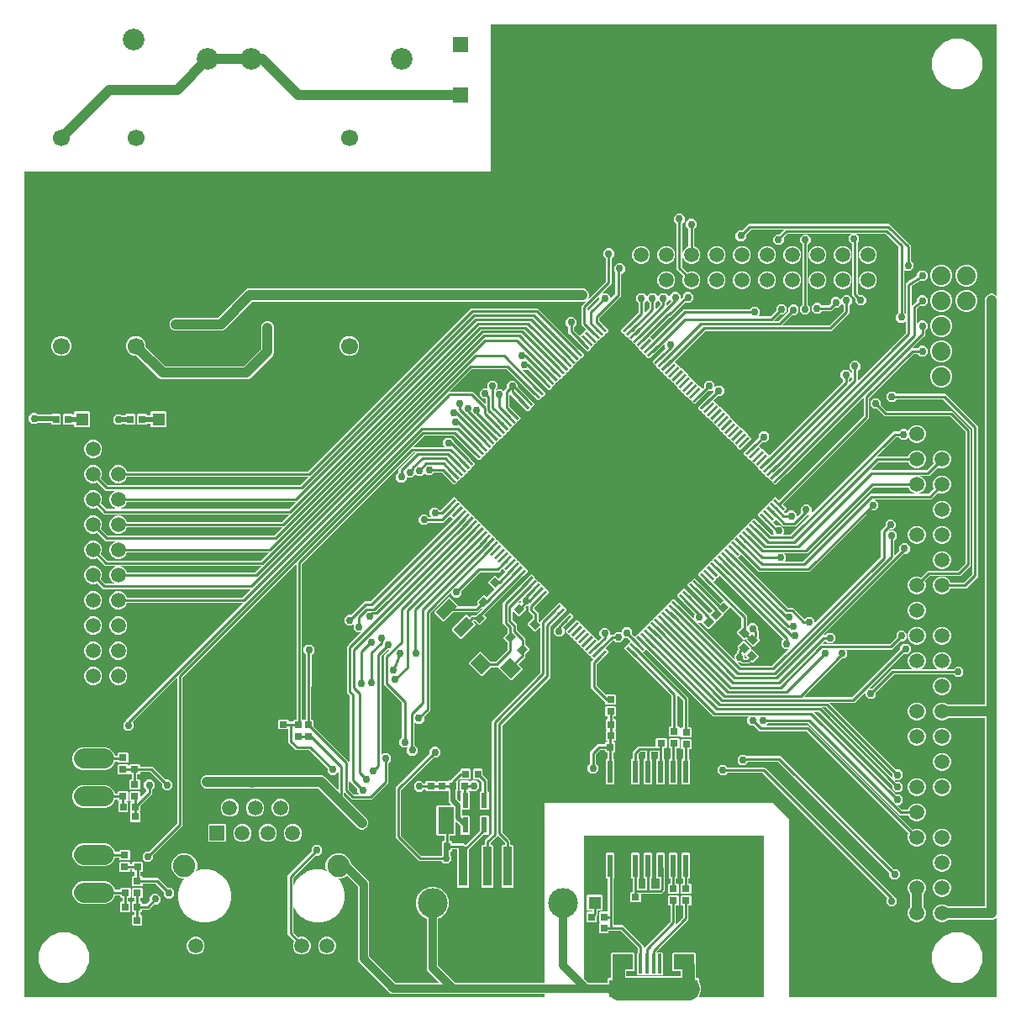
<source format=gtl>
G04 EAGLE Gerber RS-274X export*
G75*
%MOMM*%
%FSLAX34Y34*%
%LPD*%
%INTop Copper*%
%IPPOS*%
%AMOC8*
5,1,8,0,0,1.08239X$1,22.5*%
G01*
%ADD10R,0.800000X0.700000*%
%ADD11R,0.400000X2.000000*%
%ADD12R,2.100000X1.600000*%
%ADD13R,1.900000X1.800000*%
%ADD14R,1.508000X1.508000*%
%ADD15C,1.508000*%
%ADD16C,2.250000*%
%ADD17R,0.700000X0.800000*%
%ADD18R,0.609600X1.625600*%
%ADD19R,1.600000X2.700000*%
%ADD20C,3.000000*%
%ADD21R,0.900000X4.000000*%
%ADD22R,0.254000X1.371600*%
%ADD23R,1.900000X1.100000*%
%ADD24R,1.600000X1.400000*%
%ADD25C,1.879600*%
%ADD26C,1.700000*%
%ADD27C,2.184400*%
%ADD28R,1.300000X1.300000*%
%ADD29C,2.000000*%
%ADD30R,0.558800X2.286000*%
%ADD31C,0.756400*%
%ADD32C,0.508000*%
%ADD33C,0.254000*%
%ADD34C,1.016000*%
%ADD35C,0.812800*%
%ADD36C,2.250000*%
%ADD37C,1.270000*%

G36*
X534047Y10197D02*
X534047Y10197D01*
X534042Y10204D01*
X534049Y10210D01*
X534049Y13362D01*
X534013Y13409D01*
X534006Y13404D01*
X534000Y13411D01*
X379685Y13411D01*
X376397Y16699D01*
X376397Y16700D01*
X346411Y46685D01*
X346411Y121665D01*
X346395Y121686D01*
X346397Y121699D01*
X335066Y133030D01*
X335041Y133034D01*
X335036Y133039D01*
X335026Y133039D01*
X335022Y133036D01*
X335007Y133038D01*
X335006Y133029D01*
X334996Y133030D01*
X333736Y131770D01*
X329041Y129825D01*
X326241Y129825D01*
X326230Y129817D01*
X326216Y129819D01*
X326215Y129806D01*
X326193Y129789D01*
X326209Y129768D01*
X326206Y129741D01*
X327480Y128467D01*
X330989Y122389D01*
X332806Y115609D01*
X332806Y108591D01*
X332762Y108428D01*
X332723Y108280D01*
X332722Y108280D01*
X332723Y108280D01*
X332670Y108083D01*
X332630Y107935D01*
X332591Y107788D01*
X332577Y107738D01*
X332538Y107591D01*
X332498Y107443D01*
X332445Y107246D01*
X332406Y107098D01*
X332353Y106901D01*
X332313Y106753D01*
X332261Y106556D01*
X332221Y106409D01*
X332181Y106261D01*
X332129Y106064D01*
X332089Y105916D01*
X332036Y105719D01*
X331997Y105571D01*
X331944Y105374D01*
X331904Y105227D01*
X331865Y105079D01*
X331852Y105030D01*
X331812Y104882D01*
X331772Y104734D01*
X331720Y104537D01*
X331680Y104389D01*
X331627Y104192D01*
X331588Y104045D01*
X331535Y103848D01*
X331495Y103700D01*
X331456Y103552D01*
X331442Y103503D01*
X331403Y103355D01*
X331363Y103207D01*
X331310Y103010D01*
X331271Y102863D01*
X331218Y102666D01*
X331179Y102518D01*
X331178Y102518D01*
X331179Y102518D01*
X331139Y102370D01*
X331126Y102321D01*
X331086Y102173D01*
X331047Y102025D01*
X330994Y101828D01*
X330989Y101811D01*
X327480Y95733D01*
X322517Y90770D01*
X316439Y87261D01*
X309659Y85444D01*
X302641Y85444D01*
X295861Y87261D01*
X289783Y90770D01*
X284820Y95733D01*
X281311Y101811D01*
X281117Y102536D01*
X281097Y102551D01*
X281082Y102571D01*
X281077Y102567D01*
X281070Y102573D01*
X281048Y102545D01*
X281020Y102524D01*
X281020Y75711D01*
X281036Y75690D01*
X281034Y75676D01*
X286199Y70511D01*
X286245Y70505D01*
X286253Y70501D01*
X288097Y71265D01*
X291703Y71265D01*
X295035Y69885D01*
X297585Y67335D01*
X298965Y64003D01*
X298965Y60397D01*
X297585Y57065D01*
X295035Y54515D01*
X291703Y53135D01*
X288097Y53135D01*
X284765Y54515D01*
X282215Y57065D01*
X280835Y60397D01*
X280835Y64003D01*
X281985Y66778D01*
X281983Y66783D01*
X281985Y66785D01*
X281982Y66790D01*
X281973Y66823D01*
X281974Y66832D01*
X277082Y71724D01*
X275430Y73375D01*
X275430Y132683D01*
X299529Y156781D01*
X299532Y156807D01*
X299541Y156814D01*
X299543Y156816D01*
X299543Y160348D01*
X302652Y163457D01*
X307048Y163457D01*
X310157Y160348D01*
X310157Y155952D01*
X307048Y152843D01*
X303516Y152843D01*
X303495Y152827D01*
X303481Y152829D01*
X281034Y130382D01*
X281030Y130355D01*
X281020Y130347D01*
X281020Y121676D01*
X281035Y121657D01*
X281044Y121634D01*
X281050Y121637D01*
X281056Y121629D01*
X281084Y121650D01*
X281117Y121664D01*
X281139Y121748D01*
X281192Y121945D01*
X281245Y122142D01*
X281297Y122339D01*
X281311Y122389D01*
X284820Y128467D01*
X289783Y133430D01*
X295861Y136939D01*
X302641Y138756D01*
X309659Y138756D01*
X314744Y137393D01*
X314753Y137397D01*
X314762Y137392D01*
X314769Y137404D01*
X314799Y137416D01*
X314789Y137439D01*
X314802Y137460D01*
X313725Y140059D01*
X313725Y145141D01*
X315670Y149836D01*
X319264Y153430D01*
X323959Y155375D01*
X329041Y155375D01*
X333736Y153430D01*
X337330Y149836D01*
X339275Y145141D01*
X339275Y144649D01*
X339291Y144628D01*
X339289Y144614D01*
X357589Y126315D01*
X357589Y51335D01*
X357605Y51314D01*
X357603Y51301D01*
X384300Y24603D01*
X384327Y24600D01*
X384333Y24591D01*
X384334Y24591D01*
X384335Y24589D01*
X428389Y24589D01*
X428399Y24597D01*
X428413Y24595D01*
X428415Y24608D01*
X428436Y24625D01*
X428420Y24646D01*
X428424Y24673D01*
X415752Y37344D01*
X415752Y89396D01*
X415724Y89433D01*
X415722Y89441D01*
X411980Y90991D01*
X407332Y95639D01*
X404816Y101713D01*
X404816Y108287D01*
X407332Y114361D01*
X411980Y119009D01*
X418054Y121525D01*
X424628Y121525D01*
X430702Y119009D01*
X435350Y114361D01*
X437866Y108287D01*
X437866Y101713D01*
X435350Y95639D01*
X430702Y90991D01*
X426960Y89441D01*
X426937Y89401D01*
X426930Y89396D01*
X426930Y41994D01*
X426946Y41973D01*
X426944Y41960D01*
X444301Y24603D01*
X444327Y24600D01*
X444333Y24591D01*
X444334Y24591D01*
X444335Y24589D01*
X534000Y24589D01*
X534047Y24625D01*
X534046Y24626D01*
X534047Y24627D01*
X534043Y24633D01*
X534049Y24638D01*
X534049Y205951D01*
X764980Y205951D01*
X780951Y189980D01*
X780951Y10210D01*
X780987Y10163D01*
X780994Y10168D01*
X781000Y10161D01*
X989790Y10161D01*
X989837Y10197D01*
X989832Y10204D01*
X989839Y10210D01*
X989839Y90620D01*
X989831Y90631D01*
X989833Y90644D01*
X989820Y90646D01*
X989803Y90667D01*
X989782Y90651D01*
X989755Y90655D01*
X988494Y89394D01*
X988201Y89101D01*
X985774Y88095D01*
X940935Y88095D01*
X940914Y88079D01*
X940900Y88081D01*
X939835Y87015D01*
X936503Y85635D01*
X932897Y85635D01*
X929565Y87015D01*
X927015Y89565D01*
X925635Y92897D01*
X925635Y96503D01*
X927015Y99835D01*
X929565Y102385D01*
X932897Y103765D01*
X936503Y103765D01*
X939835Y102385D01*
X940900Y101319D01*
X940927Y101315D01*
X940935Y101305D01*
X978106Y101305D01*
X978153Y101341D01*
X978148Y101348D01*
X978155Y101354D01*
X978155Y291246D01*
X978119Y291293D01*
X978112Y291288D01*
X978106Y291295D01*
X940935Y291295D01*
X940914Y291279D01*
X940900Y291281D01*
X939835Y290215D01*
X936503Y288835D01*
X932897Y288835D01*
X929565Y290215D01*
X927015Y292765D01*
X925635Y296097D01*
X925635Y299703D01*
X927015Y303035D01*
X929565Y305585D01*
X932897Y306965D01*
X936503Y306965D01*
X939835Y305585D01*
X940900Y304519D01*
X940927Y304515D01*
X940935Y304505D01*
X978106Y304505D01*
X978153Y304541D01*
X978148Y304548D01*
X978155Y304554D01*
X978155Y713314D01*
X979161Y715741D01*
X981019Y717599D01*
X983446Y718605D01*
X986074Y718605D01*
X988501Y717599D01*
X989755Y716345D01*
X989769Y716343D01*
X989777Y716333D01*
X989787Y716341D01*
X989814Y716337D01*
X989818Y716364D01*
X989839Y716380D01*
X989839Y989790D01*
X989803Y989837D01*
X989796Y989832D01*
X989790Y989839D01*
X480000Y989839D01*
X479953Y989803D01*
X479958Y989796D01*
X479951Y989790D01*
X479951Y842049D01*
X10210Y842049D01*
X10163Y842013D01*
X10166Y842009D01*
X10163Y842007D01*
X10165Y842003D01*
X10161Y842000D01*
X10161Y10210D01*
X10197Y10163D01*
X10204Y10168D01*
X10210Y10161D01*
X534000Y10161D01*
X534047Y10197D01*
G37*
%LPC*%
G36*
X132302Y146193D02*
X132302Y146193D01*
X129193Y149302D01*
X129193Y153698D01*
X132302Y156807D01*
X135834Y156807D01*
X135855Y156823D01*
X135869Y156821D01*
X164167Y185119D01*
X164168Y185130D01*
X164171Y185133D01*
X164169Y185136D01*
X164171Y185146D01*
X164181Y185154D01*
X164181Y332557D01*
X164173Y332568D01*
X164175Y332582D01*
X164162Y332583D01*
X164145Y332605D01*
X164135Y332597D01*
X164132Y332600D01*
X164126Y332600D01*
X164112Y332590D01*
X164097Y332592D01*
X118940Y287435D01*
X118932Y287376D01*
X118941Y287375D01*
X118940Y287365D01*
X120390Y285915D01*
X120390Y281519D01*
X117281Y278410D01*
X112885Y278410D01*
X109776Y281519D01*
X109776Y285915D01*
X112274Y288413D01*
X112278Y288439D01*
X112288Y288448D01*
X112288Y288688D01*
X230621Y407021D01*
X230623Y407035D01*
X230634Y407043D01*
X230626Y407053D01*
X230630Y407080D01*
X230603Y407084D01*
X230587Y407105D01*
X113387Y407105D01*
X113350Y407077D01*
X113341Y407075D01*
X112385Y404765D01*
X109835Y402215D01*
X106503Y400835D01*
X102897Y400835D01*
X99565Y402215D01*
X97015Y404765D01*
X95635Y408097D01*
X95635Y411703D01*
X97015Y415035D01*
X99565Y417585D01*
X102897Y418965D01*
X106503Y418965D01*
X109835Y417585D01*
X112385Y415035D01*
X113341Y412725D01*
X113382Y412702D01*
X113387Y412695D01*
X229822Y412695D01*
X229843Y412711D01*
X229857Y412709D01*
X238269Y421121D01*
X238271Y421133D01*
X238277Y421139D01*
X238281Y421143D01*
X238273Y421153D01*
X238277Y421180D01*
X238250Y421184D01*
X238234Y421205D01*
X89442Y421205D01*
X87791Y422857D01*
X83466Y427181D01*
X83420Y427188D01*
X83413Y427192D01*
X81103Y426235D01*
X77497Y426235D01*
X74165Y427615D01*
X71615Y430165D01*
X70235Y433497D01*
X70235Y437103D01*
X71615Y440435D01*
X74165Y442985D01*
X77497Y444365D01*
X81103Y444365D01*
X84435Y442985D01*
X86985Y440435D01*
X88365Y437103D01*
X88365Y433497D01*
X87408Y431187D01*
X87420Y431142D01*
X87419Y431134D01*
X91743Y426809D01*
X91770Y426805D01*
X91778Y426795D01*
X101299Y426795D01*
X101316Y426808D01*
X101337Y426814D01*
X101335Y426822D01*
X101346Y426831D01*
X101326Y426857D01*
X101318Y426889D01*
X99565Y427615D01*
X97015Y430165D01*
X95635Y433497D01*
X95635Y437103D01*
X97015Y440435D01*
X99565Y442985D01*
X102897Y444365D01*
X106503Y444365D01*
X109835Y442985D01*
X112385Y440435D01*
X113341Y438125D01*
X113382Y438102D01*
X113387Y438095D01*
X242859Y438095D01*
X242880Y438111D01*
X242894Y438109D01*
X249172Y444388D01*
X249174Y444401D01*
X249185Y444409D01*
X249177Y444420D01*
X249180Y444447D01*
X249154Y444450D01*
X249137Y444472D01*
X91576Y444472D01*
X83466Y452581D01*
X83420Y452588D01*
X83413Y452592D01*
X81103Y451635D01*
X77497Y451635D01*
X74165Y453015D01*
X71615Y455565D01*
X70235Y458897D01*
X70235Y462503D01*
X71615Y465835D01*
X74165Y468385D01*
X77497Y469765D01*
X81103Y469765D01*
X84435Y468385D01*
X86985Y465835D01*
X88365Y462503D01*
X88365Y458897D01*
X87408Y456587D01*
X87420Y456542D01*
X87419Y456534D01*
X93877Y450076D01*
X93903Y450072D01*
X93911Y450062D01*
X93911Y450061D01*
X248736Y450061D01*
X248758Y450078D01*
X248771Y450076D01*
X256015Y457320D01*
X256516Y457821D01*
X256518Y457835D01*
X256529Y457843D01*
X256521Y457853D01*
X256524Y457880D01*
X256498Y457884D01*
X256481Y457905D01*
X113387Y457905D01*
X113350Y457877D01*
X113341Y457875D01*
X112385Y455565D01*
X109835Y453015D01*
X106503Y451635D01*
X102897Y451635D01*
X99565Y453015D01*
X97015Y455565D01*
X95635Y458897D01*
X95635Y462503D01*
X97015Y465835D01*
X99565Y468385D01*
X102215Y469482D01*
X102226Y469501D01*
X102244Y469514D01*
X102238Y469522D01*
X102245Y469534D01*
X102216Y469550D01*
X102196Y469577D01*
X91871Y469577D01*
X83466Y477981D01*
X83442Y477985D01*
X83441Y477986D01*
X83429Y477986D01*
X83420Y477988D01*
X83413Y477992D01*
X81103Y477035D01*
X77497Y477035D01*
X74165Y478415D01*
X71615Y480965D01*
X70235Y484297D01*
X70235Y487903D01*
X71615Y491235D01*
X74165Y493785D01*
X77497Y495165D01*
X81103Y495165D01*
X84435Y493785D01*
X86985Y491235D01*
X88365Y487903D01*
X88365Y484297D01*
X87408Y481987D01*
X87420Y481942D01*
X87419Y481934D01*
X94171Y475181D01*
X94198Y475177D01*
X94206Y475166D01*
X262241Y475166D01*
X262263Y475183D01*
X262276Y475181D01*
X270316Y483221D01*
X270318Y483235D01*
X270329Y483243D01*
X270321Y483253D01*
X270324Y483280D01*
X270298Y483284D01*
X270281Y483305D01*
X113387Y483305D01*
X113350Y483277D01*
X113341Y483275D01*
X112385Y480965D01*
X109835Y478415D01*
X106503Y477035D01*
X102897Y477035D01*
X99565Y478415D01*
X97015Y480965D01*
X95635Y484297D01*
X95635Y487903D01*
X97015Y491235D01*
X99565Y493785D01*
X102897Y495165D01*
X106503Y495165D01*
X109835Y493785D01*
X112385Y491235D01*
X113341Y488925D01*
X113382Y488902D01*
X113387Y488895D01*
X269611Y488895D01*
X269633Y488911D01*
X269646Y488909D01*
X276858Y496121D01*
X276860Y496135D01*
X276871Y496143D01*
X276863Y496153D01*
X276866Y496180D01*
X276840Y496184D01*
X276824Y496205D01*
X90642Y496205D01*
X88991Y497857D01*
X83466Y503381D01*
X83420Y503388D01*
X83413Y503392D01*
X81103Y502435D01*
X77497Y502435D01*
X74165Y503815D01*
X71615Y506365D01*
X70235Y509697D01*
X70235Y513303D01*
X71615Y516635D01*
X74165Y519185D01*
X77497Y520565D01*
X81103Y520565D01*
X84435Y519185D01*
X86985Y516635D01*
X88365Y513303D01*
X88365Y509697D01*
X87408Y507387D01*
X87420Y507342D01*
X87419Y507334D01*
X92943Y501809D01*
X92970Y501805D01*
X92978Y501795D01*
X276764Y501795D01*
X276786Y501811D01*
X276799Y501809D01*
X283611Y508621D01*
X283613Y508635D01*
X283624Y508643D01*
X283615Y508653D01*
X283619Y508680D01*
X283592Y508684D01*
X283576Y508705D01*
X113387Y508705D01*
X113350Y508677D01*
X113341Y508675D01*
X112385Y506365D01*
X109835Y503815D01*
X106503Y502435D01*
X102897Y502435D01*
X99565Y503815D01*
X97015Y506365D01*
X95635Y509697D01*
X95635Y513303D01*
X97015Y516635D01*
X99565Y519185D01*
X102042Y520211D01*
X102053Y520229D01*
X102070Y520243D01*
X102065Y520250D01*
X102072Y520262D01*
X102043Y520279D01*
X102023Y520305D01*
X91942Y520305D01*
X90291Y521957D01*
X83466Y528781D01*
X83420Y528788D01*
X83413Y528792D01*
X81103Y527835D01*
X77497Y527835D01*
X74165Y529215D01*
X71615Y531765D01*
X70235Y535097D01*
X70235Y538703D01*
X71615Y542035D01*
X74165Y544585D01*
X77497Y545965D01*
X81103Y545965D01*
X84435Y544585D01*
X86985Y542035D01*
X88365Y538703D01*
X88365Y535097D01*
X87408Y532787D01*
X87420Y532742D01*
X87419Y532734D01*
X94243Y525909D01*
X94270Y525905D01*
X94278Y525895D01*
X288122Y525895D01*
X288143Y525911D01*
X288157Y525909D01*
X296269Y534021D01*
X296271Y534035D01*
X296281Y534043D01*
X296273Y534053D01*
X296277Y534080D01*
X296250Y534084D01*
X296234Y534105D01*
X113387Y534105D01*
X113350Y534077D01*
X113341Y534075D01*
X112385Y531765D01*
X109835Y529215D01*
X106503Y527835D01*
X102897Y527835D01*
X99565Y529215D01*
X97015Y531765D01*
X95635Y535097D01*
X95635Y538703D01*
X97015Y542035D01*
X99565Y544585D01*
X102897Y545965D01*
X106503Y545965D01*
X109835Y544585D01*
X112385Y542035D01*
X113341Y539725D01*
X113382Y539702D01*
X113387Y539695D01*
X295722Y539695D01*
X295743Y539711D01*
X295757Y539709D01*
X458349Y702301D01*
X460000Y703953D01*
X527700Y703953D01*
X569437Y662215D01*
X569437Y662066D01*
X569453Y662045D01*
X569451Y662031D01*
X573914Y657568D01*
X573914Y656305D01*
X571225Y653616D01*
X570428Y653616D01*
X570381Y653580D01*
X570383Y653578D01*
X570381Y653576D01*
X570384Y653571D01*
X570379Y653567D01*
X570379Y652770D01*
X567690Y650081D01*
X566893Y650081D01*
X566845Y650045D01*
X566851Y650037D01*
X566843Y650031D01*
X566843Y649234D01*
X564154Y646545D01*
X563357Y646545D01*
X563310Y646509D01*
X563315Y646502D01*
X563308Y646496D01*
X563308Y645699D01*
X560619Y643010D01*
X559821Y643010D01*
X559774Y642974D01*
X559780Y642966D01*
X559772Y642960D01*
X559772Y642163D01*
X557083Y639474D01*
X556286Y639474D01*
X556239Y639438D01*
X556244Y639430D01*
X556237Y639425D01*
X556237Y638628D01*
X553548Y635938D01*
X552750Y635938D01*
X552703Y635902D01*
X552706Y635898D01*
X552703Y635895D01*
X552705Y635892D01*
X552701Y635889D01*
X552701Y635092D01*
X550012Y632403D01*
X549215Y632403D01*
X549167Y632367D01*
X549173Y632359D01*
X549166Y632354D01*
X549166Y631557D01*
X546476Y628867D01*
X545679Y628867D01*
X545632Y628831D01*
X545638Y628824D01*
X545630Y628818D01*
X545630Y628021D01*
X542941Y625332D01*
X542144Y625332D01*
X542096Y625296D01*
X542102Y625288D01*
X542095Y625283D01*
X542095Y624485D01*
X539405Y621796D01*
X538142Y621796D01*
X527536Y632403D01*
X517479Y642459D01*
X517420Y642468D01*
X517419Y642458D01*
X517409Y642459D01*
X516566Y641616D01*
X512204Y641616D01*
X512193Y641608D01*
X512180Y641610D01*
X512178Y641596D01*
X512156Y641580D01*
X512173Y641559D01*
X512169Y641532D01*
X530561Y623141D01*
X535023Y618678D01*
X535023Y617414D01*
X532334Y614725D01*
X531537Y614725D01*
X531490Y614689D01*
X531496Y614682D01*
X531488Y614676D01*
X531488Y613879D01*
X528799Y611190D01*
X527536Y611190D01*
X496324Y642401D01*
X496297Y642405D01*
X496289Y642416D01*
X460978Y642416D01*
X460957Y642400D01*
X460943Y642401D01*
X438379Y619837D01*
X438377Y619823D01*
X438366Y619815D01*
X438374Y619805D01*
X438370Y619778D01*
X438397Y619774D01*
X438413Y619753D01*
X462167Y619753D01*
X475046Y606874D01*
X475059Y606872D01*
X475067Y606861D01*
X475078Y606869D01*
X475105Y606865D01*
X475108Y606892D01*
X475130Y606908D01*
X475130Y612744D01*
X475094Y612791D01*
X475086Y612786D01*
X475081Y612793D01*
X472287Y612793D01*
X469178Y615902D01*
X469178Y620298D01*
X472287Y623407D01*
X476683Y623407D01*
X479110Y620980D01*
X479123Y620978D01*
X479131Y620967D01*
X479142Y620976D01*
X479169Y620972D01*
X479172Y620999D01*
X479194Y621015D01*
X479194Y621281D01*
X479178Y621302D01*
X479179Y621316D01*
X476693Y623802D01*
X476693Y628198D01*
X479802Y631307D01*
X484198Y631307D01*
X487307Y628198D01*
X487307Y623802D01*
X484798Y621293D01*
X484795Y621276D01*
X484785Y621268D01*
X484789Y621263D01*
X484783Y621258D01*
X484783Y620907D01*
X484791Y620896D01*
X484790Y620883D01*
X484803Y620881D01*
X484819Y620860D01*
X484828Y620866D01*
X484833Y620861D01*
X484836Y620861D01*
X484853Y620874D01*
X484867Y620872D01*
X486702Y622707D01*
X491098Y622707D01*
X493121Y620684D01*
X493135Y620682D01*
X493143Y620671D01*
X493153Y620679D01*
X493180Y620676D01*
X493184Y620702D01*
X493205Y620718D01*
X493205Y620958D01*
X496479Y624231D01*
X496480Y624243D01*
X496484Y624246D01*
X496481Y624250D01*
X496483Y624258D01*
X496493Y624266D01*
X496493Y627798D01*
X499602Y630907D01*
X503998Y630907D01*
X507107Y627798D01*
X507107Y625402D01*
X507123Y625380D01*
X507121Y625367D01*
X519954Y612534D01*
X524417Y608071D01*
X524417Y606808D01*
X521728Y604119D01*
X520931Y604119D01*
X520883Y604083D01*
X520885Y604081D01*
X520883Y604080D01*
X520888Y604074D01*
X520881Y604069D01*
X520881Y603272D01*
X518192Y600583D01*
X516929Y600583D01*
X512466Y605046D01*
X499005Y618507D01*
X499005Y618734D01*
X498997Y618745D01*
X498999Y618758D01*
X498986Y618760D01*
X498969Y618781D01*
X498948Y618765D01*
X498921Y618769D01*
X498809Y618657D01*
X498805Y618630D01*
X498795Y618622D01*
X498795Y605429D01*
X498811Y605408D01*
X498809Y605394D01*
X505812Y598392D01*
X510275Y593929D01*
X510275Y592666D01*
X507586Y589976D01*
X506788Y589976D01*
X506741Y589941D01*
X506747Y589933D01*
X506739Y589927D01*
X506739Y589130D01*
X504050Y586441D01*
X503253Y586441D01*
X503206Y586405D01*
X503208Y586401D01*
X503206Y586399D01*
X503208Y586395D01*
X503204Y586392D01*
X503204Y585595D01*
X500515Y582905D01*
X499717Y582905D01*
X499670Y582869D01*
X499676Y582862D01*
X499668Y582856D01*
X499668Y582059D01*
X496979Y579370D01*
X496182Y579370D01*
X496134Y579334D01*
X496140Y579326D01*
X496133Y579321D01*
X496133Y578524D01*
X493443Y575834D01*
X492646Y575834D01*
X492599Y575798D01*
X492605Y575791D01*
X492597Y575785D01*
X492597Y574988D01*
X489908Y572299D01*
X489111Y572299D01*
X489063Y572263D01*
X489069Y572255D01*
X489062Y572250D01*
X489062Y571452D01*
X486372Y568763D01*
X485575Y568763D01*
X485528Y568727D01*
X485532Y568722D01*
X485528Y568718D01*
X485529Y568716D01*
X485526Y568714D01*
X485526Y567917D01*
X482837Y565228D01*
X482040Y565228D01*
X481992Y565192D01*
X481998Y565184D01*
X481990Y565179D01*
X481990Y564381D01*
X479301Y561692D01*
X478504Y561692D01*
X478457Y561656D01*
X478463Y561649D01*
X478455Y561643D01*
X478455Y560846D01*
X475766Y558157D01*
X474969Y558157D01*
X474921Y558121D01*
X474927Y558113D01*
X474919Y558107D01*
X474919Y557310D01*
X472230Y554621D01*
X471433Y554621D01*
X471386Y554585D01*
X471387Y554584D01*
X471386Y554584D01*
X471391Y554577D01*
X471384Y554572D01*
X471384Y553775D01*
X468695Y551086D01*
X467431Y551086D01*
X442826Y575691D01*
X442801Y575694D01*
X442798Y575698D01*
X442797Y575698D01*
X442791Y575705D01*
X413078Y575705D01*
X413057Y575689D01*
X413043Y575691D01*
X401759Y564407D01*
X401757Y564394D01*
X401747Y564385D01*
X401755Y564375D01*
X401751Y564348D01*
X401778Y564344D01*
X401794Y564323D01*
X433977Y564323D01*
X433988Y564331D01*
X434001Y564329D01*
X434003Y564343D01*
X434025Y564359D01*
X434008Y564380D01*
X434012Y564407D01*
X432193Y566226D01*
X432193Y570622D01*
X435302Y573731D01*
X439698Y573731D01*
X442807Y570622D01*
X442807Y569690D01*
X442823Y569668D01*
X442821Y569655D01*
X442909Y569567D01*
X459835Y552641D01*
X459835Y552465D01*
X459852Y552443D01*
X459850Y552430D01*
X464313Y547967D01*
X464313Y546704D01*
X461624Y544015D01*
X460827Y544015D01*
X460779Y543979D01*
X460785Y543971D01*
X460777Y543965D01*
X460777Y543168D01*
X458088Y540479D01*
X457291Y540479D01*
X457244Y540443D01*
X457249Y540436D01*
X457242Y540430D01*
X457242Y539633D01*
X454553Y536943D01*
X453755Y536943D01*
X453708Y536908D01*
X453710Y536905D01*
X453708Y536903D01*
X453711Y536898D01*
X453706Y536894D01*
X453706Y536097D01*
X451017Y533408D01*
X450220Y533408D01*
X450173Y533372D01*
X450178Y533364D01*
X450171Y533359D01*
X450171Y532562D01*
X447482Y529872D01*
X446684Y529872D01*
X446637Y529836D01*
X446643Y529829D01*
X446635Y529823D01*
X446635Y529026D01*
X443946Y526337D01*
X442683Y526337D01*
X432077Y536943D01*
X430829Y538191D01*
X430802Y538195D01*
X430794Y538205D01*
X422731Y538205D01*
X422709Y538189D01*
X422696Y538191D01*
X420198Y535693D01*
X415802Y535693D01*
X413385Y538110D01*
X413359Y538114D01*
X413354Y538121D01*
X413346Y538121D01*
X413340Y538116D01*
X413326Y538118D01*
X413325Y538109D01*
X413315Y538110D01*
X410548Y535343D01*
X406152Y535343D01*
X404391Y537104D01*
X404377Y537106D01*
X404369Y537117D01*
X404359Y537109D01*
X404332Y537112D01*
X404328Y537086D01*
X404307Y537070D01*
X404307Y536802D01*
X401198Y533693D01*
X396802Y533693D01*
X395391Y535104D01*
X395377Y535106D01*
X395369Y535117D01*
X395362Y535111D01*
X395358Y535116D01*
X395356Y535116D01*
X395348Y535110D01*
X395332Y535112D01*
X395330Y535097D01*
X395309Y535081D01*
X395313Y535074D01*
X395307Y535070D01*
X395307Y531802D01*
X392198Y528693D01*
X387802Y528693D01*
X384693Y531802D01*
X384693Y536198D01*
X387191Y538696D01*
X387195Y538722D01*
X387205Y538731D01*
X387205Y542158D01*
X403697Y558649D01*
X403699Y558663D01*
X403710Y558671D01*
X403701Y558682D01*
X403705Y558708D01*
X403678Y558712D01*
X403662Y558733D01*
X402006Y558733D01*
X401985Y558717D01*
X401971Y558719D01*
X289809Y446557D01*
X289806Y446536D01*
X289797Y446529D01*
X289799Y446525D01*
X289795Y446522D01*
X289795Y289874D01*
X289831Y289827D01*
X289838Y289832D01*
X289844Y289825D01*
X291032Y289825D01*
X291215Y289641D01*
X291274Y289633D01*
X291275Y289642D01*
X291285Y289641D01*
X291468Y289825D01*
X293694Y289825D01*
X293741Y289861D01*
X293735Y289868D01*
X293743Y289874D01*
X293969Y355505D01*
X293953Y355527D01*
X293955Y355540D01*
X291693Y357802D01*
X291693Y362198D01*
X294802Y365307D01*
X299198Y365307D01*
X302307Y362198D01*
X302307Y357802D01*
X299571Y355067D01*
X299568Y355040D01*
X299557Y355032D01*
X299332Y289874D01*
X299368Y289827D01*
X299376Y289832D01*
X299382Y289825D01*
X300732Y289825D01*
X301625Y288932D01*
X301625Y283248D01*
X301641Y283227D01*
X301639Y283213D01*
X337359Y247494D01*
X337359Y219614D01*
X337375Y219593D01*
X337373Y219579D01*
X342219Y214733D01*
X342246Y214729D01*
X342254Y214719D01*
X347158Y214719D01*
X347168Y214727D01*
X347182Y214725D01*
X347184Y214738D01*
X347205Y214755D01*
X347189Y214776D01*
X347192Y214803D01*
X345693Y216302D01*
X345693Y219834D01*
X345677Y219855D01*
X345679Y219869D01*
X338205Y227342D01*
X338205Y313822D01*
X338189Y313843D01*
X338191Y313857D01*
X335205Y316842D01*
X335205Y363583D01*
X336857Y365234D01*
X349232Y377609D01*
X349233Y377623D01*
X349244Y377631D01*
X349236Y377641D01*
X349240Y377668D01*
X349213Y377672D01*
X349197Y377693D01*
X344802Y377693D01*
X341693Y380802D01*
X341693Y385198D01*
X344191Y387696D01*
X344195Y387722D01*
X344205Y387730D01*
X344205Y392134D01*
X344197Y392145D01*
X344199Y392158D01*
X344186Y392160D01*
X344169Y392181D01*
X344148Y392165D01*
X344121Y392169D01*
X343321Y391369D01*
X343317Y391342D01*
X343307Y391334D01*
X343307Y387802D01*
X340198Y384693D01*
X335802Y384693D01*
X332693Y387802D01*
X332693Y392198D01*
X335802Y395307D01*
X339334Y395307D01*
X339355Y395323D01*
X339369Y395321D01*
X352842Y408795D01*
X359007Y408795D01*
X359029Y408811D01*
X359042Y408809D01*
X442197Y491964D01*
X442198Y491977D01*
X442209Y491985D01*
X442201Y491996D01*
X442205Y492023D01*
X442178Y492026D01*
X442162Y492048D01*
X441851Y492048D01*
X439162Y494737D01*
X439162Y495048D01*
X439154Y495058D01*
X439156Y495072D01*
X439142Y495074D01*
X439126Y495095D01*
X439105Y495079D01*
X439078Y495083D01*
X433852Y489857D01*
X432201Y488205D01*
X417731Y488205D01*
X417709Y488189D01*
X417696Y488191D01*
X415198Y485693D01*
X410802Y485693D01*
X407693Y488802D01*
X407693Y493198D01*
X410802Y496307D01*
X415198Y496307D01*
X417696Y493809D01*
X417722Y493806D01*
X417730Y493796D01*
X417731Y493795D01*
X420582Y493795D01*
X420592Y493803D01*
X420606Y493801D01*
X420608Y493814D01*
X420629Y493831D01*
X420613Y493852D01*
X420616Y493879D01*
X418693Y495802D01*
X418693Y500198D01*
X421802Y503307D01*
X426198Y503307D01*
X428696Y500809D01*
X428722Y500805D01*
X428731Y500795D01*
X429794Y500795D01*
X429816Y500811D01*
X429829Y500809D01*
X442683Y513663D01*
X443946Y513663D01*
X446635Y510974D01*
X446635Y510177D01*
X446671Y510129D01*
X446679Y510135D01*
X446684Y510128D01*
X447482Y510128D01*
X450171Y507438D01*
X450171Y506641D01*
X450207Y506594D01*
X450214Y506600D01*
X450220Y506592D01*
X451017Y506592D01*
X453706Y503903D01*
X453706Y503106D01*
X453742Y503058D01*
X453750Y503064D01*
X453755Y503057D01*
X454553Y503057D01*
X457242Y500367D01*
X457242Y499570D01*
X457278Y499523D01*
X457285Y499529D01*
X457291Y499521D01*
X458088Y499521D01*
X460777Y496832D01*
X460777Y496035D01*
X460813Y495987D01*
X460821Y495993D01*
X460827Y495985D01*
X461624Y495985D01*
X464313Y493296D01*
X464313Y492499D01*
X464349Y492452D01*
X464356Y492457D01*
X464362Y492450D01*
X465159Y492450D01*
X467848Y489761D01*
X467848Y488964D01*
X467884Y488916D01*
X467892Y488922D01*
X467898Y488914D01*
X468695Y488914D01*
X471384Y486225D01*
X471384Y485428D01*
X471420Y485381D01*
X471427Y485386D01*
X471433Y485379D01*
X472230Y485379D01*
X474919Y482690D01*
X474919Y481893D01*
X474955Y481845D01*
X474963Y481851D01*
X474969Y481843D01*
X475766Y481843D01*
X478455Y479154D01*
X478455Y478357D01*
X478491Y478310D01*
X478498Y478315D01*
X478504Y478308D01*
X479301Y478308D01*
X481990Y475619D01*
X481990Y474821D01*
X482026Y474774D01*
X482034Y474780D01*
X482040Y474772D01*
X482837Y474772D01*
X485526Y472083D01*
X485526Y471286D01*
X485562Y471239D01*
X485570Y471244D01*
X485575Y471237D01*
X486372Y471237D01*
X489062Y468548D01*
X489062Y467750D01*
X489097Y467703D01*
X489105Y467709D01*
X489111Y467701D01*
X489908Y467701D01*
X492597Y465012D01*
X492597Y464215D01*
X492633Y464167D01*
X492641Y464173D01*
X492646Y464166D01*
X493443Y464166D01*
X496133Y461476D01*
X496133Y460679D01*
X496169Y460632D01*
X496176Y460638D01*
X496182Y460630D01*
X496979Y460630D01*
X499668Y457941D01*
X499668Y457144D01*
X499704Y457096D01*
X499712Y457102D01*
X499717Y457095D01*
X500515Y457095D01*
X503204Y454405D01*
X503204Y453608D01*
X503240Y453561D01*
X503247Y453567D01*
X503253Y453559D01*
X504050Y453559D01*
X506739Y450870D01*
X506739Y450073D01*
X506775Y450025D01*
X506783Y450031D01*
X506788Y450023D01*
X507586Y450023D01*
X510275Y447334D01*
X510275Y446537D01*
X510311Y446490D01*
X510318Y446496D01*
X510324Y446488D01*
X511121Y446488D01*
X513810Y443799D01*
X513810Y443002D01*
X513846Y442954D01*
X513854Y442960D01*
X513860Y442952D01*
X514657Y442952D01*
X517346Y440263D01*
X517346Y439000D01*
X512883Y434537D01*
X473568Y395223D01*
X473567Y395212D01*
X473565Y395211D01*
X473566Y395209D01*
X473560Y395164D01*
X473570Y395162D01*
X473568Y395153D01*
X475833Y392888D01*
X475833Y391625D01*
X469283Y385075D01*
X468020Y385075D01*
X464001Y389094D01*
X463975Y389097D01*
X463967Y389108D01*
X462847Y389108D01*
X462825Y389092D01*
X462812Y389094D01*
X462718Y389000D01*
X462710Y388941D01*
X462719Y388939D01*
X462718Y388930D01*
X465043Y386605D01*
X465043Y385342D01*
X450715Y371014D01*
X449451Y371014D01*
X440780Y379685D01*
X440780Y380949D01*
X455108Y395277D01*
X456371Y395277D01*
X458696Y392952D01*
X458755Y392944D01*
X458756Y392953D01*
X458766Y392952D01*
X458860Y393046D01*
X460511Y394697D01*
X464674Y394697D01*
X464695Y394714D01*
X464708Y394712D01*
X468727Y398731D01*
X469151Y398731D01*
X469173Y398747D01*
X469186Y398745D01*
X471907Y401466D01*
X471909Y401481D01*
X471918Y401488D01*
X471911Y401498D01*
X471915Y401524D01*
X471905Y401526D01*
X471907Y401535D01*
X471181Y402261D01*
X471122Y402269D01*
X471120Y402260D01*
X471111Y402261D01*
X468530Y399680D01*
X466878Y398028D01*
X442394Y398028D01*
X442372Y398012D01*
X442359Y398014D01*
X433037Y388692D01*
X431774Y388692D01*
X423102Y397363D01*
X423102Y398626D01*
X437430Y412954D01*
X438694Y412954D01*
X447365Y404283D01*
X447365Y403667D01*
X447401Y403620D01*
X447409Y403625D01*
X447414Y403618D01*
X464542Y403618D01*
X464564Y403634D01*
X464577Y403632D01*
X467159Y406214D01*
X467167Y406272D01*
X467157Y406274D01*
X467159Y406283D01*
X466248Y407194D01*
X466248Y408457D01*
X472798Y415007D01*
X474061Y415007D01*
X476184Y412884D01*
X476209Y412880D01*
X476210Y412878D01*
X476227Y412878D01*
X476243Y412876D01*
X476244Y412885D01*
X476254Y412884D01*
X484432Y421062D01*
X484434Y421075D01*
X484445Y421084D01*
X484436Y421094D01*
X484440Y421121D01*
X484413Y421125D01*
X484397Y421146D01*
X484240Y421146D01*
X477690Y427696D01*
X477690Y428959D01*
X483533Y434802D01*
X484796Y434802D01*
X487914Y431685D01*
X487973Y431676D01*
X487974Y431686D01*
X487983Y431685D01*
X495230Y438931D01*
X495232Y438944D01*
X495242Y438952D01*
X495234Y438963D01*
X495238Y438990D01*
X495211Y438993D01*
X495195Y439015D01*
X494884Y439015D01*
X492195Y441704D01*
X492195Y442015D01*
X492187Y442025D01*
X492189Y442039D01*
X492175Y442041D01*
X492159Y442062D01*
X492138Y442046D01*
X492111Y442050D01*
X489894Y439833D01*
X489894Y439832D01*
X488242Y438181D01*
X469654Y438181D01*
X469632Y438165D01*
X469619Y438167D01*
X450797Y419345D01*
X450793Y419318D01*
X450782Y419310D01*
X450782Y415778D01*
X447674Y412669D01*
X443278Y412669D01*
X440169Y415778D01*
X440169Y418273D01*
X440161Y418284D01*
X440163Y418297D01*
X440149Y418299D01*
X440133Y418320D01*
X440112Y418304D01*
X440085Y418308D01*
X419109Y397332D01*
X419105Y397305D01*
X419095Y397297D01*
X419095Y298642D01*
X412821Y292369D01*
X412817Y292342D01*
X412807Y292334D01*
X412807Y288802D01*
X409698Y285693D01*
X405302Y285693D01*
X403379Y287616D01*
X403365Y287618D01*
X403357Y287629D01*
X403347Y287621D01*
X403320Y287624D01*
X403316Y287598D01*
X403295Y287582D01*
X403295Y264231D01*
X403311Y264209D01*
X403309Y264196D01*
X406307Y261198D01*
X406307Y256802D01*
X403198Y253693D01*
X398802Y253693D01*
X395693Y256802D01*
X395693Y261198D01*
X397691Y263196D01*
X397695Y263222D01*
X397705Y263231D01*
X397705Y263585D01*
X397697Y263596D01*
X397699Y263609D01*
X397686Y263611D01*
X397669Y263633D01*
X397648Y263617D01*
X397621Y263620D01*
X395698Y261697D01*
X391302Y261697D01*
X388193Y264806D01*
X388193Y269202D01*
X390691Y271700D01*
X390692Y271711D01*
X390697Y271714D01*
X390693Y271718D01*
X390695Y271726D01*
X390705Y271734D01*
X390705Y306322D01*
X390689Y306343D01*
X390691Y306357D01*
X372205Y324842D01*
X372205Y354158D01*
X377657Y359609D01*
X377659Y359621D01*
X377664Y359625D01*
X377664Y359626D01*
X377669Y359631D01*
X377661Y359641D01*
X377665Y359668D01*
X377638Y359672D01*
X377622Y359693D01*
X375754Y359693D01*
X375733Y359677D01*
X375719Y359679D01*
X369885Y353845D01*
X369881Y353818D01*
X369871Y353810D01*
X369871Y253670D01*
X369879Y253660D01*
X369877Y253646D01*
X369890Y253644D01*
X369907Y253623D01*
X369928Y253639D01*
X369955Y253636D01*
X372126Y255807D01*
X376522Y255807D01*
X379631Y252698D01*
X379631Y248302D01*
X377133Y245804D01*
X377131Y245792D01*
X377124Y245786D01*
X377130Y245778D01*
X377129Y245778D01*
X377119Y245769D01*
X377119Y226166D01*
X360082Y209129D01*
X339918Y209129D01*
X332379Y216669D01*
X332365Y216671D01*
X332357Y216681D01*
X332347Y216673D01*
X332320Y216677D01*
X332316Y216650D01*
X332295Y216634D01*
X332295Y213066D01*
X332311Y213045D01*
X332309Y213031D01*
X355899Y189441D01*
X356905Y187014D01*
X356905Y184386D01*
X355899Y181959D01*
X354041Y180101D01*
X351614Y179095D01*
X348986Y179095D01*
X346559Y180101D01*
X306379Y220281D01*
X306352Y220285D01*
X306344Y220295D01*
X242289Y220295D01*
X242278Y220287D01*
X242270Y220292D01*
X241314Y219895D01*
X238686Y219895D01*
X237488Y220392D01*
X237475Y220388D01*
X237469Y220395D01*
X192986Y220395D01*
X190559Y221401D01*
X188701Y223259D01*
X187695Y225686D01*
X187695Y228314D01*
X188701Y230741D01*
X190559Y232599D01*
X192986Y233605D01*
X240814Y233605D01*
X241046Y233508D01*
X241053Y233510D01*
X241054Y233509D01*
X241061Y233509D01*
X241065Y233505D01*
X310414Y233505D01*
X312841Y232499D01*
X326621Y218719D01*
X326635Y218717D01*
X326643Y218707D01*
X326653Y218715D01*
X326680Y218711D01*
X326684Y218738D01*
X326705Y218754D01*
X326705Y241322D01*
X326689Y241343D01*
X326691Y241357D01*
X326391Y241657D01*
X326377Y241659D01*
X326369Y241669D01*
X326359Y241661D01*
X326332Y241665D01*
X326328Y241638D01*
X326307Y241622D01*
X326307Y237302D01*
X323198Y234193D01*
X318802Y234193D01*
X315693Y237302D01*
X315693Y240834D01*
X315677Y240855D01*
X315679Y240869D01*
X297357Y259191D01*
X297330Y259195D01*
X297322Y259205D01*
X283842Y259205D01*
X276205Y266842D01*
X276205Y280330D01*
X276197Y280341D01*
X276199Y280354D01*
X276186Y280356D01*
X276169Y280377D01*
X276148Y280361D01*
X276121Y280365D01*
X275732Y279975D01*
X266468Y279975D01*
X265575Y280868D01*
X265575Y289132D01*
X266468Y290025D01*
X275732Y290025D01*
X276625Y289132D01*
X276625Y287644D01*
X276661Y287597D01*
X276668Y287602D01*
X276674Y287595D01*
X280826Y287595D01*
X280873Y287631D01*
X280868Y287638D01*
X280875Y287644D01*
X280875Y288932D01*
X281768Y289825D01*
X284156Y289825D01*
X284203Y289861D01*
X284198Y289868D01*
X284205Y289874D01*
X284205Y446734D01*
X284197Y446745D01*
X284199Y446758D01*
X284186Y446760D01*
X284169Y446781D01*
X284148Y446765D01*
X284121Y446769D01*
X169785Y332433D01*
X169784Y332421D01*
X169778Y332417D01*
X169782Y332411D01*
X169781Y332406D01*
X169771Y332398D01*
X169771Y182818D01*
X139821Y152869D01*
X139819Y152857D01*
X139813Y152851D01*
X139818Y152844D01*
X139817Y152842D01*
X139807Y152834D01*
X139807Y149302D01*
X136698Y146193D01*
X132302Y146193D01*
G37*
%LPD*%
%LPC*%
G36*
X907497Y161835D02*
X907497Y161835D01*
X904165Y163215D01*
X901615Y165765D01*
X900235Y169097D01*
X900235Y172703D01*
X901192Y175013D01*
X901180Y175058D01*
X901181Y175066D01*
X798157Y278091D01*
X798130Y278095D01*
X798122Y278105D01*
X750942Y278105D01*
X745369Y283679D01*
X745342Y283683D01*
X745334Y283693D01*
X741802Y283693D01*
X738693Y286802D01*
X738693Y291198D01*
X740516Y293021D01*
X740518Y293034D01*
X740526Y293039D01*
X740525Y293040D01*
X740529Y293043D01*
X740521Y293053D01*
X740524Y293080D01*
X740498Y293084D01*
X740482Y293105D01*
X704199Y293105D01*
X636572Y360732D01*
X636558Y360734D01*
X636550Y360745D01*
X636539Y360737D01*
X636513Y360740D01*
X636509Y360714D01*
X636488Y360697D01*
X636488Y360387D01*
X633798Y357698D01*
X633488Y357698D01*
X633477Y357689D01*
X633464Y357691D01*
X633462Y357678D01*
X633440Y357662D01*
X633457Y357640D01*
X633453Y357614D01*
X677643Y313423D01*
X679295Y311772D01*
X679295Y282074D01*
X679331Y282027D01*
X679338Y282032D01*
X679344Y282025D01*
X681632Y282025D01*
X682525Y281132D01*
X682525Y272868D01*
X681632Y271975D01*
X672368Y271975D01*
X671475Y272868D01*
X671475Y281132D01*
X672368Y282025D01*
X673656Y282025D01*
X673703Y282061D01*
X673698Y282068D01*
X673705Y282074D01*
X673705Y309436D01*
X673689Y309458D01*
X673691Y309471D01*
X667879Y315283D01*
X667865Y315285D01*
X667857Y315296D01*
X667847Y315287D01*
X667820Y315291D01*
X667816Y315264D01*
X667795Y315248D01*
X667795Y283074D01*
X667831Y283027D01*
X667838Y283032D01*
X667844Y283025D01*
X669632Y283025D01*
X670525Y282132D01*
X670525Y273868D01*
X669632Y272975D01*
X660368Y272975D01*
X659475Y273868D01*
X659475Y282132D01*
X660368Y283025D01*
X662156Y283025D01*
X662203Y283061D01*
X662198Y283068D01*
X662205Y283074D01*
X662205Y313865D01*
X662189Y313887D01*
X662191Y313900D01*
X614872Y361218D01*
X614872Y362482D01*
X617562Y365171D01*
X618359Y365171D01*
X618406Y365207D01*
X618400Y365214D01*
X618408Y365220D01*
X618408Y366017D01*
X621097Y368706D01*
X621408Y368706D01*
X621419Y368714D01*
X621432Y368713D01*
X621434Y368726D01*
X621455Y368742D01*
X621439Y368764D01*
X621443Y368790D01*
X618426Y371807D01*
X618399Y371811D01*
X618391Y371821D01*
X615152Y371821D01*
X614115Y372858D01*
X614101Y372860D01*
X614093Y372871D01*
X614083Y372863D01*
X614056Y372867D01*
X614052Y372840D01*
X614031Y372824D01*
X614031Y370578D01*
X610922Y367470D01*
X606526Y367470D01*
X604028Y369967D01*
X604002Y369971D01*
X603994Y369981D01*
X603993Y369982D01*
X603911Y369982D01*
X603890Y369965D01*
X603876Y369967D01*
X595628Y361719D01*
X595627Y361706D01*
X595616Y361698D01*
X595624Y361687D01*
X595620Y361660D01*
X595647Y361657D01*
X595663Y361635D01*
X595974Y361635D01*
X598663Y358946D01*
X598663Y357683D01*
X586809Y345829D01*
X586808Y345817D01*
X586802Y345813D01*
X586806Y345807D01*
X586805Y345802D01*
X586795Y345794D01*
X586795Y324178D01*
X586811Y324157D01*
X586809Y324143D01*
X596113Y314839D01*
X596172Y314831D01*
X596173Y314840D01*
X596183Y314839D01*
X596268Y314925D01*
X605532Y314925D01*
X606425Y314032D01*
X606425Y305768D01*
X605532Y304875D01*
X596268Y304875D01*
X595375Y305768D01*
X595375Y307652D01*
X595359Y307673D01*
X595361Y307687D01*
X581205Y321842D01*
X581205Y348130D01*
X582857Y349781D01*
X583618Y350542D01*
X583620Y350556D01*
X583630Y350563D01*
X583630Y350564D01*
X583631Y350564D01*
X583622Y350575D01*
X583626Y350601D01*
X583599Y350605D01*
X583583Y350627D01*
X583273Y350627D01*
X580583Y353316D01*
X580583Y354113D01*
X580547Y354160D01*
X580540Y354154D01*
X580534Y354162D01*
X579737Y354162D01*
X577048Y356851D01*
X577048Y357648D01*
X577012Y357696D01*
X577004Y357690D01*
X576999Y357698D01*
X576201Y357698D01*
X573512Y360387D01*
X573512Y361184D01*
X573476Y361231D01*
X573469Y361226D01*
X573463Y361233D01*
X572666Y361233D01*
X569977Y363922D01*
X569977Y364719D01*
X569941Y364767D01*
X569933Y364761D01*
X569928Y364769D01*
X569130Y364769D01*
X566441Y367458D01*
X566441Y368255D01*
X566405Y368302D01*
X566398Y368297D01*
X566392Y368304D01*
X565595Y368304D01*
X562906Y370993D01*
X562906Y371790D01*
X562870Y371838D01*
X562862Y371832D01*
X562856Y371840D01*
X562059Y371840D01*
X559370Y374529D01*
X559370Y375326D01*
X559334Y375373D01*
X559327Y375368D01*
X559321Y375375D01*
X558524Y375375D01*
X555835Y378064D01*
X555835Y379328D01*
X566426Y389919D01*
X567690Y389919D01*
X570379Y387230D01*
X570379Y386433D01*
X570415Y386386D01*
X570422Y386391D01*
X570428Y386384D01*
X571225Y386384D01*
X573914Y383695D01*
X573914Y382898D01*
X573950Y382850D01*
X573958Y382856D01*
X573964Y382848D01*
X574761Y382848D01*
X577450Y380159D01*
X577450Y379362D01*
X577486Y379315D01*
X577493Y379320D01*
X577499Y379313D01*
X578296Y379313D01*
X580985Y376624D01*
X580985Y375827D01*
X581021Y375779D01*
X581029Y375785D01*
X581035Y375777D01*
X581832Y375777D01*
X584521Y373088D01*
X584521Y372291D01*
X584557Y372244D01*
X584564Y372249D01*
X584570Y372242D01*
X585367Y372242D01*
X588056Y369553D01*
X588056Y369242D01*
X588065Y369231D01*
X588063Y369218D01*
X588076Y369216D01*
X588092Y369195D01*
X588100Y369200D01*
X588106Y369193D01*
X588127Y369209D01*
X588141Y369207D01*
X591529Y372596D01*
X591538Y372655D01*
X591528Y372656D01*
X591529Y372666D01*
X589693Y374502D01*
X589693Y378898D01*
X592802Y382007D01*
X597198Y382007D01*
X600307Y378898D01*
X600307Y374502D01*
X597809Y372004D01*
X597805Y371978D01*
X597795Y371969D01*
X597795Y371909D01*
X597803Y371898D01*
X597801Y371885D01*
X597814Y371883D01*
X597831Y371862D01*
X597852Y371878D01*
X597879Y371874D01*
X599924Y373919D01*
X601575Y375571D01*
X603993Y375571D01*
X604015Y375587D01*
X604028Y375585D01*
X606526Y378083D01*
X610922Y378083D01*
X611959Y377046D01*
X611973Y377044D01*
X611981Y377033D01*
X611992Y377041D01*
X612018Y377038D01*
X612022Y377064D01*
X612043Y377081D01*
X612043Y379326D01*
X615152Y382435D01*
X619548Y382435D01*
X622657Y379326D01*
X622657Y375501D01*
X622673Y375480D01*
X622671Y375466D01*
X625395Y372743D01*
X625408Y372741D01*
X625416Y372730D01*
X625427Y372738D01*
X625454Y372734D01*
X625457Y372760D01*
X625477Y372775D01*
X625477Y372776D01*
X625479Y372777D01*
X625479Y373088D01*
X628168Y375777D01*
X628965Y375777D01*
X629013Y375813D01*
X629007Y375821D01*
X629015Y375827D01*
X629015Y376624D01*
X631704Y379313D01*
X632501Y379313D01*
X632548Y379349D01*
X632542Y379356D01*
X632550Y379362D01*
X632550Y380159D01*
X635239Y382848D01*
X636036Y382848D01*
X636084Y382884D01*
X636078Y382892D01*
X636086Y382898D01*
X636086Y383695D01*
X638775Y386384D01*
X639572Y386384D01*
X639619Y386420D01*
X639614Y386427D01*
X639621Y386433D01*
X639621Y387230D01*
X642310Y389919D01*
X643107Y389919D01*
X643155Y389955D01*
X643151Y389960D01*
X643155Y389963D01*
X643153Y389966D01*
X643157Y389969D01*
X643157Y390766D01*
X645846Y393455D01*
X646643Y393455D01*
X646690Y393491D01*
X646685Y393498D01*
X646692Y393504D01*
X646692Y394301D01*
X649381Y396990D01*
X650179Y396990D01*
X650226Y397026D01*
X650220Y397034D01*
X650228Y397040D01*
X650228Y397837D01*
X652917Y400526D01*
X653714Y400526D01*
X653761Y400562D01*
X653756Y400570D01*
X653763Y400575D01*
X653763Y401372D01*
X656452Y404062D01*
X657250Y404062D01*
X657297Y404097D01*
X657297Y404098D01*
X657292Y404105D01*
X657299Y404111D01*
X657299Y404908D01*
X659988Y407597D01*
X660785Y407597D01*
X660833Y407633D01*
X660827Y407640D01*
X660833Y407644D01*
X660832Y407645D01*
X660834Y407646D01*
X660834Y408443D01*
X663524Y411133D01*
X664787Y411133D01*
X675379Y400541D01*
X675379Y400485D01*
X675395Y400463D01*
X675393Y400450D01*
X684959Y390884D01*
X684973Y390882D01*
X684981Y390871D01*
X684992Y390879D01*
X685018Y390876D01*
X685022Y390902D01*
X685043Y390919D01*
X685043Y394848D01*
X686141Y395946D01*
X686144Y395968D01*
X686149Y395972D01*
X686145Y395977D01*
X686149Y396005D01*
X686140Y396006D01*
X686141Y396016D01*
X672368Y409788D01*
X667905Y414251D01*
X667905Y415515D01*
X670595Y418204D01*
X671392Y418204D01*
X671439Y418240D01*
X671433Y418247D01*
X671441Y418253D01*
X671441Y419050D01*
X674130Y421739D01*
X675393Y421739D01*
X679856Y417276D01*
X700800Y396332D01*
X700859Y396324D01*
X700860Y396334D01*
X700870Y396332D01*
X703919Y399381D01*
X703927Y399440D01*
X703918Y399442D01*
X703919Y399451D01*
X682975Y420395D01*
X678512Y424858D01*
X678512Y426121D01*
X681201Y428810D01*
X681998Y428810D01*
X682046Y428846D01*
X682040Y428854D01*
X682048Y428860D01*
X682048Y429657D01*
X684737Y432346D01*
X686000Y432346D01*
X690463Y427883D01*
X711407Y406939D01*
X711466Y406931D01*
X711467Y406940D01*
X711476Y406939D01*
X714229Y409691D01*
X714773Y409691D01*
X714784Y409700D01*
X714797Y409698D01*
X714799Y409711D01*
X714820Y409727D01*
X714804Y409749D01*
X714808Y409775D01*
X693582Y431002D01*
X689119Y435464D01*
X689119Y436728D01*
X691808Y439417D01*
X692605Y439417D01*
X692652Y439453D01*
X692649Y439457D01*
X692652Y439460D01*
X692650Y439463D01*
X692654Y439466D01*
X692654Y440263D01*
X695343Y442952D01*
X696140Y442952D01*
X696188Y442988D01*
X696182Y442996D01*
X696190Y443002D01*
X696190Y443799D01*
X698879Y446488D01*
X699676Y446488D01*
X699723Y446524D01*
X699718Y446531D01*
X699725Y446537D01*
X699725Y447334D01*
X702414Y450023D01*
X703212Y450023D01*
X703259Y450059D01*
X703253Y450067D01*
X703261Y450073D01*
X703261Y450870D01*
X705950Y453559D01*
X706747Y453559D01*
X706794Y453595D01*
X706789Y453603D01*
X706796Y453608D01*
X706796Y454405D01*
X709485Y457095D01*
X710283Y457095D01*
X710330Y457130D01*
X710325Y457137D01*
X710330Y457140D01*
X710329Y457142D01*
X710332Y457144D01*
X710332Y457941D01*
X713021Y460630D01*
X713818Y460630D01*
X713866Y460666D01*
X713860Y460674D01*
X713867Y460679D01*
X713867Y461476D01*
X716557Y464166D01*
X717354Y464166D01*
X717401Y464202D01*
X717395Y464209D01*
X717403Y464215D01*
X717403Y465012D01*
X720092Y467701D01*
X720889Y467701D01*
X720937Y467737D01*
X720931Y467745D01*
X720938Y467750D01*
X720938Y468548D01*
X723628Y471237D01*
X724425Y471237D01*
X724472Y471273D01*
X724471Y471274D01*
X724472Y471275D01*
X724468Y471281D01*
X724474Y471286D01*
X724474Y472083D01*
X727163Y474772D01*
X727960Y474772D01*
X728008Y474808D01*
X728002Y474816D01*
X728010Y474821D01*
X728010Y475619D01*
X730699Y478308D01*
X731496Y478308D01*
X731543Y478344D01*
X731537Y478351D01*
X731545Y478357D01*
X731545Y479154D01*
X734234Y481843D01*
X735031Y481843D01*
X735079Y481879D01*
X735073Y481887D01*
X735081Y481893D01*
X735081Y482690D01*
X737770Y485379D01*
X738567Y485379D01*
X738614Y485415D01*
X738609Y485422D01*
X738616Y485428D01*
X738616Y486225D01*
X741305Y488914D01*
X742102Y488914D01*
X742150Y488950D01*
X742147Y488954D01*
X742150Y488956D01*
X742147Y488960D01*
X742152Y488964D01*
X742152Y489761D01*
X744841Y492450D01*
X746104Y492450D01*
X756710Y481844D01*
X762745Y475809D01*
X762771Y475805D01*
X762780Y475795D01*
X766582Y475795D01*
X766592Y475803D01*
X766606Y475801D01*
X766608Y475814D01*
X766629Y475831D01*
X766613Y475852D01*
X766616Y475879D01*
X764917Y477578D01*
X764917Y479853D01*
X764901Y479875D01*
X764903Y479888D01*
X759829Y484962D01*
X749223Y495569D01*
X749223Y496832D01*
X751912Y499521D01*
X752709Y499521D01*
X752756Y499557D01*
X752751Y499564D01*
X752758Y499570D01*
X752758Y500367D01*
X755447Y503056D01*
X756245Y503056D01*
X756292Y503092D01*
X756286Y503100D01*
X756294Y503106D01*
X756294Y503903D01*
X758983Y506592D01*
X759780Y506592D01*
X759827Y506628D01*
X759823Y506633D01*
X759827Y506637D01*
X759826Y506639D01*
X759829Y506641D01*
X759829Y507438D01*
X762518Y510128D01*
X763316Y510128D01*
X763363Y510163D01*
X763357Y510171D01*
X763365Y510177D01*
X763365Y510974D01*
X766054Y513663D01*
X767317Y513663D01*
X770602Y510378D01*
X770661Y510370D01*
X770662Y510379D01*
X770672Y510378D01*
X855828Y595534D01*
X855831Y595561D01*
X855842Y595569D01*
X855842Y614743D01*
X855834Y614754D01*
X855836Y614767D01*
X855822Y614769D01*
X855806Y614790D01*
X855785Y614774D01*
X855758Y614778D01*
X777923Y536943D01*
X767317Y526337D01*
X766054Y526337D01*
X763365Y529026D01*
X763365Y529823D01*
X763329Y529871D01*
X763321Y529865D01*
X763316Y529872D01*
X762518Y529872D01*
X759829Y532562D01*
X759829Y533359D01*
X759793Y533406D01*
X759786Y533400D01*
X759780Y533408D01*
X758983Y533408D01*
X756294Y536097D01*
X756294Y536894D01*
X756258Y536942D01*
X756250Y536936D01*
X756245Y536943D01*
X755447Y536943D01*
X752758Y539633D01*
X752758Y540430D01*
X752722Y540477D01*
X752715Y540471D01*
X752709Y540479D01*
X751912Y540479D01*
X749223Y543168D01*
X749223Y543965D01*
X749187Y544013D01*
X749179Y544007D01*
X749173Y544015D01*
X748376Y544015D01*
X745687Y546704D01*
X745687Y547501D01*
X745651Y547548D01*
X745644Y547542D01*
X745638Y547550D01*
X744841Y547550D01*
X742152Y550239D01*
X742152Y551036D01*
X742116Y551084D01*
X742108Y551078D01*
X742102Y551086D01*
X741305Y551086D01*
X738616Y553775D01*
X738616Y554572D01*
X738580Y554619D01*
X738573Y554614D01*
X738567Y554621D01*
X737770Y554621D01*
X735081Y557310D01*
X735081Y558574D01*
X749979Y573472D01*
X749983Y573498D01*
X749993Y573507D01*
X749993Y576698D01*
X753102Y579807D01*
X757498Y579807D01*
X760607Y576698D01*
X760607Y572302D01*
X757498Y569193D01*
X753625Y569193D01*
X753604Y569177D01*
X753591Y569179D01*
X750126Y565714D01*
X750124Y565700D01*
X750113Y565692D01*
X750121Y565682D01*
X750117Y565655D01*
X750144Y565651D01*
X750160Y565630D01*
X750471Y565630D01*
X753160Y562941D01*
X753160Y562143D01*
X753196Y562096D01*
X753204Y562102D01*
X753210Y562094D01*
X754007Y562094D01*
X756696Y559405D01*
X756696Y558608D01*
X756732Y558561D01*
X756739Y558566D01*
X756745Y558559D01*
X757542Y558559D01*
X760231Y555870D01*
X760231Y555603D01*
X760239Y555592D01*
X760238Y555578D01*
X760251Y555577D01*
X760267Y555555D01*
X760276Y555562D01*
X760281Y555555D01*
X760283Y555555D01*
X760302Y555570D01*
X760315Y555568D01*
X835191Y630443D01*
X835195Y630470D01*
X835205Y630478D01*
X835205Y632270D01*
X835189Y632291D01*
X835191Y632304D01*
X832693Y634802D01*
X832693Y639198D01*
X835802Y642307D01*
X840198Y642307D01*
X843307Y639198D01*
X843307Y634802D01*
X840809Y632304D01*
X840805Y632278D01*
X840795Y632270D01*
X840795Y629051D01*
X840803Y629040D01*
X840801Y629027D01*
X840814Y629025D01*
X840831Y629004D01*
X840852Y629020D01*
X840879Y629016D01*
X844191Y632328D01*
X844195Y632355D01*
X844205Y632363D01*
X844205Y641269D01*
X844189Y641291D01*
X844191Y641304D01*
X841693Y643802D01*
X841693Y648198D01*
X844802Y651307D01*
X849198Y651307D01*
X852307Y648198D01*
X852307Y643802D01*
X849809Y641304D01*
X849805Y641278D01*
X849795Y641269D01*
X849795Y630980D01*
X849803Y630969D01*
X849801Y630956D01*
X849814Y630954D01*
X849831Y630933D01*
X849852Y630949D01*
X849879Y630945D01*
X898429Y679496D01*
X898433Y679522D01*
X898443Y679530D01*
X898443Y691884D01*
X898435Y691894D01*
X898437Y691908D01*
X898424Y691910D01*
X898408Y691931D01*
X898398Y691924D01*
X898394Y691928D01*
X898390Y691928D01*
X898374Y691917D01*
X898359Y691919D01*
X896134Y689693D01*
X891738Y689693D01*
X888629Y692802D01*
X888629Y697198D01*
X891127Y699696D01*
X891131Y699722D01*
X891141Y699731D01*
X891141Y765886D01*
X891125Y765907D01*
X891127Y765921D01*
X877857Y779191D01*
X877832Y779194D01*
X877828Y779199D01*
X877826Y779199D01*
X877822Y779205D01*
X848418Y779205D01*
X848408Y779197D01*
X848394Y779199D01*
X848392Y779186D01*
X848371Y779169D01*
X848387Y779148D01*
X848384Y779121D01*
X851307Y776198D01*
X851307Y771802D01*
X849809Y770304D01*
X849805Y770278D01*
X849795Y770269D01*
X849795Y719178D01*
X849811Y719157D01*
X849809Y719143D01*
X851631Y717321D01*
X851658Y717317D01*
X851666Y717307D01*
X855198Y717307D01*
X858307Y714198D01*
X858307Y709802D01*
X855198Y706693D01*
X850802Y706693D01*
X847693Y709802D01*
X847693Y713334D01*
X847677Y713355D01*
X847679Y713369D01*
X844205Y716842D01*
X844205Y768644D01*
X844169Y768691D01*
X844162Y768686D01*
X844156Y768693D01*
X843802Y768693D01*
X840693Y771802D01*
X840693Y776198D01*
X843616Y779121D01*
X843618Y779133D01*
X843623Y779137D01*
X843622Y779138D01*
X843629Y779143D01*
X843621Y779153D01*
X843624Y779180D01*
X843598Y779184D01*
X843582Y779205D01*
X779178Y779205D01*
X779157Y779189D01*
X779143Y779191D01*
X775263Y775311D01*
X775255Y775252D01*
X775265Y775251D01*
X775263Y775241D01*
X775307Y775198D01*
X775307Y770802D01*
X772198Y767693D01*
X767802Y767693D01*
X764693Y770802D01*
X764693Y775198D01*
X767802Y778307D01*
X770334Y778307D01*
X770355Y778323D01*
X770369Y778321D01*
X775191Y783143D01*
X775233Y783185D01*
X775235Y783199D01*
X775245Y783207D01*
X775237Y783217D01*
X775241Y783244D01*
X775214Y783248D01*
X775198Y783269D01*
X742242Y783269D01*
X742221Y783253D01*
X742207Y783255D01*
X737321Y778369D01*
X737317Y778342D01*
X737307Y778334D01*
X737307Y774802D01*
X734198Y771693D01*
X729802Y771693D01*
X726693Y774802D01*
X726693Y779198D01*
X729802Y782307D01*
X733334Y782307D01*
X733355Y782323D01*
X733369Y782321D01*
X739906Y788859D01*
X881841Y788859D01*
X903419Y767281D01*
X903419Y751831D01*
X903435Y751809D01*
X903433Y751796D01*
X905931Y749298D01*
X905931Y744902D01*
X902822Y741793D01*
X898426Y741793D01*
X896815Y743404D01*
X896801Y743406D01*
X896793Y743417D01*
X896783Y743409D01*
X896756Y743412D01*
X896752Y743386D01*
X896731Y743370D01*
X896731Y699731D01*
X896747Y699709D01*
X896745Y699696D01*
X898359Y698081D01*
X898373Y698080D01*
X898381Y698069D01*
X898392Y698077D01*
X898418Y698073D01*
X898422Y698100D01*
X898443Y698116D01*
X898443Y726914D01*
X898431Y726930D01*
X898435Y726941D01*
X898266Y727201D01*
X898442Y728046D01*
X898439Y728053D01*
X898443Y728056D01*
X898443Y728919D01*
X898663Y729139D01*
X898666Y729158D01*
X898676Y729163D01*
X898740Y729467D01*
X899462Y729940D01*
X899465Y729947D01*
X899470Y729946D01*
X900081Y730557D01*
X900391Y730557D01*
X900407Y730569D01*
X900418Y730565D01*
X909671Y736616D01*
X909683Y736649D01*
X909693Y736657D01*
X909693Y738960D01*
X912802Y742069D01*
X917198Y742069D01*
X920307Y738960D01*
X920307Y734564D01*
X917198Y731455D01*
X912802Y731455D01*
X912510Y731747D01*
X912451Y731755D01*
X912451Y731753D01*
X912448Y731754D01*
X904055Y726265D01*
X904043Y726231D01*
X904033Y726224D01*
X904033Y706528D01*
X904041Y706517D01*
X904039Y706504D01*
X904053Y706502D01*
X904069Y706481D01*
X904090Y706497D01*
X904117Y706493D01*
X904211Y706588D01*
X904215Y706610D01*
X904225Y706616D01*
X904249Y706799D01*
X905022Y707399D01*
X905023Y707403D01*
X905027Y707403D01*
X905718Y708095D01*
X905902Y708095D01*
X905920Y708108D01*
X905933Y708105D01*
X909674Y711007D01*
X909678Y711022D01*
X909681Y711024D01*
X909680Y711026D01*
X909682Y711037D01*
X909693Y711045D01*
X909693Y713798D01*
X912802Y716907D01*
X917198Y716907D01*
X920307Y713798D01*
X920307Y709402D01*
X917198Y706293D01*
X912802Y706293D01*
X912796Y706299D01*
X912770Y706303D01*
X912765Y706309D01*
X912755Y706309D01*
X912750Y706306D01*
X912737Y706308D01*
X912736Y706302D01*
X912731Y706304D01*
X909690Y703945D01*
X909682Y703917D01*
X909673Y703910D01*
X909673Y703909D01*
X909671Y703907D01*
X909671Y688494D01*
X909679Y688484D01*
X909677Y688470D01*
X909690Y688468D01*
X909707Y688447D01*
X909728Y688463D01*
X909755Y688460D01*
X912802Y691507D01*
X917198Y691507D01*
X920307Y688398D01*
X920307Y684002D01*
X917867Y681562D01*
X917865Y681551D01*
X917864Y681550D01*
X917865Y681548D01*
X917863Y681535D01*
X917852Y681527D01*
X917880Y679264D01*
X917895Y679245D01*
X917895Y678090D01*
X917895Y678089D01*
X917909Y676949D01*
X917906Y676928D01*
X917897Y676921D01*
X917898Y676918D01*
X917895Y676915D01*
X917895Y676914D01*
X917089Y676109D01*
X917089Y676108D01*
X917088Y676108D01*
X916292Y675292D01*
X916271Y675276D01*
X916258Y675277D01*
X904659Y663679D01*
X904657Y663665D01*
X904646Y663657D01*
X904655Y663647D01*
X904651Y663620D01*
X904678Y663616D01*
X904694Y663595D01*
X910269Y663595D01*
X910291Y663611D01*
X910304Y663609D01*
X912802Y666107D01*
X917198Y666107D01*
X920307Y662998D01*
X920307Y658602D01*
X917198Y655493D01*
X912802Y655493D01*
X910304Y657991D01*
X910280Y657994D01*
X910280Y657995D01*
X910277Y657995D01*
X910269Y658005D01*
X906178Y658005D01*
X906157Y657989D01*
X906143Y657991D01*
X861446Y613294D01*
X861442Y613267D01*
X861432Y613259D01*
X861432Y593233D01*
X774624Y506426D01*
X774616Y506367D01*
X774625Y506366D01*
X774624Y506356D01*
X777909Y503071D01*
X777909Y501808D01*
X775220Y499119D01*
X774909Y499119D01*
X774898Y499111D01*
X774885Y499113D01*
X774883Y499099D01*
X774862Y499083D01*
X774878Y499062D01*
X774874Y499035D01*
X776100Y497809D01*
X776127Y497805D01*
X776135Y497794D01*
X778269Y497795D01*
X778291Y497811D01*
X778304Y497809D01*
X780802Y500307D01*
X785198Y500307D01*
X788307Y497198D01*
X788307Y493378D01*
X788315Y493367D01*
X788313Y493354D01*
X788326Y493352D01*
X788343Y493331D01*
X788364Y493347D01*
X788391Y493343D01*
X793237Y498189D01*
X793240Y498211D01*
X793245Y498215D01*
X793241Y498220D01*
X793245Y498248D01*
X793235Y498249D01*
X793237Y498259D01*
X792693Y498802D01*
X792693Y503198D01*
X795802Y506307D01*
X800198Y506307D01*
X803307Y503198D01*
X803307Y498802D01*
X800198Y495693D01*
X798666Y495693D01*
X798645Y495677D01*
X798631Y495679D01*
X787158Y484205D01*
X774728Y484205D01*
X767386Y491547D01*
X767373Y491549D01*
X767365Y491560D01*
X767354Y491551D01*
X767328Y491555D01*
X767324Y491528D01*
X767302Y491512D01*
X767302Y491201D01*
X764613Y488512D01*
X764303Y488512D01*
X764292Y488504D01*
X764278Y488506D01*
X764277Y488493D01*
X764255Y488476D01*
X764271Y488455D01*
X764268Y488428D01*
X767785Y484911D01*
X767844Y484903D01*
X767845Y484912D01*
X767855Y484911D01*
X768026Y485083D01*
X772422Y485083D01*
X775531Y481974D01*
X775531Y477578D01*
X773832Y475879D01*
X773830Y475865D01*
X773819Y475857D01*
X773828Y475847D01*
X773824Y475820D01*
X773851Y475816D01*
X773867Y475795D01*
X781822Y475795D01*
X781843Y475811D01*
X781857Y475809D01*
X885842Y579795D01*
X891269Y579795D01*
X891291Y579811D01*
X891304Y579809D01*
X893802Y582307D01*
X898198Y582307D01*
X900525Y579980D01*
X900528Y579980D01*
X900529Y579976D01*
X900537Y579978D01*
X900584Y579972D01*
X900586Y579991D01*
X900605Y579996D01*
X901615Y582435D01*
X904165Y584985D01*
X907497Y586365D01*
X911103Y586365D01*
X914435Y584985D01*
X916985Y582435D01*
X918365Y579103D01*
X918365Y575497D01*
X916985Y572165D01*
X914435Y569615D01*
X911103Y568235D01*
X907497Y568235D01*
X904165Y569615D01*
X901615Y572165D01*
X900781Y574180D01*
X900778Y574182D01*
X900778Y574185D01*
X900770Y574186D01*
X900730Y574210D01*
X900720Y574193D01*
X900701Y574196D01*
X898198Y571693D01*
X893802Y571693D01*
X891304Y574191D01*
X891278Y574195D01*
X891269Y574205D01*
X888178Y574205D01*
X888157Y574189D01*
X888143Y574191D01*
X868731Y554779D01*
X868729Y554765D01*
X868719Y554757D01*
X868727Y554747D01*
X868723Y554720D01*
X868750Y554716D01*
X868766Y554695D01*
X900613Y554695D01*
X900650Y554723D01*
X900659Y554725D01*
X901615Y557035D01*
X904165Y559585D01*
X907497Y560965D01*
X911103Y560965D01*
X914435Y559585D01*
X916985Y557035D01*
X918365Y553703D01*
X918365Y550097D01*
X916985Y546765D01*
X914435Y544215D01*
X911103Y542835D01*
X907497Y542835D01*
X904165Y544215D01*
X901615Y546765D01*
X900659Y549075D01*
X900618Y549098D01*
X900613Y549105D01*
X871078Y549105D01*
X871057Y549089D01*
X871043Y549091D01*
X862831Y540879D01*
X862829Y540865D01*
X862819Y540857D01*
X862827Y540847D01*
X862823Y540820D01*
X862850Y540816D01*
X862866Y540795D01*
X919622Y540795D01*
X919643Y540811D01*
X919657Y540809D01*
X926581Y547734D01*
X926584Y547755D01*
X926592Y547760D01*
X926586Y547768D01*
X926588Y547780D01*
X926592Y547787D01*
X925635Y550097D01*
X925635Y553703D01*
X927015Y557035D01*
X929565Y559585D01*
X932897Y560965D01*
X936503Y560965D01*
X939835Y559585D01*
X942385Y557035D01*
X943765Y553703D01*
X943765Y550097D01*
X942385Y546765D01*
X939835Y544215D01*
X936503Y542835D01*
X932897Y542835D01*
X930587Y543792D01*
X930559Y543784D01*
X930557Y543784D01*
X930556Y543784D01*
X930542Y543780D01*
X930534Y543781D01*
X923609Y536857D01*
X921958Y535205D01*
X912218Y535205D01*
X912201Y535192D01*
X912180Y535186D01*
X912182Y535178D01*
X912171Y535169D01*
X912191Y535143D01*
X912200Y535111D01*
X914435Y534185D01*
X916985Y531635D01*
X918365Y528303D01*
X918365Y524697D01*
X916985Y521365D01*
X914435Y518815D01*
X911103Y517435D01*
X907497Y517435D01*
X904165Y518815D01*
X901615Y521365D01*
X900659Y523675D01*
X900618Y523698D01*
X900613Y523705D01*
X865678Y523705D01*
X865657Y523689D01*
X865643Y523691D01*
X799030Y457077D01*
X775546Y457077D01*
X775536Y457069D01*
X775522Y457071D01*
X775520Y457058D01*
X775499Y457041D01*
X775515Y457020D01*
X775512Y456993D01*
X777307Y455198D01*
X777307Y450802D01*
X775408Y448903D01*
X775406Y448889D01*
X775395Y448881D01*
X775403Y448871D01*
X775400Y448844D01*
X775426Y448840D01*
X775442Y448819D01*
X794546Y448819D01*
X794567Y448835D01*
X794581Y448833D01*
X862842Y517095D01*
X921322Y517095D01*
X921343Y517111D01*
X921357Y517109D01*
X926581Y522334D01*
X926583Y522345D01*
X926586Y522347D01*
X926584Y522351D01*
X926588Y522380D01*
X926592Y522387D01*
X925635Y524697D01*
X925635Y528303D01*
X927015Y531635D01*
X929565Y534185D01*
X932897Y535565D01*
X936503Y535565D01*
X939835Y534185D01*
X942385Y531635D01*
X943765Y528303D01*
X943765Y524697D01*
X942385Y521365D01*
X939835Y518815D01*
X936503Y517435D01*
X932897Y517435D01*
X930587Y518392D01*
X930542Y518380D01*
X930534Y518381D01*
X923658Y511505D01*
X865178Y511505D01*
X865157Y511489D01*
X865143Y511491D01*
X865043Y511391D01*
X865041Y511377D01*
X865031Y511369D01*
X865039Y511359D01*
X865035Y511332D01*
X865062Y511328D01*
X865078Y511307D01*
X867198Y511307D01*
X870307Y508198D01*
X870307Y503802D01*
X867198Y500693D01*
X863666Y500693D01*
X863645Y500677D01*
X863631Y500679D01*
X801418Y438465D01*
X749757Y438465D01*
X748106Y440117D01*
X732031Y456192D01*
X732018Y456193D01*
X732010Y456204D01*
X731999Y456196D01*
X731972Y456200D01*
X731969Y456173D01*
X731947Y456157D01*
X731947Y455846D01*
X729258Y453157D01*
X728947Y453157D01*
X728936Y453149D01*
X728923Y453151D01*
X728921Y453137D01*
X728900Y453121D01*
X728916Y453100D01*
X728912Y453073D01*
X779600Y402385D01*
X779627Y402381D01*
X779635Y402371D01*
X784882Y402371D01*
X786533Y400719D01*
X796339Y390913D01*
X796398Y390905D01*
X796399Y390915D01*
X796408Y390913D01*
X798802Y393307D01*
X803198Y393307D01*
X806307Y390198D01*
X806307Y386978D01*
X806315Y386967D01*
X806313Y386954D01*
X806326Y386952D01*
X806343Y386931D01*
X806364Y386947D01*
X806391Y386943D01*
X873191Y453743D01*
X873195Y453770D01*
X873205Y453778D01*
X873205Y480158D01*
X877679Y484631D01*
X877683Y484658D01*
X877693Y484666D01*
X877693Y488198D01*
X880802Y491307D01*
X885198Y491307D01*
X888307Y488198D01*
X888307Y483802D01*
X885198Y480693D01*
X881666Y480693D01*
X881645Y480677D01*
X881631Y480679D01*
X878809Y477857D01*
X878805Y477830D01*
X878795Y477822D01*
X878795Y477418D01*
X878803Y477408D01*
X878801Y477394D01*
X878814Y477392D01*
X878831Y477371D01*
X878852Y477387D01*
X878879Y477384D01*
X881802Y480307D01*
X886198Y480307D01*
X889307Y477198D01*
X889307Y472802D01*
X886809Y470304D01*
X886805Y470278D01*
X886795Y470269D01*
X886795Y454913D01*
X886803Y454902D01*
X886801Y454889D01*
X886814Y454887D01*
X886831Y454866D01*
X886852Y454882D01*
X886879Y454878D01*
X891713Y459713D01*
X891721Y459772D01*
X891712Y459773D01*
X891713Y459782D01*
X891693Y459802D01*
X891693Y464198D01*
X894802Y467307D01*
X899198Y467307D01*
X902307Y464198D01*
X902307Y459802D01*
X899198Y456693D01*
X896619Y456693D01*
X896597Y456677D01*
X896584Y456679D01*
X814784Y374879D01*
X814782Y374865D01*
X814771Y374857D01*
X814779Y374847D01*
X814776Y374820D01*
X814802Y374816D01*
X814819Y374795D01*
X817269Y374795D01*
X817291Y374811D01*
X817304Y374809D01*
X819802Y377307D01*
X824198Y377307D01*
X827307Y374198D01*
X827307Y369802D01*
X824198Y366693D01*
X819802Y366693D01*
X817304Y369191D01*
X817278Y369195D01*
X817269Y369205D01*
X816878Y369205D01*
X816857Y369189D01*
X816843Y369191D01*
X813683Y366031D01*
X813681Y366017D01*
X813671Y366009D01*
X813679Y365999D01*
X813675Y365972D01*
X813702Y365968D01*
X813718Y365947D01*
X881974Y365947D01*
X881995Y365963D01*
X882009Y365961D01*
X888679Y372631D01*
X888683Y372658D01*
X888693Y372666D01*
X888693Y376198D01*
X891802Y379307D01*
X896198Y379307D01*
X899307Y376198D01*
X899307Y371802D01*
X896198Y368693D01*
X892666Y368693D01*
X892645Y368677D01*
X892631Y368679D01*
X885961Y362009D01*
X884310Y360357D01*
X837842Y360357D01*
X837832Y360349D01*
X837818Y360351D01*
X837816Y360338D01*
X837795Y360321D01*
X837811Y360300D01*
X837808Y360273D01*
X839307Y358774D01*
X839307Y354378D01*
X836198Y351269D01*
X833766Y351269D01*
X833745Y351253D01*
X833731Y351255D01*
X795033Y312557D01*
X794755Y312279D01*
X794753Y312265D01*
X794743Y312257D01*
X794751Y312247D01*
X794747Y312220D01*
X794774Y312216D01*
X794790Y312195D01*
X844222Y312195D01*
X844243Y312211D01*
X844257Y312209D01*
X892679Y360631D01*
X892682Y360652D01*
X892691Y360660D01*
X892689Y360663D01*
X892693Y360666D01*
X892693Y363198D01*
X895802Y366307D01*
X900198Y366307D01*
X903307Y363198D01*
X903307Y358802D01*
X900198Y355693D01*
X895802Y355693D01*
X895759Y355737D01*
X895733Y355740D01*
X895727Y355748D01*
X895721Y355748D01*
X895714Y355743D01*
X895700Y355745D01*
X895698Y355735D01*
X895689Y355737D01*
X861343Y321391D01*
X861341Y321377D01*
X861331Y321369D01*
X861339Y321359D01*
X861335Y321332D01*
X861362Y321328D01*
X861378Y321307D01*
X864334Y321307D01*
X864355Y321323D01*
X864369Y321321D01*
X883842Y340795D01*
X904450Y340795D01*
X904468Y340808D01*
X904489Y340814D01*
X904487Y340822D01*
X904498Y340831D01*
X904477Y340857D01*
X904469Y340889D01*
X904165Y341015D01*
X901615Y343565D01*
X900235Y346897D01*
X900235Y350503D01*
X901615Y353835D01*
X904165Y356385D01*
X907497Y357765D01*
X911103Y357765D01*
X914435Y356385D01*
X916985Y353835D01*
X918365Y350503D01*
X918365Y346897D01*
X916985Y343565D01*
X914435Y341015D01*
X914131Y340889D01*
X914120Y340871D01*
X914102Y340857D01*
X914108Y340850D01*
X914101Y340838D01*
X914130Y340821D01*
X914150Y340795D01*
X929850Y340795D01*
X929868Y340808D01*
X929889Y340814D01*
X929887Y340822D01*
X929898Y340831D01*
X929877Y340857D01*
X929869Y340889D01*
X929565Y341015D01*
X927015Y343565D01*
X925635Y346897D01*
X925635Y350503D01*
X927015Y353835D01*
X929565Y356385D01*
X932897Y357765D01*
X936503Y357765D01*
X939835Y356385D01*
X942385Y353835D01*
X943765Y350503D01*
X943765Y346897D01*
X942385Y343565D01*
X939835Y341015D01*
X939531Y340889D01*
X939520Y340871D01*
X939502Y340857D01*
X939508Y340850D01*
X939501Y340838D01*
X939530Y340821D01*
X939550Y340795D01*
X946269Y340795D01*
X946291Y340811D01*
X946304Y340809D01*
X948802Y343307D01*
X953198Y343307D01*
X956307Y340198D01*
X956307Y335802D01*
X953198Y332693D01*
X948802Y332693D01*
X946304Y335191D01*
X946278Y335195D01*
X946269Y335205D01*
X886178Y335205D01*
X886157Y335189D01*
X886143Y335191D01*
X868321Y317369D01*
X868319Y317354D01*
X868309Y317346D01*
X868314Y317339D01*
X868307Y317334D01*
X868307Y313802D01*
X865198Y310693D01*
X860802Y310693D01*
X857693Y313802D01*
X857693Y317622D01*
X857685Y317633D01*
X857687Y317646D01*
X857674Y317648D01*
X857657Y317669D01*
X857636Y317653D01*
X857609Y317657D01*
X846558Y306605D01*
X821666Y306605D01*
X821655Y306597D01*
X821642Y306599D01*
X821640Y306586D01*
X821619Y306569D01*
X821635Y306548D01*
X821631Y306521D01*
X822009Y306143D01*
X888631Y239521D01*
X888658Y239517D01*
X888666Y239507D01*
X892198Y239507D01*
X895307Y236398D01*
X895307Y232002D01*
X892198Y228893D01*
X887802Y228893D01*
X884693Y232002D01*
X884693Y235534D01*
X884677Y235555D01*
X884679Y235569D01*
X818057Y302191D01*
X818030Y302195D01*
X818022Y302205D01*
X813866Y302205D01*
X813855Y302197D01*
X813842Y302199D01*
X813840Y302186D01*
X813819Y302169D01*
X813835Y302148D01*
X813831Y302121D01*
X814509Y301443D01*
X888631Y227321D01*
X888658Y227317D01*
X888666Y227307D01*
X892198Y227307D01*
X895307Y224198D01*
X895307Y219802D01*
X892198Y216693D01*
X887802Y216693D01*
X884693Y219802D01*
X884693Y223334D01*
X884677Y223355D01*
X884679Y223369D01*
X810557Y297491D01*
X810530Y297495D01*
X810522Y297505D01*
X805566Y297505D01*
X805555Y297497D01*
X805542Y297499D01*
X805540Y297486D01*
X805519Y297469D01*
X805535Y297448D01*
X805531Y297421D01*
X805909Y297043D01*
X888631Y214321D01*
X888658Y214317D01*
X888666Y214307D01*
X892198Y214307D01*
X895307Y211198D01*
X895307Y206802D01*
X892198Y203693D01*
X889978Y203693D01*
X889967Y203685D01*
X889954Y203687D01*
X889952Y203674D01*
X889931Y203657D01*
X889947Y203636D01*
X889943Y203609D01*
X894443Y199109D01*
X894470Y199105D01*
X894478Y199095D01*
X900613Y199095D01*
X900650Y199123D01*
X900659Y199125D01*
X901615Y201435D01*
X904165Y203985D01*
X907497Y205365D01*
X911103Y205365D01*
X914435Y203985D01*
X916985Y201435D01*
X918365Y198103D01*
X918365Y194497D01*
X916985Y191165D01*
X914435Y188615D01*
X911103Y187235D01*
X907497Y187235D01*
X904165Y188615D01*
X901615Y191165D01*
X900659Y193475D01*
X900618Y193498D01*
X900613Y193505D01*
X892142Y193505D01*
X799533Y286115D01*
X799506Y286119D01*
X799498Y286129D01*
X759155Y286129D01*
X759133Y286113D01*
X759120Y286115D01*
X756798Y283793D01*
X753278Y283793D01*
X753262Y283781D01*
X753241Y283777D01*
X753243Y283767D01*
X753231Y283757D01*
X753250Y283732D01*
X753256Y283700D01*
X753272Y283703D01*
X753278Y283695D01*
X800458Y283695D01*
X905134Y179019D01*
X905180Y179012D01*
X905187Y179008D01*
X907497Y179965D01*
X911103Y179965D01*
X914435Y178585D01*
X916985Y176035D01*
X918365Y172703D01*
X918365Y169097D01*
X916985Y165765D01*
X914435Y163215D01*
X911103Y161835D01*
X907497Y161835D01*
G37*
%LPD*%
G36*
X755047Y10197D02*
X755047Y10197D01*
X755042Y10204D01*
X755049Y10210D01*
X755049Y173000D01*
X755013Y173047D01*
X755006Y173042D01*
X755000Y173049D01*
X574000Y173049D01*
X573953Y173013D01*
X573958Y173006D01*
X573951Y173000D01*
X573951Y28973D01*
X573967Y28952D01*
X573965Y28938D01*
X578301Y24603D01*
X578327Y24600D01*
X578333Y24591D01*
X578334Y24591D01*
X578335Y24589D01*
X597205Y24589D01*
X597242Y24617D01*
X597250Y24619D01*
X597722Y25757D01*
X597721Y25759D01*
X597722Y25760D01*
X597720Y25763D01*
X597718Y25770D01*
X597725Y25776D01*
X597725Y28632D01*
X598618Y29525D01*
X600826Y29525D01*
X600873Y29561D01*
X600868Y29568D01*
X600875Y29574D01*
X600875Y43066D01*
X600972Y43299D01*
X600968Y43312D01*
X600975Y43318D01*
X600975Y54382D01*
X601868Y55275D01*
X624132Y55275D01*
X625025Y54382D01*
X625025Y37118D01*
X624132Y36225D01*
X616674Y36225D01*
X616627Y36189D01*
X616632Y36182D01*
X616627Y36178D01*
X616625Y36176D01*
X616625Y31824D01*
X616661Y31777D01*
X616668Y31782D01*
X616674Y31775D01*
X671326Y31775D01*
X671373Y31811D01*
X671370Y31815D01*
X671373Y31817D01*
X671371Y31821D01*
X671375Y31824D01*
X671375Y36176D01*
X671339Y36223D01*
X671332Y36218D01*
X671326Y36225D01*
X663868Y36225D01*
X662975Y37118D01*
X662975Y54382D01*
X663868Y55275D01*
X686132Y55275D01*
X687025Y54382D01*
X687025Y43318D01*
X687033Y43307D01*
X687028Y43299D01*
X687125Y43066D01*
X687125Y29574D01*
X687161Y29527D01*
X687168Y29532D01*
X687174Y29525D01*
X689382Y29525D01*
X690275Y28632D01*
X690275Y25776D01*
X690283Y25765D01*
X690278Y25757D01*
X692025Y21541D01*
X692025Y16459D01*
X690278Y12243D01*
X690279Y12243D01*
X690279Y12242D01*
X690282Y12230D01*
X690275Y12224D01*
X690275Y10210D01*
X690311Y10163D01*
X690318Y10168D01*
X690324Y10161D01*
X755000Y10161D01*
X755047Y10197D01*
G37*
%LPC*%
G36*
X730699Y561692D02*
X730699Y561692D01*
X728010Y564381D01*
X728010Y565179D01*
X727974Y565226D01*
X727966Y565220D01*
X727960Y565228D01*
X727163Y565228D01*
X724474Y567917D01*
X724474Y568714D01*
X724438Y568761D01*
X724430Y568756D01*
X724425Y568763D01*
X723628Y568763D01*
X720938Y571452D01*
X720938Y572250D01*
X720902Y572297D01*
X720895Y572291D01*
X720889Y572299D01*
X720092Y572299D01*
X717403Y574988D01*
X717403Y575785D01*
X717367Y575833D01*
X717359Y575827D01*
X717354Y575834D01*
X716557Y575834D01*
X713867Y578524D01*
X713867Y579321D01*
X713831Y579368D01*
X713824Y579362D01*
X713818Y579370D01*
X713021Y579370D01*
X710332Y582059D01*
X710332Y582856D01*
X710296Y582904D01*
X710288Y582898D01*
X710283Y582905D01*
X709485Y582905D01*
X706796Y585595D01*
X706796Y586392D01*
X706760Y586439D01*
X706753Y586433D01*
X706747Y586441D01*
X705950Y586441D01*
X703261Y589130D01*
X703261Y589927D01*
X703225Y589975D01*
X703217Y589969D01*
X703212Y589976D01*
X702414Y589976D01*
X699725Y592666D01*
X699725Y593463D01*
X699689Y593510D01*
X699682Y593504D01*
X699676Y593512D01*
X698879Y593512D01*
X696190Y596201D01*
X696190Y596998D01*
X696154Y597046D01*
X696146Y597040D01*
X696140Y597048D01*
X695343Y597048D01*
X692654Y599737D01*
X692654Y600534D01*
X692618Y600581D01*
X692611Y600576D01*
X692605Y600583D01*
X691808Y600583D01*
X689119Y603272D01*
X689119Y604535D01*
X693582Y608998D01*
X695248Y610664D01*
X699710Y615127D01*
X700055Y615127D01*
X700076Y615144D01*
X700089Y615142D01*
X704479Y619531D01*
X704483Y619558D01*
X704493Y619566D01*
X704493Y622476D01*
X704485Y622487D01*
X704487Y622500D01*
X704474Y622502D01*
X704457Y622524D01*
X704436Y622507D01*
X704409Y622511D01*
X702451Y620553D01*
X698919Y620553D01*
X698898Y620537D01*
X698884Y620539D01*
X690463Y612117D01*
X686000Y607654D01*
X684737Y607654D01*
X682048Y610343D01*
X682048Y611140D01*
X682012Y611188D01*
X682004Y611182D01*
X681998Y611190D01*
X681201Y611190D01*
X678512Y613879D01*
X678512Y614676D01*
X678476Y614723D01*
X678469Y614718D01*
X678463Y614725D01*
X677666Y614725D01*
X674976Y617414D01*
X674976Y618212D01*
X674941Y618259D01*
X674933Y618253D01*
X674927Y618261D01*
X674130Y618261D01*
X671441Y620950D01*
X671441Y621747D01*
X671405Y621794D01*
X671397Y621789D01*
X671392Y621796D01*
X670595Y621796D01*
X667905Y624485D01*
X667905Y625283D01*
X667869Y625330D01*
X667862Y625324D01*
X667856Y625332D01*
X667059Y625332D01*
X664370Y628021D01*
X664370Y628818D01*
X664334Y628866D01*
X664326Y628860D01*
X664321Y628867D01*
X663524Y628867D01*
X660834Y631557D01*
X660834Y632354D01*
X660798Y632401D01*
X660791Y632395D01*
X660785Y632403D01*
X659988Y632403D01*
X657299Y635092D01*
X657299Y635889D01*
X657263Y635937D01*
X657255Y635931D01*
X657250Y635938D01*
X656452Y635938D01*
X653763Y638628D01*
X653763Y639425D01*
X653727Y639472D01*
X653720Y639466D01*
X653714Y639474D01*
X652917Y639474D01*
X650228Y642163D01*
X650228Y642960D01*
X650192Y643008D01*
X650184Y643002D01*
X650179Y643010D01*
X649381Y643010D01*
X646692Y645699D01*
X646692Y646496D01*
X646656Y646543D01*
X646649Y646537D01*
X646643Y646545D01*
X645846Y646545D01*
X643157Y649234D01*
X643157Y650497D01*
X653748Y661089D01*
X653816Y661089D01*
X653838Y661105D01*
X653851Y661104D01*
X656587Y663839D01*
X656595Y663898D01*
X656585Y663899D01*
X656587Y663909D01*
X655693Y664802D01*
X655693Y669153D01*
X655685Y669163D01*
X655687Y669177D01*
X655674Y669179D01*
X655657Y669200D01*
X655636Y669184D01*
X655609Y669187D01*
X650644Y664222D01*
X640038Y653616D01*
X638775Y653616D01*
X636086Y656305D01*
X636086Y657102D01*
X636050Y657150D01*
X636042Y657144D01*
X636036Y657152D01*
X635239Y657152D01*
X632550Y659841D01*
X632550Y660638D01*
X632514Y660685D01*
X632507Y660680D01*
X632501Y660687D01*
X631704Y660687D01*
X629015Y663376D01*
X629015Y664173D01*
X628979Y664221D01*
X628971Y664215D01*
X628965Y664223D01*
X628168Y664223D01*
X625479Y666912D01*
X625479Y667709D01*
X625443Y667756D01*
X625436Y667751D01*
X625430Y667758D01*
X624633Y667758D01*
X621943Y670447D01*
X621943Y671245D01*
X621908Y671292D01*
X621900Y671286D01*
X621894Y671294D01*
X621097Y671294D01*
X618408Y673983D01*
X618408Y674780D01*
X618372Y674827D01*
X618364Y674822D01*
X618359Y674829D01*
X617562Y674829D01*
X614872Y677518D01*
X614872Y678316D01*
X614836Y678363D01*
X614829Y678357D01*
X614823Y678365D01*
X614026Y678365D01*
X611337Y681054D01*
X611337Y682317D01*
X621943Y692923D01*
X629191Y700171D01*
X629193Y700184D01*
X629200Y700189D01*
X629194Y700197D01*
X629195Y700198D01*
X629205Y700206D01*
X629205Y709269D01*
X629189Y709291D01*
X629191Y709304D01*
X626693Y711802D01*
X626693Y716198D01*
X629802Y719307D01*
X634198Y719307D01*
X637307Y716198D01*
X637307Y711802D01*
X634809Y709304D01*
X634807Y709285D01*
X634797Y709278D01*
X634800Y709273D01*
X634795Y709269D01*
X634795Y698823D01*
X634803Y698812D01*
X634801Y698799D01*
X634814Y698797D01*
X634831Y698775D01*
X634839Y698781D01*
X634844Y698774D01*
X634845Y698774D01*
X634865Y698790D01*
X634879Y698788D01*
X640279Y704188D01*
X640283Y704215D01*
X640293Y704223D01*
X640293Y709269D01*
X640277Y709291D01*
X640279Y709304D01*
X637781Y711802D01*
X637781Y716198D01*
X640890Y719307D01*
X645286Y719307D01*
X648395Y716198D01*
X648395Y711802D01*
X645897Y709304D01*
X645895Y709285D01*
X645885Y709278D01*
X645888Y709273D01*
X645883Y709269D01*
X645883Y702840D01*
X645891Y702829D01*
X645889Y702816D01*
X645902Y702814D01*
X645919Y702792D01*
X645940Y702809D01*
X645967Y702805D01*
X651191Y708029D01*
X651195Y708056D01*
X651205Y708064D01*
X651205Y709269D01*
X651189Y709291D01*
X651191Y709304D01*
X648693Y711802D01*
X648693Y716198D01*
X651802Y719307D01*
X656198Y719307D01*
X659307Y716198D01*
X659307Y711802D01*
X656809Y709304D01*
X656807Y709285D01*
X656797Y709278D01*
X656800Y709273D01*
X656795Y709269D01*
X656795Y706681D01*
X656803Y706670D01*
X656801Y706657D01*
X656814Y706655D01*
X656831Y706633D01*
X656852Y706650D01*
X656879Y706646D01*
X661829Y711596D01*
X661831Y711609D01*
X661839Y711615D01*
X661833Y711623D01*
X661837Y711655D01*
X661828Y711657D01*
X661829Y711666D01*
X660693Y712802D01*
X660693Y717198D01*
X663802Y720307D01*
X668198Y720307D01*
X671307Y717198D01*
X671307Y713078D01*
X671315Y713067D01*
X671313Y713054D01*
X671326Y713052D01*
X671343Y713031D01*
X671364Y713047D01*
X671391Y713043D01*
X673679Y715331D01*
X673681Y715351D01*
X673691Y715358D01*
X673688Y715362D01*
X673693Y715366D01*
X673693Y717198D01*
X676802Y720307D01*
X681198Y720307D01*
X684307Y717198D01*
X684307Y712802D01*
X681198Y709693D01*
X676802Y709693D01*
X676409Y710087D01*
X676350Y710095D01*
X676348Y710085D01*
X676339Y710087D01*
X660882Y694629D01*
X659858Y694629D01*
X659837Y694613D01*
X659824Y694615D01*
X640524Y675315D01*
X640522Y675302D01*
X640513Y675295D01*
X640511Y675294D01*
X640520Y675283D01*
X640516Y675256D01*
X640543Y675253D01*
X640559Y675231D01*
X640870Y675231D01*
X643559Y672542D01*
X643559Y672231D01*
X643567Y672221D01*
X643565Y672207D01*
X643578Y672206D01*
X643595Y672184D01*
X643616Y672200D01*
X643643Y672197D01*
X672589Y701143D01*
X674241Y702795D01*
X741269Y702795D01*
X741291Y702811D01*
X741304Y702809D01*
X743802Y705307D01*
X748198Y705307D01*
X751307Y702198D01*
X751307Y697802D01*
X749384Y695879D01*
X749382Y695865D01*
X749371Y695857D01*
X749379Y695847D01*
X749376Y695820D01*
X749402Y695816D01*
X749418Y695795D01*
X761822Y695795D01*
X761843Y695811D01*
X761857Y695809D01*
X767679Y701631D01*
X767683Y701658D01*
X767693Y701666D01*
X767693Y705198D01*
X770802Y708307D01*
X775198Y708307D01*
X778307Y705198D01*
X778307Y700802D01*
X775198Y697693D01*
X771666Y697693D01*
X771645Y697677D01*
X771631Y697679D01*
X765809Y691857D01*
X765255Y691303D01*
X765253Y691289D01*
X765243Y691281D01*
X765251Y691271D01*
X765247Y691244D01*
X765274Y691240D01*
X765290Y691219D01*
X769822Y691219D01*
X769843Y691235D01*
X769857Y691233D01*
X779679Y701055D01*
X779681Y701068D01*
X779690Y701076D01*
X779685Y701083D01*
X779693Y701090D01*
X779693Y704622D01*
X782802Y707731D01*
X787198Y707731D01*
X790307Y704622D01*
X790307Y700226D01*
X787198Y697117D01*
X783666Y697117D01*
X783645Y697101D01*
X783631Y697103D01*
X773809Y687281D01*
X773407Y686879D01*
X773405Y686865D01*
X773395Y686857D01*
X773403Y686847D01*
X773399Y686820D01*
X773426Y686816D01*
X773442Y686795D01*
X821122Y686795D01*
X821143Y686811D01*
X821157Y686809D01*
X835767Y701419D01*
X835771Y701446D01*
X835781Y701454D01*
X835781Y707269D01*
X835765Y707291D01*
X835767Y707304D01*
X833391Y709680D01*
X833377Y709682D01*
X833369Y709693D01*
X833359Y709685D01*
X833332Y709688D01*
X833328Y709662D01*
X833307Y709646D01*
X833307Y707802D01*
X830198Y704693D01*
X826666Y704693D01*
X826645Y704677D01*
X826631Y704679D01*
X823158Y701205D01*
X813730Y701205D01*
X813709Y701189D01*
X813696Y701191D01*
X811198Y698693D01*
X806802Y698693D01*
X803693Y701802D01*
X803693Y706198D01*
X806802Y709307D01*
X811198Y709307D01*
X813696Y706809D01*
X813720Y706806D01*
X813723Y706802D01*
X813725Y706802D01*
X813730Y706795D01*
X820822Y706795D01*
X820843Y706811D01*
X820857Y706809D01*
X822679Y708631D01*
X822682Y708653D01*
X822691Y708660D01*
X822689Y708663D01*
X822693Y708666D01*
X822693Y712198D01*
X825802Y715307D01*
X830198Y715307D01*
X833185Y712320D01*
X833199Y712318D01*
X833207Y712307D01*
X833217Y712315D01*
X833244Y712312D01*
X833248Y712338D01*
X833269Y712354D01*
X833269Y714198D01*
X836378Y717307D01*
X840774Y717307D01*
X843883Y714198D01*
X843883Y709802D01*
X841385Y707304D01*
X841381Y707278D01*
X841371Y707269D01*
X841371Y699118D01*
X823458Y681205D01*
X695932Y681205D01*
X695910Y681189D01*
X695897Y681191D01*
X665273Y650567D01*
X665271Y650553D01*
X665260Y650545D01*
X665268Y650534D01*
X665265Y650508D01*
X665291Y650504D01*
X665308Y650483D01*
X665618Y650483D01*
X668307Y647793D01*
X668307Y646996D01*
X668343Y646949D01*
X668351Y646955D01*
X668357Y646947D01*
X669154Y646947D01*
X671843Y644258D01*
X671843Y643461D01*
X671879Y643413D01*
X671886Y643419D01*
X671892Y643412D01*
X672689Y643412D01*
X675379Y640722D01*
X675379Y639925D01*
X675414Y639878D01*
X675422Y639884D01*
X675428Y639876D01*
X676225Y639876D01*
X678914Y637187D01*
X678914Y636390D01*
X678950Y636342D01*
X678958Y636348D01*
X678963Y636340D01*
X679760Y636340D01*
X682450Y633651D01*
X682450Y632854D01*
X682486Y632807D01*
X682493Y632813D01*
X682499Y632805D01*
X683296Y632805D01*
X685985Y630116D01*
X685985Y629319D01*
X686021Y629271D01*
X686029Y629277D01*
X686034Y629269D01*
X686831Y629269D01*
X689521Y626580D01*
X689521Y625783D01*
X689557Y625736D01*
X689564Y625741D01*
X689570Y625734D01*
X690367Y625734D01*
X693056Y623045D01*
X693056Y622734D01*
X693064Y622723D01*
X693062Y622710D01*
X693076Y622708D01*
X693092Y622687D01*
X693114Y622703D01*
X693140Y622699D01*
X694932Y624491D01*
X694936Y624518D01*
X694947Y624526D01*
X694947Y628058D01*
X698055Y631167D01*
X702451Y631167D01*
X705560Y628058D01*
X705560Y624284D01*
X705568Y624273D01*
X705566Y624260D01*
X705580Y624258D01*
X705596Y624236D01*
X705617Y624253D01*
X705644Y624249D01*
X707602Y626207D01*
X711998Y626207D01*
X715107Y623098D01*
X715107Y618702D01*
X711998Y615593D01*
X708466Y615593D01*
X708445Y615577D01*
X708431Y615579D01*
X704511Y611659D01*
X704503Y611600D01*
X704513Y611599D01*
X704511Y611589D01*
X707198Y608903D01*
X707198Y608105D01*
X707234Y608058D01*
X707242Y608064D01*
X707248Y608056D01*
X708045Y608056D01*
X710734Y605367D01*
X710734Y604570D01*
X710770Y604522D01*
X710777Y604528D01*
X710783Y604521D01*
X711580Y604521D01*
X714269Y601831D01*
X714269Y601034D01*
X714305Y600987D01*
X714313Y600993D01*
X714319Y600985D01*
X715116Y600985D01*
X717805Y598296D01*
X717805Y597499D01*
X717841Y597451D01*
X717848Y597457D01*
X717854Y597450D01*
X718651Y597450D01*
X721340Y594760D01*
X721340Y593963D01*
X721376Y593916D01*
X721384Y593922D01*
X721390Y593914D01*
X722187Y593914D01*
X724876Y591225D01*
X724876Y590428D01*
X724912Y590380D01*
X724919Y590386D01*
X724925Y590379D01*
X725722Y590379D01*
X728412Y587689D01*
X728412Y586892D01*
X728447Y586845D01*
X728455Y586851D01*
X728461Y586843D01*
X729258Y586843D01*
X731947Y584154D01*
X731947Y583357D01*
X731983Y583309D01*
X731991Y583315D01*
X731996Y583307D01*
X732793Y583307D01*
X735483Y580618D01*
X735483Y579821D01*
X735519Y579774D01*
X735526Y579780D01*
X735532Y579772D01*
X736329Y579772D01*
X739018Y577083D01*
X739018Y576286D01*
X739054Y576238D01*
X739062Y576244D01*
X739067Y576236D01*
X739865Y576236D01*
X742554Y573547D01*
X742554Y572284D01*
X731962Y561692D01*
X730699Y561692D01*
G37*
%LPD*%
%LPC*%
G36*
X577033Y660687D02*
X577033Y660687D01*
X566427Y671293D01*
X559857Y677863D01*
X558205Y679515D01*
X558205Y685269D01*
X558189Y685291D01*
X558191Y685304D01*
X555693Y687802D01*
X555693Y692198D01*
X558802Y695307D01*
X563198Y695307D01*
X566307Y692198D01*
X566307Y687802D01*
X563809Y685304D01*
X563808Y685294D01*
X563807Y685293D01*
X563807Y685292D01*
X563805Y685278D01*
X563795Y685269D01*
X563795Y681851D01*
X563811Y681829D01*
X563809Y681816D01*
X569893Y675732D01*
X569906Y675730D01*
X569914Y675720D01*
X569922Y675725D01*
X569928Y675725D01*
X569930Y675727D01*
X569952Y675724D01*
X569955Y675746D01*
X569975Y675761D01*
X569973Y675764D01*
X569977Y675767D01*
X569977Y676078D01*
X572666Y678767D01*
X573463Y678767D01*
X573510Y678803D01*
X573505Y678810D01*
X573510Y678815D01*
X573512Y678816D01*
X573512Y679613D01*
X576201Y682302D01*
X576512Y682302D01*
X576523Y682311D01*
X576536Y682309D01*
X576538Y682322D01*
X576560Y682338D01*
X576543Y682360D01*
X576547Y682386D01*
X573177Y685757D01*
X571525Y687408D01*
X571525Y706378D01*
X576379Y711231D01*
X576382Y711253D01*
X576393Y711272D01*
X576385Y711276D01*
X576387Y711290D01*
X576354Y711294D01*
X576325Y711311D01*
X574114Y710395D01*
X239756Y710395D01*
X239735Y710379D01*
X239721Y710381D01*
X211741Y682401D01*
X209314Y681395D01*
X161686Y681395D01*
X159259Y682401D01*
X157401Y684259D01*
X156395Y686686D01*
X156395Y689314D01*
X157401Y691741D01*
X159259Y693599D01*
X161686Y694605D01*
X205244Y694605D01*
X205265Y694621D01*
X205279Y694619D01*
X233259Y722599D01*
X235686Y723605D01*
X571476Y723605D01*
X574114Y723605D01*
X576541Y722599D01*
X578399Y720741D01*
X579405Y718314D01*
X579405Y715686D01*
X578489Y713475D01*
X578494Y713454D01*
X578491Y713432D01*
X578500Y713431D01*
X578504Y713417D01*
X578536Y713426D01*
X578569Y713421D01*
X596241Y731093D01*
X596243Y731110D01*
X596253Y731118D01*
X596249Y731124D01*
X596255Y731128D01*
X596255Y754219D01*
X596239Y754241D01*
X596241Y754254D01*
X593693Y756802D01*
X593693Y761198D01*
X596802Y764307D01*
X601198Y764307D01*
X604307Y761198D01*
X604307Y756802D01*
X601859Y754354D01*
X601858Y754343D01*
X601855Y754342D01*
X601857Y754339D01*
X601855Y754328D01*
X601845Y754319D01*
X601845Y728792D01*
X577129Y704077D01*
X577127Y704064D01*
X577119Y704057D01*
X577125Y704049D01*
X577115Y704042D01*
X577115Y689744D01*
X577131Y689722D01*
X577129Y689709D01*
X578121Y688717D01*
X578135Y688715D01*
X578143Y688704D01*
X578153Y688712D01*
X578180Y688709D01*
X578184Y688735D01*
X578205Y688752D01*
X578205Y701158D01*
X589679Y712631D01*
X589681Y712644D01*
X589688Y712649D01*
X589682Y712657D01*
X589683Y712658D01*
X589693Y712666D01*
X589693Y716198D01*
X592802Y719307D01*
X597198Y719307D01*
X600307Y716198D01*
X600307Y713378D01*
X600315Y713367D01*
X600313Y713354D01*
X600326Y713352D01*
X600343Y713331D01*
X600364Y713347D01*
X600391Y713343D01*
X605691Y718643D01*
X605692Y718655D01*
X605697Y718658D01*
X605693Y718662D01*
X605695Y718670D01*
X605705Y718678D01*
X605705Y740769D01*
X605689Y740791D01*
X605691Y740804D01*
X604693Y741802D01*
X604693Y746198D01*
X607802Y749307D01*
X612198Y749307D01*
X615307Y746198D01*
X615307Y741802D01*
X612198Y738693D01*
X611344Y738693D01*
X611297Y738657D01*
X611302Y738650D01*
X611295Y738644D01*
X611295Y716342D01*
X589200Y694248D01*
X589196Y694221D01*
X589186Y694213D01*
X589186Y691815D01*
X589202Y691793D01*
X589200Y691780D01*
X598663Y682317D01*
X598663Y681054D01*
X595974Y678365D01*
X595177Y678365D01*
X595129Y678329D01*
X595135Y678321D01*
X595128Y678316D01*
X595128Y677518D01*
X592438Y674829D01*
X591641Y674829D01*
X591594Y674793D01*
X591600Y674786D01*
X591592Y674780D01*
X591592Y673983D01*
X588903Y671294D01*
X588106Y671294D01*
X588058Y671258D01*
X588059Y671257D01*
X588058Y671257D01*
X588064Y671250D01*
X588056Y671245D01*
X588056Y670447D01*
X585367Y667758D01*
X584570Y667758D01*
X584523Y667722D01*
X584528Y667715D01*
X584523Y667711D01*
X584521Y667709D01*
X584521Y666912D01*
X581832Y664223D01*
X581035Y664223D01*
X580987Y664187D01*
X580993Y664179D01*
X580985Y664173D01*
X580985Y663376D01*
X578296Y660687D01*
X577033Y660687D01*
G37*
%LPD*%
%LPC*%
G36*
X471868Y120475D02*
X471868Y120475D01*
X470975Y121368D01*
X470975Y162632D01*
X471868Y163525D01*
X474156Y163525D01*
X474203Y163561D01*
X474198Y163568D01*
X474205Y163574D01*
X474205Y168158D01*
X481191Y175143D01*
X481195Y175170D01*
X481205Y175178D01*
X481205Y288158D01*
X530191Y337143D01*
X530193Y337160D01*
X530203Y337167D01*
X530199Y337173D01*
X530205Y337178D01*
X530205Y383648D01*
X530197Y383659D01*
X530199Y383672D01*
X530186Y383674D01*
X530169Y383695D01*
X530148Y383679D01*
X530121Y383683D01*
X525413Y378975D01*
X524150Y378975D01*
X517600Y385524D01*
X517600Y386788D01*
X522598Y391786D01*
X522602Y391813D01*
X522613Y391821D01*
X522613Y394700D01*
X522596Y394722D01*
X522598Y394735D01*
X518205Y399128D01*
X518205Y403644D01*
X518169Y403691D01*
X518162Y403686D01*
X518156Y403693D01*
X515638Y403693D01*
X515617Y403677D01*
X515603Y403679D01*
X514742Y402818D01*
X514740Y402802D01*
X514731Y402795D01*
X514738Y402786D01*
X514734Y402759D01*
X514744Y402758D01*
X514742Y402748D01*
X515653Y401838D01*
X515653Y400575D01*
X509103Y394025D01*
X507840Y394025D01*
X501997Y399868D01*
X501997Y401131D01*
X508547Y407681D01*
X509810Y407681D01*
X510609Y406882D01*
X510623Y406880D01*
X510631Y406869D01*
X510638Y406874D01*
X510642Y406869D01*
X510644Y406869D01*
X510652Y406876D01*
X510668Y406873D01*
X510670Y406889D01*
X510691Y406905D01*
X510687Y406911D01*
X510693Y406916D01*
X510693Y411015D01*
X510685Y411026D01*
X510687Y411040D01*
X510674Y411041D01*
X510657Y411063D01*
X510645Y411054D01*
X510644Y411056D01*
X510635Y411056D01*
X510625Y411048D01*
X510609Y411050D01*
X501873Y402314D01*
X501872Y402304D01*
X501870Y402303D01*
X501871Y402301D01*
X501869Y402288D01*
X501859Y402279D01*
X501859Y390227D01*
X501875Y390205D01*
X501873Y390192D01*
X506455Y385610D01*
X506455Y379883D01*
X506471Y379862D01*
X506469Y379849D01*
X514719Y371599D01*
X514719Y365289D01*
X514735Y365267D01*
X514733Y365254D01*
X518752Y361235D01*
X518752Y359972D01*
X514733Y355953D01*
X514729Y355926D01*
X514719Y355918D01*
X514719Y352612D01*
X507973Y345866D01*
X507965Y345807D01*
X507974Y345806D01*
X507973Y345797D01*
X512065Y341704D01*
X512065Y340441D01*
X501273Y329648D01*
X500009Y329648D01*
X487803Y341855D01*
X487803Y342731D01*
X487794Y342742D01*
X487796Y342756D01*
X487783Y342757D01*
X487767Y342779D01*
X487745Y342763D01*
X487719Y342766D01*
X487473Y342520D01*
X480224Y342520D01*
X480203Y342504D01*
X480189Y342506D01*
X471574Y333891D01*
X470311Y333891D01*
X458104Y346098D01*
X458104Y347361D01*
X468897Y358154D01*
X470160Y358154D01*
X480189Y348124D01*
X480215Y348121D01*
X480220Y348114D01*
X480221Y348114D01*
X480224Y348110D01*
X485137Y348110D01*
X485159Y348126D01*
X485172Y348124D01*
X497175Y360127D01*
X497179Y360154D01*
X497190Y360162D01*
X497190Y367734D01*
X497173Y367756D01*
X497175Y367769D01*
X493156Y371788D01*
X493156Y373051D01*
X496787Y376682D01*
X496791Y376708D01*
X496800Y376715D01*
X496801Y376717D01*
X496801Y381591D01*
X496785Y381613D01*
X496787Y381626D01*
X492205Y386208D01*
X492205Y407622D01*
X516002Y431418D01*
X520464Y435881D01*
X521728Y435881D01*
X524417Y433192D01*
X524417Y432395D01*
X524453Y432348D01*
X524460Y432353D01*
X524466Y432346D01*
X525263Y432346D01*
X527952Y429657D01*
X527952Y428860D01*
X527988Y428812D01*
X527996Y428818D01*
X528002Y428810D01*
X528799Y428810D01*
X531488Y426121D01*
X531488Y425324D01*
X531524Y425277D01*
X531531Y425282D01*
X531537Y425275D01*
X532334Y425275D01*
X535023Y422586D01*
X535023Y421788D01*
X535059Y421741D01*
X535067Y421747D01*
X535073Y421739D01*
X535870Y421739D01*
X538559Y419050D01*
X538559Y417787D01*
X534096Y413324D01*
X523809Y403037D01*
X523805Y403010D01*
X523795Y403002D01*
X523795Y401464D01*
X523811Y401442D01*
X523809Y401429D01*
X528202Y397036D01*
X528202Y389155D01*
X528218Y389133D01*
X528217Y389120D01*
X530121Y387215D01*
X530135Y387213D01*
X530143Y387203D01*
X530153Y387211D01*
X530180Y387207D01*
X530184Y387234D01*
X530205Y387250D01*
X530205Y389054D01*
X544286Y403134D01*
X548749Y407597D01*
X550012Y407597D01*
X552701Y404908D01*
X552701Y404111D01*
X552737Y404063D01*
X552745Y404069D01*
X552750Y404062D01*
X553548Y404062D01*
X556237Y401372D01*
X556237Y400109D01*
X539873Y383746D01*
X539872Y383735D01*
X539869Y383719D01*
X539859Y383711D01*
X539859Y332159D01*
X491809Y284109D01*
X491805Y284083D01*
X491795Y284075D01*
X491795Y176178D01*
X491811Y176157D01*
X491809Y176143D01*
X498143Y169809D01*
X499795Y168158D01*
X499795Y163574D01*
X499831Y163527D01*
X499838Y163532D01*
X499844Y163525D01*
X502132Y163525D01*
X503025Y162632D01*
X503025Y121368D01*
X502132Y120475D01*
X491868Y120475D01*
X490975Y121368D01*
X490975Y162632D01*
X491868Y163525D01*
X494156Y163525D01*
X494203Y163561D01*
X494198Y163568D01*
X494205Y163574D01*
X494205Y165822D01*
X494189Y165843D01*
X494191Y165857D01*
X487857Y172191D01*
X486879Y173169D01*
X486865Y173171D01*
X486857Y173181D01*
X486850Y173176D01*
X486849Y173178D01*
X486844Y173178D01*
X486839Y173174D01*
X486820Y173177D01*
X486817Y173158D01*
X486797Y173142D01*
X486800Y173138D01*
X486795Y173134D01*
X486795Y172842D01*
X479809Y165857D01*
X479805Y165830D01*
X479795Y165822D01*
X479795Y163574D01*
X479831Y163527D01*
X479838Y163532D01*
X479844Y163525D01*
X482132Y163525D01*
X483025Y162632D01*
X483025Y121368D01*
X482132Y120475D01*
X471868Y120475D01*
G37*
%LPD*%
%LPC*%
G36*
X446868Y120475D02*
X446868Y120475D01*
X445975Y121368D01*
X445975Y159210D01*
X445939Y159257D01*
X445932Y159252D01*
X445926Y159259D01*
X441074Y159259D01*
X441027Y159223D01*
X441032Y159216D01*
X441025Y159210D01*
X441025Y157368D01*
X440132Y156475D01*
X439114Y156475D01*
X439067Y156439D01*
X439072Y156432D01*
X439065Y156426D01*
X439065Y153461D01*
X439081Y153439D01*
X439079Y153426D01*
X440307Y152198D01*
X440307Y147802D01*
X437198Y144693D01*
X432802Y144693D01*
X430304Y147191D01*
X430278Y147195D01*
X430269Y147205D01*
X407842Y147205D01*
X384205Y170842D01*
X384205Y221158D01*
X418679Y255631D01*
X418682Y255651D01*
X418691Y255659D01*
X418689Y255662D01*
X418693Y255666D01*
X418693Y259198D01*
X421802Y262307D01*
X426198Y262307D01*
X429307Y259198D01*
X429307Y254802D01*
X426198Y251693D01*
X422666Y251693D01*
X422645Y251677D01*
X422631Y251679D01*
X389809Y218857D01*
X389808Y218846D01*
X389805Y218830D01*
X389795Y218822D01*
X389795Y173178D01*
X389811Y173157D01*
X389809Y173143D01*
X410143Y152809D01*
X410170Y152805D01*
X410178Y152795D01*
X430269Y152795D01*
X430291Y152811D01*
X430304Y152809D01*
X430921Y153426D01*
X430925Y153452D01*
X430935Y153461D01*
X430935Y164684D01*
X430961Y164709D01*
X430965Y164736D01*
X430975Y164744D01*
X430975Y166632D01*
X431868Y167525D01*
X433156Y167525D01*
X433203Y167561D01*
X433198Y167568D01*
X433205Y167574D01*
X433205Y172926D01*
X433169Y172973D01*
X433162Y172968D01*
X433156Y172975D01*
X426368Y172975D01*
X425475Y173868D01*
X425475Y202132D01*
X426368Y203025D01*
X441355Y203025D01*
X441366Y203033D01*
X441379Y203031D01*
X441381Y203044D01*
X441403Y203061D01*
X441387Y203082D01*
X441390Y203109D01*
X437935Y206564D01*
X437935Y217426D01*
X437899Y217473D01*
X437892Y217468D01*
X437886Y217475D01*
X437868Y217475D01*
X436975Y218368D01*
X436975Y219656D01*
X436939Y219703D01*
X436932Y219698D01*
X436926Y219705D01*
X436574Y219705D01*
X436527Y219669D01*
X436532Y219662D01*
X436525Y219656D01*
X436525Y218368D01*
X435632Y217475D01*
X426368Y217475D01*
X425535Y218309D01*
X425476Y218317D01*
X425475Y218308D01*
X425465Y218309D01*
X424632Y217475D01*
X415368Y217475D01*
X414475Y218368D01*
X414475Y219656D01*
X414439Y219703D01*
X414432Y219698D01*
X414426Y219705D01*
X412731Y219705D01*
X412709Y219689D01*
X412696Y219691D01*
X410198Y217193D01*
X405802Y217193D01*
X402693Y220302D01*
X402693Y224698D01*
X405802Y227807D01*
X410198Y227807D01*
X412696Y225309D01*
X412722Y225305D01*
X412731Y225295D01*
X414426Y225295D01*
X414473Y225331D01*
X414468Y225338D01*
X414475Y225344D01*
X414475Y226632D01*
X415368Y227525D01*
X424632Y227525D01*
X425465Y226691D01*
X425524Y226683D01*
X425525Y226692D01*
X425535Y226691D01*
X426368Y227525D01*
X435632Y227525D01*
X436525Y226632D01*
X436525Y225344D01*
X436561Y225297D01*
X436568Y225302D01*
X436574Y225295D01*
X436926Y225295D01*
X436973Y225331D01*
X436968Y225338D01*
X436975Y225344D01*
X436975Y227632D01*
X437868Y228525D01*
X439552Y228525D01*
X439573Y228541D01*
X439587Y228539D01*
X447191Y236143D01*
X448842Y237795D01*
X449926Y237795D01*
X449973Y237831D01*
X449968Y237838D01*
X449975Y237844D01*
X449975Y239632D01*
X450868Y240525D01*
X459132Y240525D01*
X460025Y239632D01*
X460025Y230368D01*
X459132Y229475D01*
X450868Y229475D01*
X449975Y230368D01*
X449975Y230904D01*
X449967Y230915D01*
X449969Y230928D01*
X449956Y230930D01*
X449939Y230951D01*
X449929Y230944D01*
X449926Y230948D01*
X449921Y230948D01*
X449906Y230937D01*
X449891Y230939D01*
X446839Y227887D01*
X446836Y227861D01*
X446833Y227859D01*
X446835Y227856D01*
X446831Y227828D01*
X446840Y227827D01*
X446839Y227817D01*
X447025Y227632D01*
X447025Y218368D01*
X446132Y217475D01*
X446114Y217475D01*
X446067Y217439D01*
X446072Y217432D01*
X446065Y217426D01*
X446065Y209951D01*
X446081Y209930D01*
X446079Y209917D01*
X449843Y206153D01*
X449857Y206151D01*
X449865Y206140D01*
X449875Y206148D01*
X449902Y206144D01*
X449906Y206171D01*
X449927Y206187D01*
X449927Y217206D01*
X450113Y217391D01*
X450115Y217405D01*
X450125Y217413D01*
X450117Y217423D01*
X450121Y217450D01*
X450094Y217454D01*
X450078Y217475D01*
X449868Y217475D01*
X448975Y218368D01*
X448975Y227632D01*
X449868Y228525D01*
X458132Y228525D01*
X459025Y227632D01*
X459025Y226454D01*
X459033Y226444D01*
X459031Y226430D01*
X459044Y226428D01*
X459061Y226407D01*
X459074Y226417D01*
X459086Y226417D01*
X459092Y226422D01*
X459109Y226420D01*
X460996Y228307D01*
X465392Y228307D01*
X468501Y225198D01*
X468501Y220802D01*
X465392Y217693D01*
X460996Y217693D01*
X459109Y219580D01*
X459095Y219582D01*
X459087Y219593D01*
X459077Y219585D01*
X459050Y219588D01*
X459046Y219562D01*
X459025Y219546D01*
X459025Y218368D01*
X458502Y217846D01*
X458494Y217787D01*
X458503Y217786D01*
X458502Y217776D01*
X459073Y217206D01*
X459073Y199686D01*
X458180Y198793D01*
X451178Y198793D01*
X451131Y198757D01*
X451133Y198754D01*
X451131Y198752D01*
X451134Y198748D01*
X451129Y198744D01*
X451129Y193256D01*
X451165Y193209D01*
X451172Y193214D01*
X451178Y193207D01*
X458180Y193207D01*
X459073Y192314D01*
X459073Y174794D01*
X458180Y173901D01*
X450820Y173901D01*
X449927Y174794D01*
X449927Y182358D01*
X449911Y182379D01*
X449913Y182393D01*
X444609Y187697D01*
X444595Y187699D01*
X444587Y187709D01*
X444580Y187704D01*
X444578Y187707D01*
X444574Y187707D01*
X444568Y187702D01*
X444550Y187705D01*
X444547Y187687D01*
X444527Y187671D01*
X444530Y187666D01*
X444525Y187662D01*
X444525Y173868D01*
X443632Y172975D01*
X438844Y172975D01*
X438797Y172939D01*
X438802Y172932D01*
X438795Y172926D01*
X438795Y167574D01*
X438831Y167527D01*
X438838Y167532D01*
X438844Y167525D01*
X440132Y167525D01*
X441025Y166632D01*
X441025Y164898D01*
X441061Y164851D01*
X441068Y164856D01*
X441074Y164849D01*
X453158Y164849D01*
X454465Y163541D01*
X454524Y163533D01*
X454525Y163542D01*
X454535Y163541D01*
X468913Y177919D01*
X468915Y177934D01*
X468925Y177942D01*
X468920Y177949D01*
X468927Y177954D01*
X468927Y192314D01*
X469820Y193207D01*
X477180Y193207D01*
X478073Y192314D01*
X478073Y174794D01*
X477180Y173901D01*
X472820Y173901D01*
X472799Y173885D01*
X472785Y173887D01*
X458039Y159141D01*
X458035Y159114D01*
X458025Y159106D01*
X458025Y121368D01*
X457132Y120475D01*
X446868Y120475D01*
G37*
%LPD*%
%LPC*%
G36*
X188341Y85444D02*
X188341Y85444D01*
X181561Y87261D01*
X175483Y90770D01*
X170520Y95733D01*
X167011Y101811D01*
X165194Y108591D01*
X165194Y115609D01*
X165229Y115739D01*
X165269Y115887D01*
X165321Y116084D01*
X165322Y116084D01*
X165361Y116232D01*
X165414Y116429D01*
X165453Y116577D01*
X165506Y116774D01*
X165546Y116921D01*
X165585Y117069D01*
X165599Y117118D01*
X165638Y117266D01*
X165678Y117414D01*
X165731Y117611D01*
X165770Y117759D01*
X165823Y117956D01*
X165863Y118103D01*
X165915Y118300D01*
X165955Y118448D01*
X165995Y118596D01*
X166008Y118645D01*
X166047Y118793D01*
X166087Y118941D01*
X166140Y119138D01*
X166179Y119285D01*
X166232Y119482D01*
X166272Y119630D01*
X166311Y119778D01*
X166324Y119827D01*
X166364Y119975D01*
X166404Y120123D01*
X166456Y120320D01*
X166496Y120467D01*
X166549Y120664D01*
X166588Y120812D01*
X166641Y121009D01*
X166681Y121157D01*
X166720Y121305D01*
X166734Y121354D01*
X166773Y121502D01*
X166813Y121649D01*
X166865Y121846D01*
X166866Y121846D01*
X166905Y121994D01*
X166958Y122191D01*
X166997Y122339D01*
X167011Y122389D01*
X170520Y128467D01*
X171794Y129741D01*
X171796Y129755D01*
X171807Y129763D01*
X171799Y129773D01*
X171802Y129800D01*
X171776Y129804D01*
X171759Y129825D01*
X168959Y129825D01*
X164264Y131770D01*
X160670Y135364D01*
X158725Y140059D01*
X158725Y145141D01*
X160670Y149836D01*
X164264Y153430D01*
X168959Y155375D01*
X174041Y155375D01*
X178736Y153430D01*
X182330Y149836D01*
X184275Y145141D01*
X184275Y140059D01*
X183198Y137460D01*
X183201Y137450D01*
X183194Y137442D01*
X183205Y137433D01*
X183213Y137402D01*
X183237Y137408D01*
X183256Y137393D01*
X188341Y138756D01*
X195359Y138756D01*
X202139Y136939D01*
X208217Y133430D01*
X213180Y128467D01*
X216689Y122389D01*
X218506Y115609D01*
X218506Y108591D01*
X218462Y108428D01*
X218423Y108280D01*
X218422Y108280D01*
X218423Y108280D01*
X218370Y108083D01*
X218330Y107935D01*
X218291Y107788D01*
X218277Y107738D01*
X218238Y107591D01*
X218198Y107443D01*
X218145Y107246D01*
X218106Y107098D01*
X218053Y106901D01*
X218013Y106753D01*
X217961Y106556D01*
X217921Y106409D01*
X217881Y106261D01*
X217829Y106064D01*
X217789Y105916D01*
X217736Y105719D01*
X217697Y105571D01*
X217644Y105374D01*
X217604Y105227D01*
X217565Y105079D01*
X217552Y105030D01*
X217512Y104882D01*
X217472Y104734D01*
X217420Y104537D01*
X217380Y104389D01*
X217327Y104192D01*
X217288Y104045D01*
X217235Y103848D01*
X217195Y103700D01*
X217156Y103552D01*
X217142Y103503D01*
X217103Y103355D01*
X217063Y103207D01*
X217010Y103010D01*
X216971Y102863D01*
X216918Y102666D01*
X216879Y102518D01*
X216878Y102518D01*
X216879Y102518D01*
X216839Y102370D01*
X216826Y102321D01*
X216786Y102173D01*
X216747Y102025D01*
X216694Y101828D01*
X216689Y101811D01*
X213180Y95733D01*
X208217Y90770D01*
X202139Y87261D01*
X195359Y85444D01*
X188341Y85444D01*
G37*
%LPD*%
G36*
X763379Y343947D02*
X763379Y343947D01*
X763393Y343945D01*
X780057Y360609D01*
X780059Y360623D01*
X780069Y360631D01*
X780061Y360641D01*
X780065Y360668D01*
X780038Y360672D01*
X780022Y360693D01*
X775802Y360693D01*
X772693Y363802D01*
X772693Y368198D01*
X775111Y370616D01*
X775119Y370675D01*
X775110Y370676D01*
X775111Y370685D01*
X710818Y434978D01*
X710805Y434980D01*
X710796Y434991D01*
X710789Y434986D01*
X710785Y434991D01*
X710783Y434991D01*
X710774Y434984D01*
X710759Y434987D01*
X710757Y434971D01*
X710736Y434955D01*
X710741Y434949D01*
X710734Y434944D01*
X710734Y434633D01*
X708045Y431944D01*
X707248Y431944D01*
X707200Y431908D01*
X707203Y431904D01*
X707200Y431902D01*
X707203Y431898D01*
X707198Y431895D01*
X707198Y431097D01*
X704509Y428408D01*
X704198Y428408D01*
X704188Y428400D01*
X704174Y428402D01*
X704172Y428389D01*
X704151Y428372D01*
X704167Y428351D01*
X704164Y428324D01*
X736561Y395927D01*
X738212Y394275D01*
X738212Y381562D01*
X738229Y381540D01*
X738227Y381527D01*
X738677Y381077D01*
X738690Y381075D01*
X738698Y381064D01*
X738706Y381070D01*
X738712Y381062D01*
X738722Y381071D01*
X738736Y381069D01*
X738738Y381082D01*
X738759Y381098D01*
X738753Y381106D01*
X738761Y381112D01*
X738761Y383666D01*
X741870Y386774D01*
X746266Y386774D01*
X749374Y383666D01*
X749374Y380134D01*
X749391Y380112D01*
X749389Y380099D01*
X749862Y379625D01*
X749862Y372512D01*
X749547Y372196D01*
X749539Y372138D01*
X749548Y372136D01*
X749547Y372127D01*
X750811Y370863D01*
X750811Y369600D01*
X744968Y363757D01*
X743705Y363757D01*
X737155Y370307D01*
X737155Y371035D01*
X737147Y371046D01*
X737148Y371059D01*
X737135Y371061D01*
X737119Y371082D01*
X737097Y371066D01*
X737071Y371070D01*
X736403Y370402D01*
X735140Y370402D01*
X728590Y376952D01*
X728590Y378215D01*
X732609Y382234D01*
X732612Y382261D01*
X732623Y382269D01*
X732623Y391940D01*
X732607Y391961D01*
X732609Y391975D01*
X721419Y403164D01*
X721406Y403166D01*
X721398Y403177D01*
X721391Y403171D01*
X721387Y403176D01*
X721384Y403176D01*
X721377Y403170D01*
X721360Y403172D01*
X721358Y403156D01*
X721337Y403140D01*
X721341Y403134D01*
X721335Y403129D01*
X721335Y402585D01*
X714785Y396035D01*
X714470Y396035D01*
X714422Y395999D01*
X714423Y395999D01*
X714422Y395999D01*
X714428Y395992D01*
X714420Y395986D01*
X714420Y395671D01*
X707870Y389121D01*
X706671Y389121D01*
X706623Y389085D01*
X706629Y389077D01*
X706622Y389071D01*
X706622Y387958D01*
X700072Y381408D01*
X698808Y381408D01*
X692966Y387251D01*
X692966Y387642D01*
X692957Y387653D01*
X692959Y387666D01*
X692946Y387668D01*
X692930Y387689D01*
X692908Y387673D01*
X692882Y387677D01*
X692548Y387343D01*
X688619Y387343D01*
X688608Y387335D01*
X688595Y387337D01*
X688593Y387324D01*
X688571Y387307D01*
X688588Y387286D01*
X688584Y387259D01*
X725454Y350390D01*
X725467Y350388D01*
X725475Y350377D01*
X725482Y350382D01*
X725484Y350380D01*
X725488Y350380D01*
X725494Y350384D01*
X725512Y350381D01*
X725515Y350400D01*
X725536Y350416D01*
X725532Y350420D01*
X725538Y350424D01*
X725538Y354621D01*
X728035Y357118D01*
X728039Y357145D01*
X728050Y357153D01*
X728050Y359002D01*
X729701Y360653D01*
X729734Y360687D01*
X729736Y360701D01*
X729746Y360709D01*
X729739Y360719D01*
X729743Y360746D01*
X729733Y360747D01*
X729734Y360756D01*
X728669Y361821D01*
X728669Y363085D01*
X734512Y368928D01*
X735776Y368928D01*
X742325Y362378D01*
X742325Y361114D01*
X736483Y355271D01*
X735619Y355271D01*
X735608Y355263D01*
X735595Y355265D01*
X735593Y355252D01*
X735572Y355236D01*
X735588Y355214D01*
X735584Y355187D01*
X736151Y354621D01*
X736151Y351844D01*
X736187Y351797D01*
X736195Y351802D01*
X736200Y351795D01*
X737822Y351795D01*
X737843Y351811D01*
X737857Y351809D01*
X738211Y352163D01*
X738214Y352184D01*
X738220Y352189D01*
X738215Y352195D01*
X738219Y352222D01*
X738210Y352224D01*
X738211Y352233D01*
X736575Y353870D01*
X736575Y355133D01*
X742417Y360976D01*
X743681Y360976D01*
X750231Y354426D01*
X750231Y353163D01*
X744388Y347320D01*
X743124Y347320D01*
X742233Y348211D01*
X742174Y348219D01*
X742173Y348210D01*
X742163Y348211D01*
X740158Y346205D01*
X733109Y346205D01*
X732213Y347101D01*
X732186Y347105D01*
X732178Y347116D01*
X728846Y347116D01*
X728835Y347108D01*
X728822Y347109D01*
X728820Y347096D01*
X728799Y347080D01*
X728815Y347058D01*
X728811Y347032D01*
X731898Y343945D01*
X731925Y343941D01*
X731933Y343931D01*
X763358Y343931D01*
X763379Y343947D01*
G37*
%LPC*%
G36*
X149513Y632395D02*
X149513Y632395D01*
X148184Y632395D01*
X146992Y632889D01*
X145757Y633401D01*
X144759Y634399D01*
X143892Y635266D01*
X123198Y655961D01*
X123172Y655965D01*
X123163Y655975D01*
X120506Y655975D01*
X116821Y657501D01*
X114001Y660321D01*
X112475Y664006D01*
X112475Y667994D01*
X114001Y671679D01*
X116821Y674499D01*
X120506Y676025D01*
X124494Y676025D01*
X128179Y674499D01*
X130999Y671679D01*
X132525Y667994D01*
X132525Y665336D01*
X132541Y665314D01*
X132539Y665301D01*
X152220Y645619D01*
X152246Y645615D01*
X152255Y645605D01*
X231244Y645605D01*
X231265Y645621D01*
X231279Y645619D01*
X248581Y662921D01*
X248585Y662948D01*
X248595Y662956D01*
X248595Y685714D01*
X249601Y688141D01*
X251459Y689999D01*
X253886Y691005D01*
X256514Y691005D01*
X258941Y689999D01*
X260799Y688141D01*
X261805Y685714D01*
X261805Y658886D01*
X260799Y656459D01*
X237741Y633401D01*
X235314Y632395D01*
X150822Y632395D01*
X149513Y632395D01*
G37*
%LPD*%
%LPC*%
G36*
X628368Y32225D02*
X628368Y32225D01*
X627475Y33118D01*
X627475Y54382D01*
X628191Y55097D01*
X628192Y55109D01*
X628197Y55113D01*
X628194Y55118D01*
X628195Y55124D01*
X628205Y55132D01*
X628205Y59822D01*
X628189Y59843D01*
X628191Y59857D01*
X610857Y77191D01*
X610830Y77195D01*
X610822Y77205D01*
X599074Y77205D01*
X599027Y77169D01*
X599032Y77162D01*
X599025Y77156D01*
X599025Y75368D01*
X598132Y74475D01*
X589868Y74475D01*
X588975Y75368D01*
X588975Y84632D01*
X589809Y85465D01*
X589817Y85524D01*
X589808Y85525D01*
X589809Y85535D01*
X588975Y86368D01*
X588975Y95632D01*
X589868Y96525D01*
X598141Y96525D01*
X598143Y96523D01*
X598146Y96525D01*
X598152Y96525D01*
X598159Y96530D01*
X598180Y96527D01*
X598183Y96548D01*
X598199Y96561D01*
X598197Y96564D01*
X598205Y96570D01*
X598205Y129625D01*
X598169Y129672D01*
X598162Y129667D01*
X598156Y129674D01*
X597124Y129674D01*
X596231Y130567D01*
X596231Y154691D01*
X597124Y155584D01*
X603976Y155584D01*
X604869Y154691D01*
X604869Y130567D01*
X603976Y129674D01*
X603844Y129674D01*
X603797Y129638D01*
X603802Y129631D01*
X603795Y129625D01*
X603795Y82844D01*
X603831Y82797D01*
X603838Y82802D01*
X603844Y82795D01*
X613158Y82795D01*
X633795Y62158D01*
X633795Y55132D01*
X633811Y55111D01*
X633809Y55097D01*
X634215Y54691D01*
X634240Y54688D01*
X634244Y54683D01*
X634256Y54683D01*
X634259Y54685D01*
X634274Y54683D01*
X634275Y54692D01*
X634285Y54691D01*
X634691Y55097D01*
X634692Y55109D01*
X634697Y55113D01*
X634694Y55118D01*
X634695Y55124D01*
X634705Y55132D01*
X634705Y60058D01*
X661191Y86543D01*
X661195Y86570D01*
X661205Y86578D01*
X661205Y102326D01*
X661169Y102373D01*
X661162Y102368D01*
X661156Y102375D01*
X659368Y102375D01*
X658475Y103268D01*
X658475Y111532D01*
X659368Y112425D01*
X668632Y112425D01*
X669525Y111532D01*
X669525Y103268D01*
X668632Y102375D01*
X666844Y102375D01*
X666797Y102339D01*
X666802Y102332D01*
X666795Y102326D01*
X666795Y84242D01*
X640309Y57757D01*
X640305Y57730D01*
X640295Y57722D01*
X640295Y55132D01*
X640311Y55111D01*
X640309Y55097D01*
X640715Y54691D01*
X640740Y54688D01*
X640744Y54683D01*
X640756Y54683D01*
X640759Y54685D01*
X640774Y54683D01*
X640775Y54692D01*
X640785Y54691D01*
X641191Y55097D01*
X641192Y55109D01*
X641197Y55113D01*
X641194Y55118D01*
X641195Y55124D01*
X641205Y55132D01*
X641205Y57908D01*
X673891Y90593D01*
X673894Y90615D01*
X673903Y90622D01*
X673901Y90625D01*
X673905Y90628D01*
X673905Y102426D01*
X673869Y102473D01*
X673862Y102468D01*
X673856Y102475D01*
X672068Y102475D01*
X671175Y103368D01*
X671175Y111632D01*
X672068Y112525D01*
X681332Y112525D01*
X682225Y111632D01*
X682225Y103368D01*
X681332Y102475D01*
X679544Y102475D01*
X679497Y102439D01*
X679502Y102432D01*
X679495Y102426D01*
X679495Y88292D01*
X646809Y55607D01*
X646807Y55590D01*
X646797Y55583D01*
X646801Y55577D01*
X646795Y55572D01*
X646795Y55132D01*
X646811Y55110D01*
X646809Y55097D01*
X647215Y54691D01*
X647240Y54688D01*
X647244Y54683D01*
X647256Y54683D01*
X647259Y54685D01*
X647274Y54683D01*
X647275Y54692D01*
X647285Y54691D01*
X647868Y55275D01*
X653132Y55275D01*
X654025Y54382D01*
X654025Y33118D01*
X653132Y32225D01*
X647868Y32225D01*
X647285Y32809D01*
X647260Y32812D01*
X647258Y32816D01*
X647242Y32816D01*
X647241Y32815D01*
X647226Y32817D01*
X647225Y32808D01*
X647215Y32809D01*
X646632Y32225D01*
X641368Y32225D01*
X640785Y32809D01*
X640760Y32812D01*
X640758Y32816D01*
X640742Y32816D01*
X640741Y32815D01*
X640726Y32817D01*
X640725Y32808D01*
X640715Y32809D01*
X640132Y32225D01*
X634868Y32225D01*
X634285Y32809D01*
X634260Y32812D01*
X634258Y32816D01*
X634242Y32816D01*
X634241Y32815D01*
X634226Y32817D01*
X634225Y32808D01*
X634215Y32809D01*
X633632Y32225D01*
X628368Y32225D01*
G37*
%LPD*%
%LPC*%
G36*
X944995Y924839D02*
X944995Y924839D01*
X935748Y928670D01*
X928670Y935748D01*
X924839Y944995D01*
X924839Y955005D01*
X928670Y964252D01*
X935748Y971330D01*
X944995Y975161D01*
X955005Y975161D01*
X964252Y971330D01*
X971330Y964252D01*
X975161Y955005D01*
X975161Y944995D01*
X971330Y935748D01*
X964252Y928670D01*
X955005Y924839D01*
X944995Y924839D01*
G37*
%LPD*%
%LPC*%
G36*
X944995Y24839D02*
X944995Y24839D01*
X935748Y28670D01*
X928670Y35748D01*
X924839Y44995D01*
X924839Y55005D01*
X928670Y64252D01*
X935748Y71330D01*
X944995Y75161D01*
X955005Y75161D01*
X964252Y71330D01*
X971330Y64252D01*
X975161Y55005D01*
X975161Y44995D01*
X971330Y35748D01*
X964252Y28670D01*
X955005Y24839D01*
X944995Y24839D01*
G37*
%LPD*%
%LPC*%
G36*
X44995Y24839D02*
X44995Y24839D01*
X35748Y28670D01*
X28670Y35748D01*
X24839Y44995D01*
X24839Y55005D01*
X28670Y64252D01*
X35748Y71330D01*
X44995Y75161D01*
X55005Y75161D01*
X64252Y71330D01*
X71330Y64252D01*
X75161Y55005D01*
X75161Y44995D01*
X71330Y35748D01*
X64252Y28670D01*
X55005Y24839D01*
X44995Y24839D01*
G37*
%LPD*%
%LPC*%
G36*
X907497Y415835D02*
X907497Y415835D01*
X904165Y417215D01*
X901615Y419765D01*
X900235Y423097D01*
X900235Y426703D01*
X901615Y430035D01*
X904165Y432585D01*
X907497Y433965D01*
X911103Y433965D01*
X913413Y433008D01*
X913458Y433020D01*
X913466Y433019D01*
X918591Y438143D01*
X920242Y439795D01*
X950822Y439795D01*
X950843Y439811D01*
X950857Y439809D01*
X958191Y447143D01*
X958195Y447170D01*
X958205Y447178D01*
X958205Y579822D01*
X958189Y579843D01*
X958191Y579857D01*
X942857Y595191D01*
X942831Y595194D01*
X942826Y595201D01*
X942825Y595201D01*
X942822Y595205D01*
X876842Y595205D01*
X875191Y596857D01*
X869369Y602679D01*
X869344Y602682D01*
X869340Y602687D01*
X869338Y602687D01*
X869334Y602693D01*
X865802Y602693D01*
X862693Y605802D01*
X862693Y610198D01*
X865802Y613307D01*
X870198Y613307D01*
X873307Y610198D01*
X873307Y606666D01*
X873323Y606645D01*
X873321Y606631D01*
X879143Y600809D01*
X879170Y600805D01*
X879178Y600795D01*
X945158Y600795D01*
X963795Y582158D01*
X963795Y444842D01*
X962143Y443191D01*
X954809Y435857D01*
X953158Y434205D01*
X922578Y434205D01*
X922557Y434189D01*
X922543Y434191D01*
X917419Y429066D01*
X917417Y429053D01*
X917407Y429045D01*
X917414Y429035D01*
X917412Y429020D01*
X917408Y429013D01*
X918365Y426703D01*
X918365Y423097D01*
X916985Y419765D01*
X914435Y417215D01*
X911103Y415835D01*
X907497Y415835D01*
G37*
%LPD*%
%LPC*%
G36*
X932897Y415835D02*
X932897Y415835D01*
X929565Y417215D01*
X927015Y419765D01*
X925635Y423097D01*
X925635Y426703D01*
X927015Y430035D01*
X929565Y432585D01*
X932897Y433965D01*
X936503Y433965D01*
X939835Y432585D01*
X942385Y430035D01*
X943341Y427725D01*
X943382Y427702D01*
X943387Y427695D01*
X956722Y427695D01*
X956743Y427711D01*
X956757Y427709D01*
X965191Y436143D01*
X965192Y436155D01*
X965199Y436160D01*
X965194Y436166D01*
X965195Y436170D01*
X965205Y436178D01*
X965205Y582822D01*
X965189Y582843D01*
X965191Y582857D01*
X935857Y612191D01*
X935830Y612195D01*
X935822Y612205D01*
X888731Y612205D01*
X888709Y612189D01*
X888696Y612191D01*
X886198Y609693D01*
X881802Y609693D01*
X878693Y612802D01*
X878693Y617198D01*
X881802Y620307D01*
X886198Y620307D01*
X888696Y617809D01*
X888722Y617805D01*
X888731Y617795D01*
X938158Y617795D01*
X970795Y585158D01*
X970795Y433842D01*
X969143Y432191D01*
X960709Y423757D01*
X959058Y422105D01*
X943387Y422105D01*
X943350Y422077D01*
X943341Y422075D01*
X942385Y419765D01*
X939835Y417215D01*
X936503Y415835D01*
X932897Y415835D01*
G37*
%LPD*%
%LPC*%
G36*
X881802Y101693D02*
X881802Y101693D01*
X878693Y104802D01*
X878693Y109198D01*
X879737Y110241D01*
X879745Y110300D01*
X879735Y110302D01*
X879737Y110311D01*
X753857Y236191D01*
X753830Y236195D01*
X753822Y236205D01*
X718731Y236205D01*
X718709Y236189D01*
X718696Y236191D01*
X716198Y233693D01*
X711802Y233693D01*
X708693Y236802D01*
X708693Y241198D01*
X711802Y244307D01*
X716198Y244307D01*
X718696Y241809D01*
X718722Y241805D01*
X718731Y241795D01*
X756158Y241795D01*
X885631Y112321D01*
X885658Y112317D01*
X885666Y112307D01*
X886198Y112307D01*
X889307Y109198D01*
X889307Y104802D01*
X886198Y101693D01*
X881802Y101693D01*
G37*
%LPD*%
%LPC*%
G36*
X884802Y128693D02*
X884802Y128693D01*
X881693Y131802D01*
X881693Y135334D01*
X881677Y135355D01*
X881679Y135369D01*
X769601Y247447D01*
X769574Y247451D01*
X769566Y247461D01*
X739356Y247461D01*
X739309Y247425D01*
X739314Y247418D01*
X739307Y247412D01*
X739307Y246714D01*
X736198Y243605D01*
X731802Y243605D01*
X728693Y246714D01*
X728693Y251110D01*
X731802Y254219D01*
X736198Y254219D01*
X737352Y253065D01*
X737375Y253062D01*
X737376Y253062D01*
X737377Y253062D01*
X737378Y253061D01*
X737387Y253051D01*
X771902Y253051D01*
X885631Y139321D01*
X885658Y139317D01*
X885666Y139307D01*
X889198Y139307D01*
X892307Y136198D01*
X892307Y131802D01*
X889198Y128693D01*
X884802Y128693D01*
G37*
%LPD*%
%LPC*%
G36*
X107868Y95775D02*
X107868Y95775D01*
X106975Y96668D01*
X106975Y105932D01*
X107868Y106825D01*
X109056Y106825D01*
X109103Y106861D01*
X109098Y106868D01*
X109105Y106874D01*
X109105Y110526D01*
X109069Y110573D01*
X109062Y110568D01*
X109056Y110575D01*
X107268Y110575D01*
X106375Y111468D01*
X106375Y112656D01*
X106339Y112703D01*
X106332Y112698D01*
X106326Y112705D01*
X101750Y112705D01*
X101712Y112677D01*
X101704Y112675D01*
X100170Y108972D01*
X96928Y105730D01*
X92692Y103975D01*
X68108Y103975D01*
X63872Y105730D01*
X60630Y108972D01*
X58875Y113208D01*
X58875Y117792D01*
X60630Y122028D01*
X63872Y125270D01*
X68108Y127025D01*
X92692Y127025D01*
X96928Y125270D01*
X100170Y122028D01*
X101704Y118325D01*
X101744Y118302D01*
X101750Y118295D01*
X106326Y118295D01*
X106373Y118331D01*
X106368Y118338D01*
X106375Y118344D01*
X106375Y119732D01*
X107268Y120625D01*
X116532Y120625D01*
X117425Y119732D01*
X117425Y111468D01*
X116532Y110575D01*
X114744Y110575D01*
X114697Y110539D01*
X114702Y110532D01*
X114695Y110526D01*
X114695Y106874D01*
X114731Y106827D01*
X114738Y106832D01*
X114744Y106825D01*
X116132Y106825D01*
X117025Y105932D01*
X117025Y96668D01*
X116132Y95775D01*
X107868Y95775D01*
G37*
%LPD*%
%LPC*%
G36*
X105568Y196375D02*
X105568Y196375D01*
X104675Y197268D01*
X104675Y206532D01*
X105535Y207391D01*
X105537Y207405D01*
X105547Y207413D01*
X105539Y207423D01*
X105543Y207450D01*
X105516Y207454D01*
X105500Y207475D01*
X104968Y207475D01*
X104075Y208368D01*
X104075Y209556D01*
X104039Y209603D01*
X104032Y209598D01*
X104026Y209605D01*
X101650Y209605D01*
X101612Y209577D01*
X101604Y209575D01*
X100070Y205872D01*
X96828Y202630D01*
X92592Y200875D01*
X68008Y200875D01*
X63772Y202630D01*
X60530Y205872D01*
X58775Y210108D01*
X58775Y214692D01*
X60530Y218928D01*
X63772Y222170D01*
X68008Y223925D01*
X92592Y223925D01*
X96828Y222170D01*
X100070Y218928D01*
X101604Y215225D01*
X101644Y215202D01*
X101650Y215195D01*
X104026Y215195D01*
X104073Y215231D01*
X104068Y215238D01*
X104075Y215244D01*
X104075Y216632D01*
X104968Y217525D01*
X114232Y217525D01*
X115125Y216632D01*
X115125Y208368D01*
X114232Y207475D01*
X113900Y207475D01*
X113889Y207467D01*
X113876Y207469D01*
X113874Y207456D01*
X113853Y207439D01*
X113869Y207418D01*
X113865Y207391D01*
X114725Y206532D01*
X114725Y197268D01*
X113832Y196375D01*
X105568Y196375D01*
G37*
%LPD*%
%LPC*%
G36*
X621368Y105975D02*
X621368Y105975D01*
X620475Y106868D01*
X620475Y115132D01*
X621368Y116025D01*
X623156Y116025D01*
X623203Y116061D01*
X623198Y116068D01*
X623205Y116074D01*
X623205Y129625D01*
X623169Y129672D01*
X623162Y129667D01*
X623156Y129674D01*
X622524Y129674D01*
X621631Y130567D01*
X621631Y154691D01*
X622524Y155584D01*
X629376Y155584D01*
X630269Y154691D01*
X630269Y130567D01*
X629376Y129674D01*
X628844Y129674D01*
X628797Y129638D01*
X628802Y129631D01*
X628795Y129625D01*
X628795Y119844D01*
X628831Y119797D01*
X628838Y119802D01*
X628844Y119795D01*
X635806Y119795D01*
X635853Y119831D01*
X635848Y119838D01*
X635855Y119844D01*
X635855Y129625D01*
X635819Y129672D01*
X635812Y129667D01*
X635806Y129674D01*
X635224Y129674D01*
X634331Y130567D01*
X634331Y154691D01*
X635224Y155584D01*
X642076Y155584D01*
X642969Y154691D01*
X642969Y130567D01*
X642076Y129674D01*
X641494Y129674D01*
X641447Y129638D01*
X641452Y129631D01*
X641445Y129625D01*
X641445Y119844D01*
X641481Y119797D01*
X641488Y119802D01*
X641494Y119795D01*
X649822Y119795D01*
X649843Y119811D01*
X649857Y119809D01*
X650191Y120143D01*
X650194Y120165D01*
X650203Y120172D01*
X650201Y120175D01*
X650205Y120178D01*
X650205Y129625D01*
X650169Y129672D01*
X650162Y129667D01*
X650156Y129674D01*
X647924Y129674D01*
X647031Y130567D01*
X647031Y154691D01*
X647924Y155584D01*
X654776Y155584D01*
X655669Y154691D01*
X655669Y142283D01*
X655685Y142262D01*
X655683Y142248D01*
X655795Y142137D01*
X655795Y117842D01*
X652158Y114205D01*
X631574Y114205D01*
X631527Y114169D01*
X631532Y114162D01*
X631525Y114156D01*
X631525Y106868D01*
X630632Y105975D01*
X621368Y105975D01*
G37*
%LPD*%
%LPC*%
G36*
X622524Y224416D02*
X622524Y224416D01*
X621631Y225309D01*
X621631Y249433D01*
X622524Y250326D01*
X623106Y250326D01*
X623153Y250362D01*
X623148Y250369D01*
X623155Y250375D01*
X623155Y257108D01*
X628842Y262795D01*
X646426Y262795D01*
X646473Y262831D01*
X646468Y262838D01*
X646475Y262844D01*
X646475Y270132D01*
X647368Y271025D01*
X656632Y271025D01*
X657525Y270132D01*
X657525Y261868D01*
X656632Y260975D01*
X654194Y260975D01*
X654147Y260939D01*
X654152Y260932D01*
X654145Y260926D01*
X654145Y250375D01*
X654181Y250328D01*
X654188Y250333D01*
X654194Y250326D01*
X654776Y250326D01*
X655669Y249433D01*
X655669Y225309D01*
X654776Y224416D01*
X647924Y224416D01*
X647031Y225309D01*
X647031Y249433D01*
X647924Y250326D01*
X648506Y250326D01*
X648553Y250362D01*
X648548Y250369D01*
X648555Y250375D01*
X648555Y257156D01*
X648519Y257203D01*
X648512Y257198D01*
X648506Y257205D01*
X641494Y257205D01*
X641447Y257169D01*
X641450Y257165D01*
X641447Y257163D01*
X641449Y257159D01*
X641445Y257156D01*
X641445Y250375D01*
X641481Y250328D01*
X641488Y250333D01*
X641494Y250326D01*
X642076Y250326D01*
X642969Y249433D01*
X642969Y225309D01*
X642076Y224416D01*
X635224Y224416D01*
X634331Y225309D01*
X634331Y249433D01*
X635224Y250326D01*
X635806Y250326D01*
X635853Y250362D01*
X635848Y250369D01*
X635855Y250375D01*
X635855Y257156D01*
X635819Y257203D01*
X635812Y257198D01*
X635806Y257205D01*
X631178Y257205D01*
X631157Y257189D01*
X631143Y257191D01*
X628759Y254807D01*
X628755Y254780D01*
X628745Y254772D01*
X628745Y250375D01*
X628781Y250328D01*
X628788Y250333D01*
X628794Y250326D01*
X629376Y250326D01*
X630269Y249433D01*
X630269Y225309D01*
X629376Y224416D01*
X622524Y224416D01*
G37*
%LPD*%
%LPC*%
G36*
X68108Y142075D02*
X68108Y142075D01*
X63872Y143830D01*
X60630Y147072D01*
X58875Y151308D01*
X58875Y155892D01*
X60630Y160128D01*
X63872Y163370D01*
X68108Y165125D01*
X92692Y165125D01*
X96928Y163370D01*
X100170Y160128D01*
X101704Y156425D01*
X101744Y156402D01*
X101750Y156395D01*
X105626Y156395D01*
X105673Y156431D01*
X105668Y156438D01*
X105675Y156444D01*
X105675Y157532D01*
X106568Y158425D01*
X115832Y158425D01*
X116725Y157532D01*
X116725Y149268D01*
X115832Y148375D01*
X106568Y148375D01*
X105675Y149268D01*
X105675Y150756D01*
X105639Y150803D01*
X105632Y150798D01*
X105626Y150805D01*
X101750Y150805D01*
X101712Y150777D01*
X101704Y150775D01*
X100170Y147072D01*
X96928Y143830D01*
X92692Y142075D01*
X68108Y142075D01*
G37*
%LPD*%
%LPC*%
G36*
X68008Y238975D02*
X68008Y238975D01*
X63772Y240730D01*
X60530Y243972D01*
X58775Y248208D01*
X58775Y252792D01*
X60530Y257028D01*
X63772Y260270D01*
X68008Y262025D01*
X92592Y262025D01*
X96828Y260270D01*
X100070Y257028D01*
X101604Y253325D01*
X101644Y253302D01*
X101650Y253295D01*
X104026Y253295D01*
X104073Y253331D01*
X104068Y253338D01*
X104075Y253344D01*
X104075Y255732D01*
X104968Y256625D01*
X114232Y256625D01*
X115125Y255732D01*
X115125Y247468D01*
X114232Y246575D01*
X104968Y246575D01*
X104075Y247468D01*
X104075Y247656D01*
X104039Y247703D01*
X104032Y247698D01*
X104026Y247705D01*
X101650Y247705D01*
X101612Y247677D01*
X101604Y247675D01*
X100070Y243972D01*
X96828Y240730D01*
X92592Y238975D01*
X68008Y238975D01*
G37*
%LPD*%
%LPC*%
G36*
X597124Y224416D02*
X597124Y224416D01*
X596231Y225309D01*
X596231Y249433D01*
X597124Y250326D01*
X597706Y250326D01*
X597753Y250362D01*
X597748Y250369D01*
X597755Y250375D01*
X597755Y256426D01*
X597719Y256473D01*
X597712Y256468D01*
X597706Y256475D01*
X596568Y256475D01*
X595675Y257368D01*
X595675Y259156D01*
X595639Y259203D01*
X595632Y259198D01*
X595626Y259205D01*
X590178Y259205D01*
X590157Y259189D01*
X590143Y259191D01*
X585809Y254857D01*
X585805Y254830D01*
X585795Y254822D01*
X585795Y245731D01*
X585811Y245709D01*
X585809Y245696D01*
X588307Y243198D01*
X588307Y238802D01*
X585198Y235693D01*
X580802Y235693D01*
X577693Y238802D01*
X577693Y243198D01*
X580191Y245696D01*
X580192Y245707D01*
X580196Y245710D01*
X580193Y245714D01*
X580195Y245722D01*
X580205Y245731D01*
X580205Y257158D01*
X587842Y264795D01*
X595626Y264795D01*
X595673Y264831D01*
X595668Y264838D01*
X595675Y264844D01*
X595675Y266632D01*
X596568Y267525D01*
X597856Y267525D01*
X597903Y267561D01*
X597898Y267568D01*
X597905Y267574D01*
X597905Y268426D01*
X597869Y268473D01*
X597862Y268468D01*
X597856Y268475D01*
X596768Y268475D01*
X595875Y269368D01*
X595875Y278632D01*
X596659Y279415D01*
X596667Y279474D01*
X596658Y279475D01*
X596659Y279485D01*
X595875Y280268D01*
X595875Y289532D01*
X596768Y290425D01*
X598056Y290425D01*
X598103Y290461D01*
X598098Y290468D01*
X598105Y290474D01*
X598105Y292826D01*
X598069Y292873D01*
X598062Y292868D01*
X598056Y292875D01*
X596268Y292875D01*
X595375Y293768D01*
X595375Y302032D01*
X596268Y302925D01*
X605532Y302925D01*
X606425Y302032D01*
X606425Y293768D01*
X605532Y292875D01*
X603744Y292875D01*
X603697Y292839D01*
X603702Y292832D01*
X603695Y292826D01*
X603695Y290474D01*
X603731Y290427D01*
X603738Y290432D01*
X603744Y290425D01*
X605032Y290425D01*
X605925Y289532D01*
X605925Y280268D01*
X605141Y279485D01*
X605140Y279474D01*
X605138Y279473D01*
X605139Y279472D01*
X605133Y279426D01*
X605142Y279425D01*
X605141Y279415D01*
X605925Y278632D01*
X605925Y269368D01*
X605032Y268475D01*
X603544Y268475D01*
X603497Y268439D01*
X603502Y268432D01*
X603495Y268426D01*
X603495Y267574D01*
X603531Y267527D01*
X603538Y267532D01*
X603544Y267525D01*
X604832Y267525D01*
X605725Y266632D01*
X605725Y257368D01*
X604832Y256475D01*
X603394Y256475D01*
X603347Y256439D01*
X603352Y256432D01*
X603345Y256426D01*
X603345Y250375D01*
X603381Y250328D01*
X603388Y250333D01*
X603394Y250326D01*
X603976Y250326D01*
X604869Y249433D01*
X604869Y225309D01*
X603976Y224416D01*
X597124Y224416D01*
G37*
%LPD*%
%LPC*%
G36*
X680397Y723095D02*
X680397Y723095D01*
X677065Y724475D01*
X674515Y727025D01*
X673135Y730357D01*
X673135Y733963D01*
X674092Y736273D01*
X674080Y736318D01*
X674081Y736326D01*
X667205Y743202D01*
X667205Y789269D01*
X667189Y789291D01*
X667191Y789304D01*
X664693Y791802D01*
X664693Y796198D01*
X667802Y799307D01*
X672198Y799307D01*
X675307Y796198D01*
X675307Y791802D01*
X672809Y789304D01*
X672805Y789278D01*
X672795Y789269D01*
X672795Y745538D01*
X672811Y745517D01*
X672809Y745503D01*
X678034Y740279D01*
X678080Y740272D01*
X678087Y740268D01*
X680397Y741225D01*
X684003Y741225D01*
X687335Y739845D01*
X689885Y737295D01*
X691265Y733963D01*
X691265Y730357D01*
X689885Y727025D01*
X687335Y724475D01*
X684003Y723095D01*
X680397Y723095D01*
G37*
%LPD*%
%LPC*%
G36*
X907497Y85635D02*
X907497Y85635D01*
X904165Y87015D01*
X901615Y89565D01*
X900235Y92897D01*
X900235Y96503D01*
X901615Y99835D01*
X902681Y100900D01*
X902682Y100912D01*
X902687Y100915D01*
X902683Y100920D01*
X902685Y100927D01*
X902695Y100935D01*
X902695Y113865D01*
X902679Y113886D01*
X902681Y113900D01*
X901615Y114965D01*
X900235Y118297D01*
X900235Y121903D01*
X901615Y125235D01*
X904165Y127785D01*
X907497Y129165D01*
X911103Y129165D01*
X914435Y127785D01*
X916985Y125235D01*
X918365Y121903D01*
X918365Y118297D01*
X916985Y114965D01*
X915919Y113900D01*
X915915Y113873D01*
X915905Y113865D01*
X915905Y100935D01*
X915921Y100914D01*
X915919Y100900D01*
X916985Y99835D01*
X918365Y96503D01*
X918365Y92897D01*
X916985Y89565D01*
X914435Y87015D01*
X911103Y85635D01*
X907497Y85635D01*
G37*
%LPD*%
%LPC*%
G36*
X151802Y218693D02*
X151802Y218693D01*
X148693Y221802D01*
X148693Y225334D01*
X148677Y225355D01*
X148679Y225369D01*
X137157Y236891D01*
X137130Y236895D01*
X137122Y236905D01*
X126874Y236905D01*
X126827Y236869D01*
X126832Y236862D01*
X126825Y236856D01*
X126825Y235568D01*
X125932Y234675D01*
X124044Y234675D01*
X123997Y234639D01*
X124002Y234632D01*
X123995Y234626D01*
X123995Y229574D01*
X124031Y229527D01*
X124038Y229532D01*
X124044Y229525D01*
X126132Y229525D01*
X127025Y228632D01*
X127025Y220368D01*
X126132Y219475D01*
X116868Y219475D01*
X115975Y220368D01*
X115975Y228632D01*
X116868Y229525D01*
X118356Y229525D01*
X118403Y229561D01*
X118398Y229568D01*
X118405Y229574D01*
X118405Y234626D01*
X118369Y234673D01*
X118362Y234668D01*
X118356Y234675D01*
X116668Y234675D01*
X115775Y235568D01*
X115775Y236756D01*
X115739Y236803D01*
X115732Y236798D01*
X115726Y236805D01*
X115174Y236805D01*
X115127Y236769D01*
X115132Y236762D01*
X115125Y236756D01*
X115125Y235468D01*
X114232Y234575D01*
X104968Y234575D01*
X104075Y235468D01*
X104075Y243732D01*
X104968Y244625D01*
X114232Y244625D01*
X115125Y243732D01*
X115125Y242444D01*
X115161Y242397D01*
X115168Y242402D01*
X115174Y242395D01*
X115726Y242395D01*
X115773Y242431D01*
X115768Y242438D01*
X115775Y242444D01*
X115775Y243832D01*
X116668Y244725D01*
X125932Y244725D01*
X126825Y243832D01*
X126825Y242544D01*
X126861Y242497D01*
X126868Y242502D01*
X126874Y242495D01*
X139458Y242495D01*
X141109Y240843D01*
X152631Y229321D01*
X152658Y229317D01*
X152666Y229307D01*
X156198Y229307D01*
X159307Y226198D01*
X159307Y221802D01*
X156198Y218693D01*
X151802Y218693D01*
G37*
%LPD*%
%LPC*%
G36*
X153802Y109693D02*
X153802Y109693D01*
X150693Y112802D01*
X150693Y116334D01*
X150677Y116355D01*
X150679Y116369D01*
X142457Y124591D01*
X142430Y124595D01*
X142422Y124605D01*
X129574Y124605D01*
X129527Y124569D01*
X129532Y124562D01*
X129525Y124556D01*
X129525Y123268D01*
X128632Y122375D01*
X119368Y122375D01*
X118475Y123268D01*
X118475Y131532D01*
X119368Y132425D01*
X121356Y132425D01*
X121403Y132461D01*
X121398Y132468D01*
X121405Y132474D01*
X121405Y136326D01*
X121369Y136373D01*
X121362Y136368D01*
X121356Y136375D01*
X119568Y136375D01*
X118675Y137268D01*
X118675Y138556D01*
X118639Y138603D01*
X118632Y138598D01*
X118626Y138605D01*
X116774Y138605D01*
X116727Y138569D01*
X116732Y138562D01*
X116725Y138556D01*
X116725Y137268D01*
X115832Y136375D01*
X106568Y136375D01*
X105675Y137268D01*
X105675Y145532D01*
X106568Y146425D01*
X115832Y146425D01*
X116725Y145532D01*
X116725Y144244D01*
X116761Y144197D01*
X116768Y144202D01*
X116774Y144195D01*
X118626Y144195D01*
X118673Y144231D01*
X118668Y144238D01*
X118675Y144244D01*
X118675Y145532D01*
X119568Y146425D01*
X128832Y146425D01*
X129725Y145532D01*
X129725Y137268D01*
X128832Y136375D01*
X127044Y136375D01*
X126997Y136339D01*
X127002Y136332D01*
X126995Y136326D01*
X126995Y132474D01*
X127031Y132427D01*
X127038Y132432D01*
X127044Y132425D01*
X128632Y132425D01*
X129525Y131532D01*
X129525Y130244D01*
X129561Y130197D01*
X129568Y130202D01*
X129574Y130195D01*
X144758Y130195D01*
X154631Y120321D01*
X154658Y120317D01*
X154666Y120307D01*
X158198Y120307D01*
X161307Y117198D01*
X161307Y112802D01*
X158198Y109693D01*
X153802Y109693D01*
G37*
%LPD*%
%LPC*%
G36*
X794652Y697843D02*
X794652Y697843D01*
X791543Y700952D01*
X791543Y705348D01*
X793891Y707696D01*
X793894Y707717D01*
X793903Y707724D01*
X793901Y707727D01*
X793905Y707730D01*
X793905Y768569D01*
X793889Y768591D01*
X793891Y768604D01*
X791693Y770802D01*
X791693Y775198D01*
X794802Y778307D01*
X799198Y778307D01*
X802307Y775198D01*
X802307Y770802D01*
X799509Y768004D01*
X799507Y767991D01*
X799498Y767984D01*
X799503Y767976D01*
X799495Y767969D01*
X799495Y708031D01*
X799511Y708009D01*
X799509Y707996D01*
X802157Y705348D01*
X802157Y700952D01*
X799048Y697843D01*
X794652Y697843D01*
G37*
%LPD*%
%LPC*%
G36*
X119868Y81975D02*
X119868Y81975D01*
X118975Y82868D01*
X118975Y92132D01*
X119868Y93025D01*
X121156Y93025D01*
X121203Y93061D01*
X121198Y93068D01*
X121205Y93074D01*
X121205Y95726D01*
X121169Y95773D01*
X121162Y95768D01*
X121156Y95775D01*
X119868Y95775D01*
X118975Y96668D01*
X118975Y105932D01*
X119868Y106825D01*
X121156Y106825D01*
X121203Y106861D01*
X121198Y106868D01*
X121205Y106874D01*
X121205Y110326D01*
X121169Y110373D01*
X121162Y110368D01*
X121156Y110375D01*
X119368Y110375D01*
X118475Y111268D01*
X118475Y119532D01*
X119368Y120425D01*
X128632Y120425D01*
X129525Y119532D01*
X129525Y111268D01*
X128632Y110375D01*
X126844Y110375D01*
X126797Y110339D01*
X126802Y110332D01*
X126795Y110326D01*
X126795Y106874D01*
X126831Y106827D01*
X126838Y106832D01*
X126844Y106825D01*
X128132Y106825D01*
X129025Y105932D01*
X129025Y104144D01*
X129061Y104097D01*
X129068Y104102D01*
X129074Y104095D01*
X133122Y104095D01*
X133143Y104111D01*
X133157Y104109D01*
X136679Y107631D01*
X136682Y107655D01*
X136691Y107662D01*
X136690Y107664D01*
X136693Y107666D01*
X136693Y111198D01*
X139802Y114307D01*
X144198Y114307D01*
X147307Y111198D01*
X147307Y106802D01*
X144198Y103693D01*
X140666Y103693D01*
X140645Y103677D01*
X140631Y103679D01*
X135458Y98505D01*
X129074Y98505D01*
X129027Y98469D01*
X129032Y98462D01*
X129025Y98456D01*
X129025Y96668D01*
X128132Y95775D01*
X126844Y95775D01*
X126797Y95739D01*
X126802Y95732D01*
X126795Y95726D01*
X126795Y93074D01*
X126831Y93027D01*
X126838Y93032D01*
X126844Y93025D01*
X128132Y93025D01*
X129025Y92132D01*
X129025Y82868D01*
X128132Y81975D01*
X119868Y81975D01*
G37*
%LPD*%
%LPC*%
G36*
X117668Y186475D02*
X117668Y186475D01*
X116775Y187368D01*
X116775Y196632D01*
X117009Y196865D01*
X117017Y196924D01*
X117008Y196925D01*
X117009Y196935D01*
X116675Y197268D01*
X116675Y206532D01*
X117535Y207391D01*
X117537Y207405D01*
X117547Y207413D01*
X117539Y207423D01*
X117543Y207450D01*
X117516Y207454D01*
X117500Y207475D01*
X116868Y207475D01*
X115975Y208368D01*
X115975Y216632D01*
X116868Y217525D01*
X126132Y217525D01*
X127025Y216632D01*
X127025Y211296D01*
X127033Y211285D01*
X127031Y211272D01*
X127044Y211270D01*
X127061Y211249D01*
X127069Y211255D01*
X127074Y211248D01*
X127076Y211248D01*
X127095Y211263D01*
X127109Y211261D01*
X133191Y217343D01*
X133195Y217370D01*
X133205Y217378D01*
X133205Y219269D01*
X133189Y219291D01*
X133191Y219304D01*
X130693Y221802D01*
X130693Y226198D01*
X133802Y229307D01*
X138198Y229307D01*
X141307Y226198D01*
X141307Y221802D01*
X138809Y219304D01*
X138808Y219293D01*
X138803Y219290D01*
X138807Y219285D01*
X138805Y219278D01*
X138795Y219269D01*
X138795Y215042D01*
X137143Y213391D01*
X126739Y202987D01*
X126735Y202960D01*
X126725Y202952D01*
X126725Y197268D01*
X126491Y197035D01*
X126483Y196976D01*
X126492Y196975D01*
X126491Y196965D01*
X126825Y196632D01*
X126825Y187368D01*
X125932Y186475D01*
X117668Y186475D01*
G37*
%LPD*%
%LPC*%
G36*
X680397Y748495D02*
X680397Y748495D01*
X677065Y749875D01*
X674515Y752425D01*
X673135Y755757D01*
X673135Y759363D01*
X674515Y762695D01*
X677065Y765245D01*
X679275Y766160D01*
X679298Y766200D01*
X679305Y766205D01*
X679305Y784057D01*
X679289Y784079D01*
X679291Y784092D01*
X676793Y786590D01*
X676793Y790986D01*
X679902Y794095D01*
X684298Y794095D01*
X687407Y790986D01*
X687407Y786590D01*
X684909Y784092D01*
X684905Y784066D01*
X684895Y784057D01*
X684895Y766288D01*
X684923Y766251D01*
X684925Y766243D01*
X687335Y765245D01*
X689885Y762695D01*
X691265Y759363D01*
X691265Y755757D01*
X689885Y752425D01*
X687335Y749875D01*
X684003Y748495D01*
X680397Y748495D01*
G37*
%LPD*%
%LPC*%
G36*
X138368Y583975D02*
X138368Y583975D01*
X137475Y584868D01*
X137475Y587886D01*
X137439Y587933D01*
X137432Y587928D01*
X137426Y587935D01*
X134074Y587935D01*
X134027Y587899D01*
X134032Y587892D01*
X134025Y587886D01*
X134025Y587368D01*
X133132Y586475D01*
X124868Y586475D01*
X123975Y587368D01*
X123975Y596632D01*
X124868Y597525D01*
X133132Y597525D01*
X134025Y596632D01*
X134025Y596114D01*
X134061Y596067D01*
X134068Y596072D01*
X134074Y596065D01*
X137426Y596065D01*
X137473Y596101D01*
X137468Y596108D01*
X137475Y596114D01*
X137475Y599132D01*
X138368Y600025D01*
X152632Y600025D01*
X153525Y599132D01*
X153525Y584868D01*
X152632Y583975D01*
X138368Y583975D01*
G37*
%LPD*%
%LPC*%
G36*
X660624Y224416D02*
X660624Y224416D01*
X659731Y225309D01*
X659731Y249433D01*
X660624Y250326D01*
X661206Y250326D01*
X661253Y250362D01*
X661248Y250369D01*
X661255Y250375D01*
X661255Y260926D01*
X661219Y260973D01*
X661212Y260968D01*
X661206Y260975D01*
X660368Y260975D01*
X659475Y261868D01*
X659475Y270132D01*
X660368Y271025D01*
X669632Y271025D01*
X670525Y270132D01*
X670525Y261868D01*
X669632Y260975D01*
X666894Y260975D01*
X666847Y260939D01*
X666852Y260932D01*
X666845Y260926D01*
X666845Y250375D01*
X666881Y250328D01*
X666888Y250333D01*
X666894Y250326D01*
X667476Y250326D01*
X668369Y249433D01*
X668369Y225309D01*
X667476Y224416D01*
X660624Y224416D01*
G37*
%LPD*%
%LPC*%
G36*
X673324Y224416D02*
X673324Y224416D01*
X672431Y225309D01*
X672431Y249433D01*
X673324Y250326D01*
X673906Y250326D01*
X673953Y250362D01*
X673948Y250369D01*
X673955Y250375D01*
X673955Y259926D01*
X673919Y259973D01*
X673912Y259968D01*
X673906Y259975D01*
X672368Y259975D01*
X671475Y260868D01*
X671475Y269132D01*
X672368Y270025D01*
X681632Y270025D01*
X682525Y269132D01*
X682525Y260868D01*
X681632Y259975D01*
X679594Y259975D01*
X679547Y259939D01*
X679552Y259932D01*
X679545Y259926D01*
X679545Y250375D01*
X679581Y250328D01*
X679588Y250333D01*
X679594Y250326D01*
X680176Y250326D01*
X681069Y249433D01*
X681069Y225309D01*
X680176Y224416D01*
X673324Y224416D01*
G37*
%LPD*%
%LPC*%
G36*
X931827Y675277D02*
X931827Y675277D01*
X927813Y676940D01*
X924740Y680013D01*
X923077Y684027D01*
X923077Y688373D01*
X924740Y692387D01*
X927813Y695460D01*
X931827Y697123D01*
X936173Y697123D01*
X940187Y695460D01*
X943260Y692387D01*
X944923Y688373D01*
X944923Y684027D01*
X943260Y680013D01*
X940187Y676940D01*
X936173Y675277D01*
X931827Y675277D01*
G37*
%LPD*%
%LPC*%
G36*
X931827Y649877D02*
X931827Y649877D01*
X927813Y651540D01*
X924740Y654613D01*
X923077Y658627D01*
X923077Y662973D01*
X924740Y666987D01*
X927813Y670060D01*
X931827Y671723D01*
X936173Y671723D01*
X940187Y670060D01*
X943260Y666987D01*
X944923Y662973D01*
X944923Y658627D01*
X943260Y654613D01*
X940187Y651540D01*
X936173Y649877D01*
X931827Y649877D01*
G37*
%LPD*%
%LPC*%
G36*
X931827Y624477D02*
X931827Y624477D01*
X927813Y626140D01*
X924740Y629213D01*
X923077Y633227D01*
X923077Y637573D01*
X924740Y641587D01*
X927813Y644660D01*
X931827Y646323D01*
X936173Y646323D01*
X940187Y644660D01*
X943260Y641587D01*
X944923Y637573D01*
X944923Y633227D01*
X943260Y629213D01*
X940187Y626140D01*
X936173Y624477D01*
X931827Y624477D01*
G37*
%LPD*%
%LPC*%
G36*
X957227Y726077D02*
X957227Y726077D01*
X953213Y727740D01*
X950140Y730813D01*
X948477Y734827D01*
X948477Y739173D01*
X950140Y743187D01*
X953213Y746260D01*
X957227Y747923D01*
X961573Y747923D01*
X965587Y746260D01*
X968660Y743187D01*
X970323Y739173D01*
X970323Y734827D01*
X968660Y730813D01*
X965587Y727740D01*
X961573Y726077D01*
X957227Y726077D01*
G37*
%LPD*%
%LPC*%
G36*
X931827Y726077D02*
X931827Y726077D01*
X927813Y727740D01*
X924740Y730813D01*
X923077Y734827D01*
X923077Y739173D01*
X924740Y743187D01*
X927813Y746260D01*
X931827Y747923D01*
X936173Y747923D01*
X940187Y746260D01*
X943260Y743187D01*
X944923Y739173D01*
X944923Y734827D01*
X943260Y730813D01*
X940187Y727740D01*
X936173Y726077D01*
X931827Y726077D01*
G37*
%LPD*%
%LPC*%
G36*
X957227Y700677D02*
X957227Y700677D01*
X953213Y702340D01*
X950140Y705413D01*
X948477Y709427D01*
X948477Y713773D01*
X950140Y717787D01*
X953213Y720860D01*
X957227Y722523D01*
X961573Y722523D01*
X965587Y720860D01*
X968660Y717787D01*
X970323Y713773D01*
X970323Y709427D01*
X968660Y705413D01*
X965587Y702340D01*
X961573Y700677D01*
X957227Y700677D01*
G37*
%LPD*%
%LPC*%
G36*
X931827Y700677D02*
X931827Y700677D01*
X927813Y702340D01*
X924740Y705413D01*
X923077Y709427D01*
X923077Y713773D01*
X924740Y717787D01*
X927813Y720860D01*
X931827Y722523D01*
X936173Y722523D01*
X940187Y720860D01*
X943260Y717787D01*
X944923Y713773D01*
X944923Y709427D01*
X943260Y705413D01*
X940187Y702340D01*
X936173Y700677D01*
X931827Y700677D01*
G37*
%LPD*%
%LPC*%
G36*
X61368Y583975D02*
X61368Y583975D01*
X60475Y584868D01*
X60475Y587886D01*
X60439Y587933D01*
X60432Y587928D01*
X60426Y587935D01*
X59074Y587935D01*
X59027Y587899D01*
X59032Y587892D01*
X59025Y587886D01*
X59025Y587368D01*
X58132Y586475D01*
X49868Y586475D01*
X48975Y587368D01*
X48975Y596632D01*
X49868Y597525D01*
X58132Y597525D01*
X59025Y596632D01*
X59025Y596114D01*
X59061Y596067D01*
X59068Y596072D01*
X59074Y596065D01*
X60426Y596065D01*
X60473Y596101D01*
X60468Y596108D01*
X60475Y596114D01*
X60475Y599132D01*
X61368Y600025D01*
X75632Y600025D01*
X76525Y599132D01*
X76525Y584868D01*
X75632Y583975D01*
X61368Y583975D01*
G37*
%LPD*%
%LPC*%
G36*
X577868Y85475D02*
X577868Y85475D01*
X576975Y86368D01*
X576975Y95632D01*
X577868Y96525D01*
X582156Y96525D01*
X582203Y96561D01*
X582198Y96568D01*
X582205Y96574D01*
X582205Y97426D01*
X582169Y97473D01*
X582162Y97468D01*
X582156Y97475D01*
X577868Y97475D01*
X576975Y98368D01*
X576975Y112632D01*
X577868Y113525D01*
X592132Y113525D01*
X593025Y112632D01*
X593025Y98368D01*
X592132Y97475D01*
X587844Y97475D01*
X587797Y97439D01*
X587802Y97432D01*
X587795Y97426D01*
X587795Y92842D01*
X587039Y92087D01*
X587035Y92060D01*
X587025Y92052D01*
X587025Y86368D01*
X586132Y85475D01*
X577868Y85475D01*
G37*
%LPD*%
%LPC*%
G36*
X469820Y198793D02*
X469820Y198793D01*
X468927Y199686D01*
X468927Y217206D01*
X469820Y218099D01*
X471156Y218099D01*
X471203Y218135D01*
X471198Y218142D01*
X471205Y218148D01*
X471205Y226822D01*
X471189Y226843D01*
X471191Y226857D01*
X468587Y229461D01*
X468561Y229464D01*
X468556Y229471D01*
X468555Y229471D01*
X468552Y229475D01*
X462868Y229475D01*
X461975Y230368D01*
X461975Y239632D01*
X462868Y240525D01*
X471132Y240525D01*
X472025Y239632D01*
X472025Y233948D01*
X472041Y233927D01*
X472039Y233913D01*
X476795Y229158D01*
X476795Y218148D01*
X476831Y218101D01*
X476838Y218106D01*
X476844Y218099D01*
X477180Y218099D01*
X478073Y217206D01*
X478073Y199686D01*
X477180Y198793D01*
X469820Y198793D01*
G37*
%LPD*%
%LPC*%
G36*
X659368Y114375D02*
X659368Y114375D01*
X658475Y115268D01*
X658475Y123532D01*
X659368Y124425D01*
X661156Y124425D01*
X661203Y124461D01*
X661198Y124468D01*
X661205Y124474D01*
X661205Y129625D01*
X661169Y129672D01*
X661162Y129667D01*
X661156Y129674D01*
X660624Y129674D01*
X659731Y130567D01*
X659731Y154691D01*
X660624Y155584D01*
X667476Y155584D01*
X668369Y154691D01*
X668369Y130567D01*
X667476Y129674D01*
X666844Y129674D01*
X666797Y129638D01*
X666802Y129631D01*
X666795Y129625D01*
X666795Y124474D01*
X666831Y124427D01*
X666838Y124432D01*
X666844Y124425D01*
X668632Y124425D01*
X669525Y123532D01*
X669525Y115268D01*
X668632Y114375D01*
X659368Y114375D01*
G37*
%LPD*%
%LPC*%
G36*
X672068Y114475D02*
X672068Y114475D01*
X671175Y115368D01*
X671175Y123632D01*
X672068Y124525D01*
X673856Y124525D01*
X673903Y124561D01*
X673898Y124568D01*
X673905Y124574D01*
X673905Y129625D01*
X673869Y129672D01*
X673862Y129667D01*
X673856Y129674D01*
X673324Y129674D01*
X672431Y130567D01*
X672431Y154691D01*
X673324Y155584D01*
X680176Y155584D01*
X681069Y154691D01*
X681069Y130567D01*
X680176Y129674D01*
X679544Y129674D01*
X679497Y129638D01*
X679502Y129631D01*
X679495Y129625D01*
X679495Y124574D01*
X679531Y124527D01*
X679538Y124532D01*
X679544Y124525D01*
X681332Y124525D01*
X682225Y123632D01*
X682225Y115368D01*
X681332Y114475D01*
X672068Y114475D01*
G37*
%LPD*%
%LPC*%
G36*
X196328Y166535D02*
X196328Y166535D01*
X195435Y167428D01*
X195435Y183772D01*
X196328Y184665D01*
X212672Y184665D01*
X213565Y183772D01*
X213565Y167428D01*
X212672Y166535D01*
X196328Y166535D01*
G37*
%LPD*%
%LPC*%
G36*
X45506Y655975D02*
X45506Y655975D01*
X41821Y657501D01*
X39001Y660321D01*
X37475Y664006D01*
X37475Y667994D01*
X39001Y671679D01*
X41821Y674499D01*
X45506Y676025D01*
X49494Y676025D01*
X53179Y674499D01*
X55999Y671679D01*
X57525Y667994D01*
X57525Y664006D01*
X55999Y660321D01*
X53179Y657501D01*
X49494Y655975D01*
X45506Y655975D01*
G37*
%LPD*%
%LPC*%
G36*
X335506Y655975D02*
X335506Y655975D01*
X331821Y657501D01*
X329001Y660321D01*
X327475Y664006D01*
X327475Y667994D01*
X329001Y671679D01*
X331821Y674499D01*
X335506Y676025D01*
X339494Y676025D01*
X343179Y674499D01*
X345999Y671679D01*
X347525Y667994D01*
X347525Y664006D01*
X345999Y660321D01*
X343179Y657501D01*
X339494Y655975D01*
X335506Y655975D01*
G37*
%LPD*%
%LPC*%
G36*
X37868Y586475D02*
X37868Y586475D01*
X36975Y587368D01*
X36975Y588886D01*
X36939Y588933D01*
X36932Y588928D01*
X36926Y588935D01*
X23461Y588935D01*
X23439Y588919D01*
X23426Y588921D01*
X22198Y587693D01*
X17802Y587693D01*
X14693Y590802D01*
X14693Y595198D01*
X17802Y598307D01*
X22198Y598307D01*
X23426Y597079D01*
X23450Y597076D01*
X23452Y597073D01*
X23454Y597073D01*
X23461Y597065D01*
X37388Y597065D01*
X37409Y597081D01*
X37423Y597079D01*
X37868Y597525D01*
X46132Y597525D01*
X47025Y596632D01*
X47025Y587368D01*
X46132Y586475D01*
X37868Y586475D01*
G37*
%LPD*%
%LPC*%
G36*
X654997Y748495D02*
X654997Y748495D01*
X651665Y749875D01*
X649115Y752425D01*
X647735Y755757D01*
X647735Y759363D01*
X649115Y762695D01*
X651665Y765245D01*
X654997Y766625D01*
X658603Y766625D01*
X661935Y765245D01*
X664485Y762695D01*
X665865Y759363D01*
X665865Y755757D01*
X664485Y752425D01*
X661935Y749875D01*
X658603Y748495D01*
X654997Y748495D01*
G37*
%LPD*%
%LPC*%
G36*
X832797Y748495D02*
X832797Y748495D01*
X829465Y749875D01*
X826915Y752425D01*
X825535Y755757D01*
X825535Y759363D01*
X826915Y762695D01*
X829465Y765245D01*
X832797Y766625D01*
X836403Y766625D01*
X839735Y765245D01*
X842285Y762695D01*
X843665Y759363D01*
X843665Y755757D01*
X842285Y752425D01*
X839735Y749875D01*
X836403Y748495D01*
X832797Y748495D01*
G37*
%LPD*%
%LPC*%
G36*
X77497Y375435D02*
X77497Y375435D01*
X74165Y376815D01*
X71615Y379365D01*
X70235Y382697D01*
X70235Y386303D01*
X71615Y389635D01*
X74165Y392185D01*
X77497Y393565D01*
X81103Y393565D01*
X84435Y392185D01*
X86985Y389635D01*
X88365Y386303D01*
X88365Y382697D01*
X86985Y379365D01*
X84435Y376815D01*
X81103Y375435D01*
X77497Y375435D01*
G37*
%LPD*%
%LPC*%
G36*
X907497Y365035D02*
X907497Y365035D01*
X904165Y366415D01*
X901615Y368965D01*
X900235Y372297D01*
X900235Y375903D01*
X901615Y379235D01*
X904165Y381785D01*
X907497Y383165D01*
X911103Y383165D01*
X914435Y381785D01*
X916985Y379235D01*
X918365Y375903D01*
X918365Y372297D01*
X916985Y368965D01*
X914435Y366415D01*
X911103Y365035D01*
X907497Y365035D01*
G37*
%LPD*%
%LPC*%
G36*
X932897Y365035D02*
X932897Y365035D01*
X929565Y366415D01*
X927015Y368965D01*
X925635Y372297D01*
X925635Y375903D01*
X927015Y379235D01*
X929565Y381785D01*
X932897Y383165D01*
X936503Y383165D01*
X939835Y381785D01*
X942385Y379235D01*
X943765Y375903D01*
X943765Y372297D01*
X942385Y368965D01*
X939835Y366415D01*
X936503Y365035D01*
X932897Y365035D01*
G37*
%LPD*%
%LPC*%
G36*
X102897Y350035D02*
X102897Y350035D01*
X99565Y351415D01*
X97015Y353965D01*
X95635Y357297D01*
X95635Y360903D01*
X97015Y364235D01*
X99565Y366785D01*
X102897Y368165D01*
X106503Y368165D01*
X109835Y366785D01*
X112385Y364235D01*
X113765Y360903D01*
X113765Y357297D01*
X112385Y353965D01*
X109835Y351415D01*
X106503Y350035D01*
X102897Y350035D01*
G37*
%LPD*%
%LPC*%
G36*
X77497Y350035D02*
X77497Y350035D01*
X74165Y351415D01*
X71615Y353965D01*
X70235Y357297D01*
X70235Y360903D01*
X71615Y364235D01*
X74165Y366785D01*
X77497Y368165D01*
X81103Y368165D01*
X84435Y366785D01*
X86985Y364235D01*
X88365Y360903D01*
X88365Y357297D01*
X86985Y353965D01*
X84435Y351415D01*
X81103Y350035D01*
X77497Y350035D01*
G37*
%LPD*%
%LPC*%
G36*
X77497Y324635D02*
X77497Y324635D01*
X74165Y326015D01*
X71615Y328565D01*
X70235Y331897D01*
X70235Y335503D01*
X71615Y338835D01*
X74165Y341385D01*
X77497Y342765D01*
X81103Y342765D01*
X84435Y341385D01*
X86985Y338835D01*
X88365Y335503D01*
X88365Y331897D01*
X86985Y328565D01*
X84435Y326015D01*
X81103Y324635D01*
X77497Y324635D01*
G37*
%LPD*%
%LPC*%
G36*
X102897Y324635D02*
X102897Y324635D01*
X99565Y326015D01*
X97015Y328565D01*
X95635Y331897D01*
X95635Y335503D01*
X97015Y338835D01*
X99565Y341385D01*
X102897Y342765D01*
X106503Y342765D01*
X109835Y341385D01*
X112385Y338835D01*
X113765Y335503D01*
X113765Y331897D01*
X112385Y328565D01*
X109835Y326015D01*
X106503Y324635D01*
X102897Y324635D01*
G37*
%LPD*%
%LPC*%
G36*
X932897Y314235D02*
X932897Y314235D01*
X929565Y315615D01*
X927015Y318165D01*
X925635Y321497D01*
X925635Y325103D01*
X927015Y328435D01*
X929565Y330985D01*
X932897Y332365D01*
X936503Y332365D01*
X939835Y330985D01*
X942385Y328435D01*
X943765Y325103D01*
X943765Y321497D01*
X942385Y318165D01*
X939835Y315615D01*
X936503Y314235D01*
X932897Y314235D01*
G37*
%LPD*%
%LPC*%
G36*
X907497Y288835D02*
X907497Y288835D01*
X904165Y290215D01*
X901615Y292765D01*
X900235Y296097D01*
X900235Y299703D01*
X901615Y303035D01*
X904165Y305585D01*
X907497Y306965D01*
X911103Y306965D01*
X914435Y305585D01*
X916985Y303035D01*
X918365Y299703D01*
X918365Y296097D01*
X916985Y292765D01*
X914435Y290215D01*
X911103Y288835D01*
X907497Y288835D01*
G37*
%LPD*%
%LPC*%
G36*
X907497Y263435D02*
X907497Y263435D01*
X904165Y264815D01*
X901615Y267365D01*
X900235Y270697D01*
X900235Y274303D01*
X901615Y277635D01*
X904165Y280185D01*
X907497Y281565D01*
X911103Y281565D01*
X914435Y280185D01*
X916985Y277635D01*
X918365Y274303D01*
X918365Y270697D01*
X916985Y267365D01*
X914435Y264815D01*
X911103Y263435D01*
X907497Y263435D01*
G37*
%LPD*%
%LPC*%
G36*
X932897Y263435D02*
X932897Y263435D01*
X929565Y264815D01*
X927015Y267365D01*
X925635Y270697D01*
X925635Y274303D01*
X927015Y277635D01*
X929565Y280185D01*
X932897Y281565D01*
X936503Y281565D01*
X939835Y280185D01*
X942385Y277635D01*
X943765Y274303D01*
X943765Y270697D01*
X942385Y267365D01*
X939835Y264815D01*
X936503Y263435D01*
X932897Y263435D01*
G37*
%LPD*%
%LPC*%
G36*
X102897Y375435D02*
X102897Y375435D01*
X99565Y376815D01*
X97015Y379365D01*
X95635Y382697D01*
X95635Y386303D01*
X97015Y389635D01*
X99565Y392185D01*
X102897Y393565D01*
X106503Y393565D01*
X109835Y392185D01*
X112385Y389635D01*
X113765Y386303D01*
X113765Y382697D01*
X112385Y379365D01*
X109835Y376815D01*
X106503Y375435D01*
X102897Y375435D01*
G37*
%LPD*%
%LPC*%
G36*
X907497Y390435D02*
X907497Y390435D01*
X904165Y391815D01*
X901615Y394365D01*
X900235Y397697D01*
X900235Y401303D01*
X901615Y404635D01*
X904165Y407185D01*
X907497Y408565D01*
X911103Y408565D01*
X914435Y407185D01*
X916985Y404635D01*
X918365Y401303D01*
X918365Y397697D01*
X916985Y394365D01*
X914435Y391815D01*
X911103Y390435D01*
X907497Y390435D01*
G37*
%LPD*%
%LPC*%
G36*
X77497Y400835D02*
X77497Y400835D01*
X74165Y402215D01*
X71615Y404765D01*
X70235Y408097D01*
X70235Y411703D01*
X71615Y415035D01*
X74165Y417585D01*
X77497Y418965D01*
X81103Y418965D01*
X84435Y417585D01*
X86985Y415035D01*
X88365Y411703D01*
X88365Y408097D01*
X86985Y404765D01*
X84435Y402215D01*
X81103Y400835D01*
X77497Y400835D01*
G37*
%LPD*%
%LPC*%
G36*
X932897Y441235D02*
X932897Y441235D01*
X929565Y442615D01*
X927015Y445165D01*
X925635Y448497D01*
X925635Y452103D01*
X927015Y455435D01*
X929565Y457985D01*
X932897Y459365D01*
X936503Y459365D01*
X939835Y457985D01*
X942385Y455435D01*
X943765Y452103D01*
X943765Y448497D01*
X942385Y445165D01*
X939835Y442615D01*
X936503Y441235D01*
X932897Y441235D01*
G37*
%LPD*%
%LPC*%
G36*
X932897Y466635D02*
X932897Y466635D01*
X929565Y468015D01*
X927015Y470565D01*
X925635Y473897D01*
X925635Y477503D01*
X927015Y480835D01*
X929565Y483385D01*
X932897Y484765D01*
X936503Y484765D01*
X939835Y483385D01*
X942385Y480835D01*
X943765Y477503D01*
X943765Y473897D01*
X942385Y470565D01*
X939835Y468015D01*
X936503Y466635D01*
X932897Y466635D01*
G37*
%LPD*%
%LPC*%
G36*
X932897Y238035D02*
X932897Y238035D01*
X929565Y239415D01*
X927015Y241965D01*
X925635Y245297D01*
X925635Y248903D01*
X927015Y252235D01*
X929565Y254785D01*
X932897Y256165D01*
X936503Y256165D01*
X939835Y254785D01*
X942385Y252235D01*
X943765Y248903D01*
X943765Y245297D01*
X942385Y241965D01*
X939835Y239415D01*
X936503Y238035D01*
X932897Y238035D01*
G37*
%LPD*%
%LPC*%
G36*
X907497Y466635D02*
X907497Y466635D01*
X904165Y468015D01*
X901615Y470565D01*
X900235Y473897D01*
X900235Y477503D01*
X901615Y480835D01*
X904165Y483385D01*
X907497Y484765D01*
X911103Y484765D01*
X914435Y483385D01*
X916985Y480835D01*
X918365Y477503D01*
X918365Y473897D01*
X916985Y470565D01*
X914435Y468015D01*
X911103Y466635D01*
X907497Y466635D01*
G37*
%LPD*%
%LPC*%
G36*
X932897Y492035D02*
X932897Y492035D01*
X929565Y493415D01*
X927015Y495965D01*
X925635Y499297D01*
X925635Y502903D01*
X927015Y506235D01*
X929565Y508785D01*
X932897Y510165D01*
X936503Y510165D01*
X939835Y508785D01*
X942385Y506235D01*
X943765Y502903D01*
X943765Y499297D01*
X942385Y495965D01*
X939835Y493415D01*
X936503Y492035D01*
X932897Y492035D01*
G37*
%LPD*%
%LPC*%
G36*
X77497Y553235D02*
X77497Y553235D01*
X74165Y554615D01*
X71615Y557165D01*
X70235Y560497D01*
X70235Y564103D01*
X71615Y567435D01*
X74165Y569985D01*
X77497Y571365D01*
X81103Y571365D01*
X84435Y569985D01*
X86985Y567435D01*
X88365Y564103D01*
X88365Y560497D01*
X86985Y557165D01*
X84435Y554615D01*
X81103Y553235D01*
X77497Y553235D01*
G37*
%LPD*%
%LPC*%
G36*
X932897Y212635D02*
X932897Y212635D01*
X929565Y214015D01*
X927015Y216565D01*
X925635Y219897D01*
X925635Y223503D01*
X927015Y226835D01*
X929565Y229385D01*
X932897Y230765D01*
X936503Y230765D01*
X939835Y229385D01*
X942385Y226835D01*
X943765Y223503D01*
X943765Y219897D01*
X942385Y216565D01*
X939835Y214015D01*
X936503Y212635D01*
X932897Y212635D01*
G37*
%LPD*%
%LPC*%
G36*
X907497Y212635D02*
X907497Y212635D01*
X904165Y214015D01*
X901615Y216565D01*
X900235Y219897D01*
X900235Y223503D01*
X901615Y226835D01*
X904165Y229385D01*
X907497Y230765D01*
X911103Y230765D01*
X914435Y229385D01*
X916985Y226835D01*
X918365Y223503D01*
X918365Y219897D01*
X916985Y216565D01*
X914435Y214015D01*
X911103Y212635D01*
X907497Y212635D01*
G37*
%LPD*%
%LPC*%
G36*
X215397Y191935D02*
X215397Y191935D01*
X212065Y193315D01*
X209515Y195865D01*
X208135Y199197D01*
X208135Y202803D01*
X209515Y206135D01*
X212065Y208685D01*
X215397Y210065D01*
X219003Y210065D01*
X222335Y208685D01*
X224885Y206135D01*
X226265Y202803D01*
X226265Y199197D01*
X224885Y195865D01*
X222335Y193315D01*
X219003Y191935D01*
X215397Y191935D01*
G37*
%LPD*%
%LPC*%
G36*
X240847Y191935D02*
X240847Y191935D01*
X237515Y193315D01*
X234965Y195865D01*
X233585Y199197D01*
X233585Y202803D01*
X234965Y206135D01*
X237515Y208685D01*
X240847Y210065D01*
X244453Y210065D01*
X247785Y208685D01*
X250335Y206135D01*
X251715Y202803D01*
X251715Y199197D01*
X250335Y195865D01*
X247785Y193315D01*
X244453Y191935D01*
X240847Y191935D01*
G37*
%LPD*%
%LPC*%
G36*
X266297Y191935D02*
X266297Y191935D01*
X262965Y193315D01*
X260415Y195865D01*
X259035Y199197D01*
X259035Y202803D01*
X260415Y206135D01*
X262965Y208685D01*
X266297Y210065D01*
X269903Y210065D01*
X273235Y208685D01*
X275785Y206135D01*
X277165Y202803D01*
X277165Y199197D01*
X275785Y195865D01*
X273235Y193315D01*
X269903Y191935D01*
X266297Y191935D01*
G37*
%LPD*%
%LPC*%
G36*
X278897Y166535D02*
X278897Y166535D01*
X275565Y167915D01*
X273015Y170465D01*
X271635Y173797D01*
X271635Y177403D01*
X273015Y180735D01*
X275565Y183285D01*
X278897Y184665D01*
X282503Y184665D01*
X285835Y183285D01*
X288385Y180735D01*
X289765Y177403D01*
X289765Y173797D01*
X288385Y170465D01*
X285835Y167915D01*
X282503Y166535D01*
X278897Y166535D01*
G37*
%LPD*%
%LPC*%
G36*
X253547Y166535D02*
X253547Y166535D01*
X250215Y167915D01*
X247665Y170465D01*
X246285Y173797D01*
X246285Y177403D01*
X247665Y180735D01*
X250215Y183285D01*
X253547Y184665D01*
X257153Y184665D01*
X260485Y183285D01*
X263035Y180735D01*
X264415Y177403D01*
X264415Y173797D01*
X263035Y170465D01*
X260485Y167915D01*
X257153Y166535D01*
X253547Y166535D01*
G37*
%LPD*%
%LPC*%
G36*
X228097Y166535D02*
X228097Y166535D01*
X224765Y167915D01*
X222215Y170465D01*
X220835Y173797D01*
X220835Y177403D01*
X222215Y180735D01*
X224765Y183285D01*
X228097Y184665D01*
X231703Y184665D01*
X235035Y183285D01*
X237585Y180735D01*
X238965Y177403D01*
X238965Y173797D01*
X237585Y170465D01*
X235035Y167915D01*
X231703Y166535D01*
X228097Y166535D01*
G37*
%LPD*%
%LPC*%
G36*
X858197Y748495D02*
X858197Y748495D01*
X854865Y749875D01*
X852315Y752425D01*
X850935Y755757D01*
X850935Y759363D01*
X852315Y762695D01*
X854865Y765245D01*
X858197Y766625D01*
X861803Y766625D01*
X865135Y765245D01*
X867685Y762695D01*
X869065Y759363D01*
X869065Y755757D01*
X867685Y752425D01*
X865135Y749875D01*
X861803Y748495D01*
X858197Y748495D01*
G37*
%LPD*%
%LPC*%
G36*
X932897Y161835D02*
X932897Y161835D01*
X929565Y163215D01*
X927015Y165765D01*
X925635Y169097D01*
X925635Y172703D01*
X927015Y176035D01*
X929565Y178585D01*
X932897Y179965D01*
X936503Y179965D01*
X939835Y178585D01*
X942385Y176035D01*
X943765Y172703D01*
X943765Y169097D01*
X942385Y165765D01*
X939835Y163215D01*
X936503Y161835D01*
X932897Y161835D01*
G37*
%LPD*%
%LPC*%
G36*
X781997Y748495D02*
X781997Y748495D01*
X778665Y749875D01*
X776115Y752425D01*
X774735Y755757D01*
X774735Y759363D01*
X776115Y762695D01*
X778665Y765245D01*
X781997Y766625D01*
X785603Y766625D01*
X788935Y765245D01*
X791485Y762695D01*
X792865Y759363D01*
X792865Y755757D01*
X791485Y752425D01*
X788935Y749875D01*
X785603Y748495D01*
X781997Y748495D01*
G37*
%LPD*%
%LPC*%
G36*
X756597Y748495D02*
X756597Y748495D01*
X753265Y749875D01*
X750715Y752425D01*
X749335Y755757D01*
X749335Y759363D01*
X750715Y762695D01*
X753265Y765245D01*
X756597Y766625D01*
X760203Y766625D01*
X763535Y765245D01*
X766085Y762695D01*
X767465Y759363D01*
X767465Y755757D01*
X766085Y752425D01*
X763535Y749875D01*
X760203Y748495D01*
X756597Y748495D01*
G37*
%LPD*%
%LPC*%
G36*
X807397Y748495D02*
X807397Y748495D01*
X804065Y749875D01*
X801515Y752425D01*
X800135Y755757D01*
X800135Y759363D01*
X801515Y762695D01*
X804065Y765245D01*
X807397Y766625D01*
X811003Y766625D01*
X814335Y765245D01*
X816885Y762695D01*
X818265Y759363D01*
X818265Y755757D01*
X816885Y752425D01*
X814335Y749875D01*
X811003Y748495D01*
X807397Y748495D01*
G37*
%LPD*%
%LPC*%
G36*
X731197Y748495D02*
X731197Y748495D01*
X727865Y749875D01*
X725315Y752425D01*
X723935Y755757D01*
X723935Y759363D01*
X725315Y762695D01*
X727865Y765245D01*
X731197Y766625D01*
X734803Y766625D01*
X738135Y765245D01*
X740685Y762695D01*
X742065Y759363D01*
X742065Y755757D01*
X740685Y752425D01*
X738135Y749875D01*
X734803Y748495D01*
X731197Y748495D01*
G37*
%LPD*%
%LPC*%
G36*
X705797Y748495D02*
X705797Y748495D01*
X702465Y749875D01*
X699915Y752425D01*
X698535Y755757D01*
X698535Y759363D01*
X699915Y762695D01*
X702465Y765245D01*
X705797Y766625D01*
X709403Y766625D01*
X712735Y765245D01*
X715285Y762695D01*
X716665Y759363D01*
X716665Y755757D01*
X715285Y752425D01*
X712735Y749875D01*
X709403Y748495D01*
X705797Y748495D01*
G37*
%LPD*%
%LPC*%
G36*
X654997Y723095D02*
X654997Y723095D01*
X651665Y724475D01*
X649115Y727025D01*
X647735Y730357D01*
X647735Y733963D01*
X649115Y737295D01*
X651665Y739845D01*
X654997Y741225D01*
X658603Y741225D01*
X661935Y739845D01*
X664485Y737295D01*
X665865Y733963D01*
X665865Y730357D01*
X664485Y727025D01*
X661935Y724475D01*
X658603Y723095D01*
X654997Y723095D01*
G37*
%LPD*%
%LPC*%
G36*
X756597Y723095D02*
X756597Y723095D01*
X753265Y724475D01*
X750715Y727025D01*
X749335Y730357D01*
X749335Y733963D01*
X750715Y737295D01*
X753265Y739845D01*
X756597Y741225D01*
X760203Y741225D01*
X763535Y739845D01*
X766085Y737295D01*
X767465Y733963D01*
X767465Y730357D01*
X766085Y727025D01*
X763535Y724475D01*
X760203Y723095D01*
X756597Y723095D01*
G37*
%LPD*%
%LPC*%
G36*
X932897Y136435D02*
X932897Y136435D01*
X929565Y137815D01*
X927015Y140365D01*
X925635Y143697D01*
X925635Y147303D01*
X927015Y150635D01*
X929565Y153185D01*
X932897Y154565D01*
X936503Y154565D01*
X939835Y153185D01*
X942385Y150635D01*
X943765Y147303D01*
X943765Y143697D01*
X942385Y140365D01*
X939835Y137815D01*
X936503Y136435D01*
X932897Y136435D01*
G37*
%LPD*%
%LPC*%
G36*
X781997Y723095D02*
X781997Y723095D01*
X778665Y724475D01*
X776115Y727025D01*
X774735Y730357D01*
X774735Y733963D01*
X776115Y737295D01*
X778665Y739845D01*
X781997Y741225D01*
X785603Y741225D01*
X788935Y739845D01*
X791485Y737295D01*
X792865Y733963D01*
X792865Y730357D01*
X791485Y727025D01*
X788935Y724475D01*
X785603Y723095D01*
X781997Y723095D01*
G37*
%LPD*%
%LPC*%
G36*
X932897Y111035D02*
X932897Y111035D01*
X929565Y112415D01*
X927015Y114965D01*
X925635Y118297D01*
X925635Y121903D01*
X927015Y125235D01*
X929565Y127785D01*
X932897Y129165D01*
X936503Y129165D01*
X939835Y127785D01*
X942385Y125235D01*
X943765Y121903D01*
X943765Y118297D01*
X942385Y114965D01*
X939835Y112415D01*
X936503Y111035D01*
X932897Y111035D01*
G37*
%LPD*%
%LPC*%
G36*
X832797Y723095D02*
X832797Y723095D01*
X829465Y724475D01*
X826915Y727025D01*
X825535Y730357D01*
X825535Y733963D01*
X826915Y737295D01*
X829465Y739845D01*
X832797Y741225D01*
X836403Y741225D01*
X839735Y739845D01*
X842285Y737295D01*
X843665Y733963D01*
X843665Y730357D01*
X842285Y727025D01*
X839735Y724475D01*
X836403Y723095D01*
X832797Y723095D01*
G37*
%LPD*%
%LPC*%
G36*
X731197Y723095D02*
X731197Y723095D01*
X727865Y724475D01*
X725315Y727025D01*
X723935Y730357D01*
X723935Y733963D01*
X725315Y737295D01*
X727865Y739845D01*
X731197Y741225D01*
X734803Y741225D01*
X738135Y739845D01*
X740685Y737295D01*
X742065Y733963D01*
X742065Y730357D01*
X740685Y727025D01*
X738135Y724475D01*
X734803Y723095D01*
X731197Y723095D01*
G37*
%LPD*%
%LPC*%
G36*
X858197Y723095D02*
X858197Y723095D01*
X854865Y724475D01*
X852315Y727025D01*
X850935Y730357D01*
X850935Y733963D01*
X852315Y737295D01*
X854865Y739845D01*
X858197Y741225D01*
X861803Y741225D01*
X865135Y739845D01*
X867685Y737295D01*
X869065Y733963D01*
X869065Y730357D01*
X867685Y727025D01*
X865135Y724475D01*
X861803Y723095D01*
X858197Y723095D01*
G37*
%LPD*%
%LPC*%
G36*
X629597Y748495D02*
X629597Y748495D01*
X626265Y749875D01*
X623715Y752425D01*
X622335Y755757D01*
X622335Y759363D01*
X623715Y762695D01*
X626265Y765245D01*
X629597Y766625D01*
X633203Y766625D01*
X636535Y765245D01*
X639085Y762695D01*
X640465Y759363D01*
X640465Y755757D01*
X639085Y752425D01*
X636535Y749875D01*
X633203Y748495D01*
X629597Y748495D01*
G37*
%LPD*%
%LPC*%
G36*
X807397Y723095D02*
X807397Y723095D01*
X804065Y724475D01*
X801515Y727025D01*
X800135Y730357D01*
X800135Y733963D01*
X801515Y737295D01*
X804065Y739845D01*
X807397Y741225D01*
X811003Y741225D01*
X814335Y739845D01*
X816885Y737295D01*
X818265Y733963D01*
X818265Y730357D01*
X816885Y727025D01*
X814335Y724475D01*
X811003Y723095D01*
X807397Y723095D01*
G37*
%LPD*%
%LPC*%
G36*
X705797Y723095D02*
X705797Y723095D01*
X702465Y724475D01*
X699915Y727025D01*
X698535Y730357D01*
X698535Y733963D01*
X699915Y737295D01*
X702465Y739845D01*
X705797Y741225D01*
X709403Y741225D01*
X712735Y739845D01*
X715285Y737295D01*
X716665Y733963D01*
X716665Y730357D01*
X715285Y727025D01*
X712735Y724475D01*
X709403Y723095D01*
X705797Y723095D01*
G37*
%LPD*%
%LPC*%
G36*
X180897Y53135D02*
X180897Y53135D01*
X177565Y54515D01*
X175015Y57065D01*
X173635Y60397D01*
X173635Y64003D01*
X175015Y67335D01*
X177565Y69885D01*
X180897Y71265D01*
X184503Y71265D01*
X187835Y69885D01*
X190385Y67335D01*
X191765Y64003D01*
X191765Y60397D01*
X190385Y57065D01*
X187835Y54515D01*
X184503Y53135D01*
X180897Y53135D01*
G37*
%LPD*%
%LPC*%
G36*
X313497Y53135D02*
X313497Y53135D01*
X310165Y54515D01*
X307615Y57065D01*
X306235Y60397D01*
X306235Y64003D01*
X307615Y67335D01*
X310165Y69885D01*
X313497Y71265D01*
X317103Y71265D01*
X320435Y69885D01*
X322985Y67335D01*
X324365Y64003D01*
X324365Y60397D01*
X322985Y57065D01*
X320435Y54515D01*
X317103Y53135D01*
X313497Y53135D01*
G37*
%LPD*%
%LPC*%
G36*
X112868Y586475D02*
X112868Y586475D01*
X111975Y587368D01*
X111975Y587886D01*
X111939Y587933D01*
X111932Y587928D01*
X111926Y587935D01*
X108461Y587935D01*
X108439Y587919D01*
X108426Y587921D01*
X107198Y586693D01*
X102802Y586693D01*
X99693Y589802D01*
X99693Y594198D01*
X102802Y597307D01*
X107198Y597307D01*
X108426Y596079D01*
X108452Y596075D01*
X108461Y596065D01*
X111926Y596065D01*
X111973Y596101D01*
X111968Y596108D01*
X111975Y596114D01*
X111975Y596632D01*
X112868Y597525D01*
X121132Y597525D01*
X122025Y596632D01*
X122025Y587368D01*
X121132Y586475D01*
X112868Y586475D01*
G37*
%LPD*%
%LPC*%
G36*
X546802Y373693D02*
X546802Y373693D01*
X543693Y376802D01*
X543693Y381198D01*
X546191Y383696D01*
X546192Y383707D01*
X546195Y383709D01*
X546193Y383711D01*
X546195Y383722D01*
X546205Y383730D01*
X546205Y383840D01*
X554892Y392528D01*
X559355Y396990D01*
X560619Y396990D01*
X563308Y394301D01*
X563308Y393038D01*
X558845Y388575D01*
X552922Y382652D01*
X552914Y382593D01*
X552923Y382592D01*
X552922Y382583D01*
X554307Y381198D01*
X554307Y376802D01*
X551198Y373693D01*
X546802Y373693D01*
G37*
%LPD*%
D10*
X665000Y278000D03*
X665000Y266000D03*
X677000Y277000D03*
X677000Y265000D03*
D11*
X631000Y43750D03*
X637500Y43750D03*
X644000Y43750D03*
X650500Y43750D03*
X657000Y43750D03*
D12*
X613000Y45750D03*
X675000Y45750D03*
D13*
X608750Y19000D03*
X679250Y19000D03*
D14*
X204500Y175600D03*
D15*
X217200Y201000D03*
X229900Y175600D03*
X242650Y201000D03*
X255350Y175600D03*
X268100Y201000D03*
X280700Y175600D03*
X293450Y201000D03*
X182700Y62200D03*
X208100Y62200D03*
X289900Y62200D03*
X315300Y62200D03*
D16*
X171500Y142600D03*
X326500Y142600D03*
D10*
X296100Y284800D03*
X296100Y272800D03*
X286400Y284800D03*
X286400Y272800D03*
X271100Y285000D03*
X271100Y273000D03*
D17*
X467000Y235000D03*
X455000Y235000D03*
D18*
X473500Y208446D03*
X464000Y208446D03*
X454500Y208446D03*
X454500Y183554D03*
X473500Y183554D03*
D10*
X431000Y222500D03*
X431000Y210500D03*
X420000Y222500D03*
X420000Y210500D03*
D17*
X454000Y223000D03*
X442000Y223000D03*
X436000Y162000D03*
X424000Y162000D03*
D19*
X435000Y188000D03*
X407000Y188000D03*
D20*
X552659Y105000D03*
X421341Y105000D03*
D21*
X477000Y142000D03*
X452000Y142000D03*
X497000Y142000D03*
X522000Y142000D03*
D22*
G36*
X435412Y500644D02*
X433616Y502440D01*
X443314Y512138D01*
X445110Y510342D01*
X435412Y500644D01*
G37*
G36*
X438948Y497108D02*
X437152Y498904D01*
X446850Y508602D01*
X448646Y506806D01*
X438948Y497108D01*
G37*
G36*
X442483Y493573D02*
X440687Y495369D01*
X450385Y505067D01*
X452181Y503271D01*
X442483Y493573D01*
G37*
G36*
X446019Y490037D02*
X444223Y491833D01*
X453921Y501531D01*
X455717Y499735D01*
X446019Y490037D01*
G37*
G36*
X449554Y486502D02*
X447758Y488298D01*
X457456Y497996D01*
X459252Y496200D01*
X449554Y486502D01*
G37*
G36*
X453090Y482966D02*
X451294Y484762D01*
X460992Y494460D01*
X462788Y492664D01*
X453090Y482966D01*
G37*
G36*
X456625Y479431D02*
X454829Y481227D01*
X464527Y490925D01*
X466323Y489129D01*
X456625Y479431D01*
G37*
G36*
X460161Y475895D02*
X458365Y477691D01*
X468063Y487389D01*
X469859Y485593D01*
X460161Y475895D01*
G37*
G36*
X463696Y472360D02*
X461900Y474156D01*
X471598Y483854D01*
X473394Y482058D01*
X463696Y472360D01*
G37*
G36*
X467232Y468824D02*
X465436Y470620D01*
X475134Y480318D01*
X476930Y478522D01*
X467232Y468824D01*
G37*
G36*
X470767Y465289D02*
X468971Y467085D01*
X478669Y476783D01*
X480465Y474987D01*
X470767Y465289D01*
G37*
G36*
X474303Y461753D02*
X472507Y463549D01*
X482205Y473247D01*
X484001Y471451D01*
X474303Y461753D01*
G37*
G36*
X477838Y458218D02*
X476042Y460014D01*
X485740Y469712D01*
X487536Y467916D01*
X477838Y458218D01*
G37*
G36*
X481374Y454682D02*
X479578Y456478D01*
X489276Y466176D01*
X491072Y464380D01*
X481374Y454682D01*
G37*
G36*
X484910Y451147D02*
X483114Y452943D01*
X492812Y462641D01*
X494608Y460845D01*
X484910Y451147D01*
G37*
G36*
X488445Y447611D02*
X486649Y449407D01*
X496347Y459105D01*
X498143Y457309D01*
X488445Y447611D01*
G37*
G36*
X491981Y444075D02*
X490185Y445871D01*
X499883Y455569D01*
X501679Y453773D01*
X491981Y444075D01*
G37*
G36*
X495516Y440540D02*
X493720Y442336D01*
X503418Y452034D01*
X505214Y450238D01*
X495516Y440540D01*
G37*
G36*
X499052Y437004D02*
X497256Y438800D01*
X506954Y448498D01*
X508750Y446702D01*
X499052Y437004D01*
G37*
G36*
X502587Y433469D02*
X500791Y435265D01*
X510489Y444963D01*
X512285Y443167D01*
X502587Y433469D01*
G37*
G36*
X506123Y429933D02*
X504327Y431729D01*
X514025Y441427D01*
X515821Y439631D01*
X506123Y429933D01*
G37*
G36*
X509658Y426398D02*
X507862Y428194D01*
X517560Y437892D01*
X519356Y436096D01*
X509658Y426398D01*
G37*
G36*
X513194Y422862D02*
X511398Y424658D01*
X521096Y434356D01*
X522892Y432560D01*
X513194Y422862D01*
G37*
G36*
X516729Y419327D02*
X514933Y421123D01*
X524631Y430821D01*
X526427Y429025D01*
X516729Y419327D01*
G37*
G36*
X520265Y415791D02*
X518469Y417587D01*
X528167Y427285D01*
X529963Y425489D01*
X520265Y415791D01*
G37*
G36*
X523800Y412256D02*
X522004Y414052D01*
X531702Y423750D01*
X533498Y421954D01*
X523800Y412256D01*
G37*
G36*
X527336Y408720D02*
X525540Y410516D01*
X535238Y420214D01*
X537034Y418418D01*
X527336Y408720D01*
G37*
G36*
X530871Y405185D02*
X529075Y406981D01*
X538773Y416679D01*
X540569Y414883D01*
X530871Y405185D01*
G37*
G36*
X534407Y401649D02*
X532611Y403445D01*
X542309Y413143D01*
X544105Y411347D01*
X534407Y401649D01*
G37*
G36*
X537943Y398114D02*
X536147Y399910D01*
X545845Y409608D01*
X547641Y407812D01*
X537943Y398114D01*
G37*
G36*
X541478Y394578D02*
X539682Y396374D01*
X549380Y406072D01*
X551176Y404276D01*
X541478Y394578D01*
G37*
G36*
X545014Y391042D02*
X543218Y392838D01*
X552916Y402536D01*
X554712Y400740D01*
X545014Y391042D01*
G37*
G36*
X548549Y387507D02*
X546753Y389303D01*
X556451Y399001D01*
X558247Y397205D01*
X548549Y387507D01*
G37*
G36*
X552085Y383971D02*
X550289Y385767D01*
X559987Y395465D01*
X561783Y393669D01*
X552085Y383971D01*
G37*
G36*
X555620Y380436D02*
X553824Y382232D01*
X563522Y391930D01*
X565318Y390134D01*
X555620Y380436D01*
G37*
G36*
X559156Y376900D02*
X557360Y378696D01*
X567058Y388394D01*
X568854Y386598D01*
X559156Y376900D01*
G37*
G36*
X562691Y373365D02*
X560895Y375161D01*
X570593Y384859D01*
X572389Y383063D01*
X562691Y373365D01*
G37*
G36*
X566227Y369829D02*
X564431Y371625D01*
X574129Y381323D01*
X575925Y379527D01*
X566227Y369829D01*
G37*
G36*
X569762Y366294D02*
X567966Y368090D01*
X577664Y377788D01*
X579460Y375992D01*
X569762Y366294D01*
G37*
G36*
X573298Y362758D02*
X571502Y364554D01*
X581200Y374252D01*
X582996Y372456D01*
X573298Y362758D01*
G37*
G36*
X576833Y359223D02*
X575037Y361019D01*
X584735Y370717D01*
X586531Y368921D01*
X576833Y359223D01*
G37*
G36*
X580369Y355687D02*
X578573Y357483D01*
X588271Y367181D01*
X590067Y365385D01*
X580369Y355687D01*
G37*
G36*
X583904Y352152D02*
X582108Y353948D01*
X591806Y363646D01*
X593602Y361850D01*
X583904Y352152D01*
G37*
G36*
X587440Y348616D02*
X585644Y350412D01*
X595342Y360110D01*
X597138Y358314D01*
X587440Y348616D01*
G37*
G36*
X612862Y358314D02*
X614658Y360110D01*
X624356Y350412D01*
X622560Y348616D01*
X612862Y358314D01*
G37*
G36*
X616398Y361850D02*
X618194Y363646D01*
X627892Y353948D01*
X626096Y352152D01*
X616398Y361850D01*
G37*
G36*
X619933Y365385D02*
X621729Y367181D01*
X631427Y357483D01*
X629631Y355687D01*
X619933Y365385D01*
G37*
G36*
X623469Y368921D02*
X625265Y370717D01*
X634963Y361019D01*
X633167Y359223D01*
X623469Y368921D01*
G37*
G36*
X627004Y372456D02*
X628800Y374252D01*
X638498Y364554D01*
X636702Y362758D01*
X627004Y372456D01*
G37*
G36*
X630540Y375992D02*
X632336Y377788D01*
X642034Y368090D01*
X640238Y366294D01*
X630540Y375992D01*
G37*
G36*
X634075Y379527D02*
X635871Y381323D01*
X645569Y371625D01*
X643773Y369829D01*
X634075Y379527D01*
G37*
G36*
X637611Y383063D02*
X639407Y384859D01*
X649105Y375161D01*
X647309Y373365D01*
X637611Y383063D01*
G37*
G36*
X641146Y386598D02*
X642942Y388394D01*
X652640Y378696D01*
X650844Y376900D01*
X641146Y386598D01*
G37*
G36*
X644682Y390134D02*
X646478Y391930D01*
X656176Y382232D01*
X654380Y380436D01*
X644682Y390134D01*
G37*
G36*
X648217Y393669D02*
X650013Y395465D01*
X659711Y385767D01*
X657915Y383971D01*
X648217Y393669D01*
G37*
G36*
X651753Y397205D02*
X653549Y399001D01*
X663247Y389303D01*
X661451Y387507D01*
X651753Y397205D01*
G37*
G36*
X655288Y400740D02*
X657084Y402536D01*
X666782Y392838D01*
X664986Y391042D01*
X655288Y400740D01*
G37*
G36*
X658824Y404276D02*
X660620Y406072D01*
X670318Y396374D01*
X668522Y394578D01*
X658824Y404276D01*
G37*
G36*
X662359Y407812D02*
X664155Y409608D01*
X673853Y399910D01*
X672057Y398114D01*
X662359Y407812D01*
G37*
G36*
X665895Y411347D02*
X667691Y413143D01*
X677389Y403445D01*
X675593Y401649D01*
X665895Y411347D01*
G37*
G36*
X669431Y414883D02*
X671227Y416679D01*
X680925Y406981D01*
X679129Y405185D01*
X669431Y414883D01*
G37*
G36*
X672966Y418418D02*
X674762Y420214D01*
X684460Y410516D01*
X682664Y408720D01*
X672966Y418418D01*
G37*
G36*
X676502Y421954D02*
X678298Y423750D01*
X687996Y414052D01*
X686200Y412256D01*
X676502Y421954D01*
G37*
G36*
X680037Y425489D02*
X681833Y427285D01*
X691531Y417587D01*
X689735Y415791D01*
X680037Y425489D01*
G37*
G36*
X683573Y429025D02*
X685369Y430821D01*
X695067Y421123D01*
X693271Y419327D01*
X683573Y429025D01*
G37*
G36*
X687108Y432560D02*
X688904Y434356D01*
X698602Y424658D01*
X696806Y422862D01*
X687108Y432560D01*
G37*
G36*
X690644Y436096D02*
X692440Y437892D01*
X702138Y428194D01*
X700342Y426398D01*
X690644Y436096D01*
G37*
G36*
X694179Y439631D02*
X695975Y441427D01*
X705673Y431729D01*
X703877Y429933D01*
X694179Y439631D01*
G37*
G36*
X697715Y443167D02*
X699511Y444963D01*
X709209Y435265D01*
X707413Y433469D01*
X697715Y443167D01*
G37*
G36*
X701250Y446702D02*
X703046Y448498D01*
X712744Y438800D01*
X710948Y437004D01*
X701250Y446702D01*
G37*
G36*
X704786Y450238D02*
X706582Y452034D01*
X716280Y442336D01*
X714484Y440540D01*
X704786Y450238D01*
G37*
G36*
X708321Y453773D02*
X710117Y455569D01*
X719815Y445871D01*
X718019Y444075D01*
X708321Y453773D01*
G37*
G36*
X711857Y457309D02*
X713653Y459105D01*
X723351Y449407D01*
X721555Y447611D01*
X711857Y457309D01*
G37*
G36*
X715392Y460845D02*
X717188Y462641D01*
X726886Y452943D01*
X725090Y451147D01*
X715392Y460845D01*
G37*
G36*
X718928Y464380D02*
X720724Y466176D01*
X730422Y456478D01*
X728626Y454682D01*
X718928Y464380D01*
G37*
G36*
X722464Y467916D02*
X724260Y469712D01*
X733958Y460014D01*
X732162Y458218D01*
X722464Y467916D01*
G37*
G36*
X725999Y471451D02*
X727795Y473247D01*
X737493Y463549D01*
X735697Y461753D01*
X725999Y471451D01*
G37*
G36*
X729535Y474987D02*
X731331Y476783D01*
X741029Y467085D01*
X739233Y465289D01*
X729535Y474987D01*
G37*
G36*
X733070Y478522D02*
X734866Y480318D01*
X744564Y470620D01*
X742768Y468824D01*
X733070Y478522D01*
G37*
G36*
X736606Y482058D02*
X738402Y483854D01*
X748100Y474156D01*
X746304Y472360D01*
X736606Y482058D01*
G37*
G36*
X740141Y485593D02*
X741937Y487389D01*
X751635Y477691D01*
X749839Y475895D01*
X740141Y485593D01*
G37*
G36*
X743677Y489129D02*
X745473Y490925D01*
X755171Y481227D01*
X753375Y479431D01*
X743677Y489129D01*
G37*
G36*
X747212Y492664D02*
X749008Y494460D01*
X758706Y484762D01*
X756910Y482966D01*
X747212Y492664D01*
G37*
G36*
X750748Y496200D02*
X752544Y497996D01*
X762242Y488298D01*
X760446Y486502D01*
X750748Y496200D01*
G37*
G36*
X754283Y499735D02*
X756079Y501531D01*
X765777Y491833D01*
X763981Y490037D01*
X754283Y499735D01*
G37*
G36*
X757819Y503271D02*
X759615Y505067D01*
X769313Y495369D01*
X767517Y493573D01*
X757819Y503271D01*
G37*
G36*
X761354Y506806D02*
X763150Y508602D01*
X772848Y498904D01*
X771052Y497108D01*
X761354Y506806D01*
G37*
G36*
X764890Y510342D02*
X766686Y512138D01*
X776384Y502440D01*
X774588Y500644D01*
X764890Y510342D01*
G37*
G36*
X766686Y527862D02*
X764890Y529658D01*
X774588Y539356D01*
X776384Y537560D01*
X766686Y527862D01*
G37*
G36*
X763150Y531398D02*
X761354Y533194D01*
X771052Y542892D01*
X772848Y541096D01*
X763150Y531398D01*
G37*
G36*
X759615Y534933D02*
X757819Y536729D01*
X767517Y546427D01*
X769313Y544631D01*
X759615Y534933D01*
G37*
G36*
X756079Y538469D02*
X754283Y540265D01*
X763981Y549963D01*
X765777Y548167D01*
X756079Y538469D01*
G37*
G36*
X752544Y542004D02*
X750748Y543800D01*
X760446Y553498D01*
X762242Y551702D01*
X752544Y542004D01*
G37*
G36*
X749008Y545540D02*
X747212Y547336D01*
X756910Y557034D01*
X758706Y555238D01*
X749008Y545540D01*
G37*
G36*
X745473Y549075D02*
X743677Y550871D01*
X753375Y560569D01*
X755171Y558773D01*
X745473Y549075D01*
G37*
G36*
X741937Y552611D02*
X740141Y554407D01*
X749839Y564105D01*
X751635Y562309D01*
X741937Y552611D01*
G37*
G36*
X738402Y556146D02*
X736606Y557942D01*
X746304Y567640D01*
X748100Y565844D01*
X738402Y556146D01*
G37*
G36*
X734866Y559682D02*
X733070Y561478D01*
X742768Y571176D01*
X744564Y569380D01*
X734866Y559682D01*
G37*
G36*
X731331Y563217D02*
X729535Y565013D01*
X739233Y574711D01*
X741029Y572915D01*
X731331Y563217D01*
G37*
G36*
X727795Y566753D02*
X725999Y568549D01*
X735697Y578247D01*
X737493Y576451D01*
X727795Y566753D01*
G37*
G36*
X724260Y570288D02*
X722464Y572084D01*
X732162Y581782D01*
X733958Y579986D01*
X724260Y570288D01*
G37*
G36*
X720724Y573824D02*
X718928Y575620D01*
X728626Y585318D01*
X730422Y583522D01*
X720724Y573824D01*
G37*
G36*
X717188Y577359D02*
X715392Y579155D01*
X725090Y588853D01*
X726886Y587057D01*
X717188Y577359D01*
G37*
G36*
X713653Y580895D02*
X711857Y582691D01*
X721555Y592389D01*
X723351Y590593D01*
X713653Y580895D01*
G37*
G36*
X710117Y584431D02*
X708321Y586227D01*
X718019Y595925D01*
X719815Y594129D01*
X710117Y584431D01*
G37*
G36*
X706582Y587966D02*
X704786Y589762D01*
X714484Y599460D01*
X716280Y597664D01*
X706582Y587966D01*
G37*
G36*
X703046Y591502D02*
X701250Y593298D01*
X710948Y602996D01*
X712744Y601200D01*
X703046Y591502D01*
G37*
G36*
X699511Y595037D02*
X697715Y596833D01*
X707413Y606531D01*
X709209Y604735D01*
X699511Y595037D01*
G37*
G36*
X695975Y598573D02*
X694179Y600369D01*
X703877Y610067D01*
X705673Y608271D01*
X695975Y598573D01*
G37*
G36*
X692440Y602108D02*
X690644Y603904D01*
X700342Y613602D01*
X702138Y611806D01*
X692440Y602108D01*
G37*
G36*
X688904Y605644D02*
X687108Y607440D01*
X696806Y617138D01*
X698602Y615342D01*
X688904Y605644D01*
G37*
G36*
X685369Y609179D02*
X683573Y610975D01*
X693271Y620673D01*
X695067Y618877D01*
X685369Y609179D01*
G37*
G36*
X681833Y612715D02*
X680037Y614511D01*
X689735Y624209D01*
X691531Y622413D01*
X681833Y612715D01*
G37*
G36*
X678298Y616250D02*
X676502Y618046D01*
X686200Y627744D01*
X687996Y625948D01*
X678298Y616250D01*
G37*
G36*
X674762Y619786D02*
X672966Y621582D01*
X682664Y631280D01*
X684460Y629484D01*
X674762Y619786D01*
G37*
G36*
X671227Y623321D02*
X669431Y625117D01*
X679129Y634815D01*
X680925Y633019D01*
X671227Y623321D01*
G37*
G36*
X667691Y626857D02*
X665895Y628653D01*
X675593Y638351D01*
X677389Y636555D01*
X667691Y626857D01*
G37*
G36*
X664155Y630392D02*
X662359Y632188D01*
X672057Y641886D01*
X673853Y640090D01*
X664155Y630392D01*
G37*
G36*
X660620Y633928D02*
X658824Y635724D01*
X668522Y645422D01*
X670318Y643626D01*
X660620Y633928D01*
G37*
G36*
X657084Y637464D02*
X655288Y639260D01*
X664986Y648958D01*
X666782Y647162D01*
X657084Y637464D01*
G37*
G36*
X653549Y640999D02*
X651753Y642795D01*
X661451Y652493D01*
X663247Y650697D01*
X653549Y640999D01*
G37*
G36*
X650013Y644535D02*
X648217Y646331D01*
X657915Y656029D01*
X659711Y654233D01*
X650013Y644535D01*
G37*
G36*
X646478Y648070D02*
X644682Y649866D01*
X654380Y659564D01*
X656176Y657768D01*
X646478Y648070D01*
G37*
G36*
X642942Y651606D02*
X641146Y653402D01*
X650844Y663100D01*
X652640Y661304D01*
X642942Y651606D01*
G37*
G36*
X639407Y655141D02*
X637611Y656937D01*
X647309Y666635D01*
X649105Y664839D01*
X639407Y655141D01*
G37*
G36*
X635871Y658677D02*
X634075Y660473D01*
X643773Y670171D01*
X645569Y668375D01*
X635871Y658677D01*
G37*
G36*
X632336Y662212D02*
X630540Y664008D01*
X640238Y673706D01*
X642034Y671910D01*
X632336Y662212D01*
G37*
G36*
X628800Y665748D02*
X627004Y667544D01*
X636702Y677242D01*
X638498Y675446D01*
X628800Y665748D01*
G37*
G36*
X625265Y669283D02*
X623469Y671079D01*
X633167Y680777D01*
X634963Y678981D01*
X625265Y669283D01*
G37*
G36*
X621729Y672819D02*
X619933Y674615D01*
X629631Y684313D01*
X631427Y682517D01*
X621729Y672819D01*
G37*
G36*
X618194Y676354D02*
X616398Y678150D01*
X626096Y687848D01*
X627892Y686052D01*
X618194Y676354D01*
G37*
G36*
X614658Y679890D02*
X612862Y681686D01*
X622560Y691384D01*
X624356Y689588D01*
X614658Y679890D01*
G37*
G36*
X585644Y689588D02*
X587440Y691384D01*
X597138Y681686D01*
X595342Y679890D01*
X585644Y689588D01*
G37*
G36*
X582108Y686052D02*
X583904Y687848D01*
X593602Y678150D01*
X591806Y676354D01*
X582108Y686052D01*
G37*
G36*
X578573Y682517D02*
X580369Y684313D01*
X590067Y674615D01*
X588271Y672819D01*
X578573Y682517D01*
G37*
G36*
X575037Y678981D02*
X576833Y680777D01*
X586531Y671079D01*
X584735Y669283D01*
X575037Y678981D01*
G37*
G36*
X571502Y675446D02*
X573298Y677242D01*
X582996Y667544D01*
X581200Y665748D01*
X571502Y675446D01*
G37*
G36*
X567966Y671910D02*
X569762Y673706D01*
X579460Y664008D01*
X577664Y662212D01*
X567966Y671910D01*
G37*
G36*
X564431Y668375D02*
X566227Y670171D01*
X575925Y660473D01*
X574129Y658677D01*
X564431Y668375D01*
G37*
G36*
X560895Y664839D02*
X562691Y666635D01*
X572389Y656937D01*
X570593Y655141D01*
X560895Y664839D01*
G37*
G36*
X557360Y661304D02*
X559156Y663100D01*
X568854Y653402D01*
X567058Y651606D01*
X557360Y661304D01*
G37*
G36*
X553824Y657768D02*
X555620Y659564D01*
X565318Y649866D01*
X563522Y648070D01*
X553824Y657768D01*
G37*
G36*
X550289Y654233D02*
X552085Y656029D01*
X561783Y646331D01*
X559987Y644535D01*
X550289Y654233D01*
G37*
G36*
X546753Y650697D02*
X548549Y652493D01*
X558247Y642795D01*
X556451Y640999D01*
X546753Y650697D01*
G37*
G36*
X543218Y647162D02*
X545014Y648958D01*
X554712Y639260D01*
X552916Y637464D01*
X543218Y647162D01*
G37*
G36*
X539682Y643626D02*
X541478Y645422D01*
X551176Y635724D01*
X549380Y633928D01*
X539682Y643626D01*
G37*
G36*
X536147Y640090D02*
X537943Y641886D01*
X547641Y632188D01*
X545845Y630392D01*
X536147Y640090D01*
G37*
G36*
X532611Y636555D02*
X534407Y638351D01*
X544105Y628653D01*
X542309Y626857D01*
X532611Y636555D01*
G37*
G36*
X529075Y633019D02*
X530871Y634815D01*
X540569Y625117D01*
X538773Y623321D01*
X529075Y633019D01*
G37*
G36*
X525540Y629484D02*
X527336Y631280D01*
X537034Y621582D01*
X535238Y619786D01*
X525540Y629484D01*
G37*
G36*
X522004Y625948D02*
X523800Y627744D01*
X533498Y618046D01*
X531702Y616250D01*
X522004Y625948D01*
G37*
G36*
X518469Y622413D02*
X520265Y624209D01*
X529963Y614511D01*
X528167Y612715D01*
X518469Y622413D01*
G37*
G36*
X514933Y618877D02*
X516729Y620673D01*
X526427Y610975D01*
X524631Y609179D01*
X514933Y618877D01*
G37*
G36*
X511398Y615342D02*
X513194Y617138D01*
X522892Y607440D01*
X521096Y605644D01*
X511398Y615342D01*
G37*
G36*
X507862Y611806D02*
X509658Y613602D01*
X519356Y603904D01*
X517560Y602108D01*
X507862Y611806D01*
G37*
G36*
X504327Y608271D02*
X506123Y610067D01*
X515821Y600369D01*
X514025Y598573D01*
X504327Y608271D01*
G37*
G36*
X500791Y604735D02*
X502587Y606531D01*
X512285Y596833D01*
X510489Y595037D01*
X500791Y604735D01*
G37*
G36*
X497256Y601200D02*
X499052Y602996D01*
X508750Y593298D01*
X506954Y591502D01*
X497256Y601200D01*
G37*
G36*
X493720Y597664D02*
X495516Y599460D01*
X505214Y589762D01*
X503418Y587966D01*
X493720Y597664D01*
G37*
G36*
X490185Y594129D02*
X491981Y595925D01*
X501679Y586227D01*
X499883Y584431D01*
X490185Y594129D01*
G37*
G36*
X486649Y590593D02*
X488445Y592389D01*
X498143Y582691D01*
X496347Y580895D01*
X486649Y590593D01*
G37*
G36*
X483114Y587057D02*
X484910Y588853D01*
X494608Y579155D01*
X492812Y577359D01*
X483114Y587057D01*
G37*
G36*
X479578Y583522D02*
X481374Y585318D01*
X491072Y575620D01*
X489276Y573824D01*
X479578Y583522D01*
G37*
G36*
X476042Y579986D02*
X477838Y581782D01*
X487536Y572084D01*
X485740Y570288D01*
X476042Y579986D01*
G37*
G36*
X472507Y576451D02*
X474303Y578247D01*
X484001Y568549D01*
X482205Y566753D01*
X472507Y576451D01*
G37*
G36*
X468971Y572915D02*
X470767Y574711D01*
X480465Y565013D01*
X478669Y563217D01*
X468971Y572915D01*
G37*
G36*
X465436Y569380D02*
X467232Y571176D01*
X476930Y561478D01*
X475134Y559682D01*
X465436Y569380D01*
G37*
G36*
X461900Y565844D02*
X463696Y567640D01*
X473394Y557942D01*
X471598Y556146D01*
X461900Y565844D01*
G37*
G36*
X458365Y562309D02*
X460161Y564105D01*
X469859Y554407D01*
X468063Y552611D01*
X458365Y562309D01*
G37*
G36*
X454829Y558773D02*
X456625Y560569D01*
X466323Y550871D01*
X464527Y549075D01*
X454829Y558773D01*
G37*
G36*
X451294Y555238D02*
X453090Y557034D01*
X462788Y547336D01*
X460992Y545540D01*
X451294Y555238D01*
G37*
G36*
X447758Y551702D02*
X449554Y553498D01*
X459252Y543800D01*
X457456Y542004D01*
X447758Y551702D01*
G37*
G36*
X444223Y548167D02*
X446019Y549963D01*
X455717Y540265D01*
X453921Y538469D01*
X444223Y548167D01*
G37*
G36*
X440687Y544631D02*
X442483Y546427D01*
X452181Y536729D01*
X450385Y534933D01*
X440687Y544631D01*
G37*
G36*
X437152Y541096D02*
X438948Y542892D01*
X448646Y533194D01*
X446850Y531398D01*
X437152Y541096D01*
G37*
G36*
X433616Y537560D02*
X435412Y539356D01*
X445110Y529658D01*
X443314Y527862D01*
X433616Y537560D01*
G37*
D10*
G36*
X705097Y388589D02*
X699441Y382933D01*
X694491Y387883D01*
X700147Y393539D01*
X705097Y388589D01*
G37*
G36*
X713582Y380104D02*
X707926Y374448D01*
X702976Y379398D01*
X708632Y385054D01*
X713582Y380104D01*
G37*
G36*
X484871Y422671D02*
X479215Y428327D01*
X484165Y433277D01*
X489821Y427621D01*
X484871Y422671D01*
G37*
G36*
X476386Y414186D02*
X470730Y419842D01*
X475680Y424792D01*
X481336Y419136D01*
X476386Y414186D01*
G37*
G36*
X467773Y407826D02*
X473429Y413482D01*
X478379Y408532D01*
X472723Y402876D01*
X467773Y407826D01*
G37*
G36*
X459288Y416311D02*
X464944Y421967D01*
X469894Y417017D01*
X464238Y411361D01*
X459288Y416311D01*
G37*
G36*
X474308Y392256D02*
X468652Y386600D01*
X463702Y391550D01*
X469358Y397206D01*
X474308Y392256D01*
G37*
G36*
X482794Y383770D02*
X477138Y378114D01*
X472188Y383064D01*
X477844Y388720D01*
X482794Y383770D01*
G37*
D23*
G36*
X445840Y403651D02*
X432406Y390217D01*
X424628Y397995D01*
X438062Y411429D01*
X445840Y403651D01*
G37*
G36*
X463517Y385973D02*
X450083Y372539D01*
X442305Y380317D01*
X455739Y393751D01*
X463517Y385973D01*
G37*
D24*
G36*
X483670Y348144D02*
X472357Y359457D01*
X482256Y369356D01*
X493569Y358043D01*
X483670Y348144D01*
G37*
G36*
X470942Y335416D02*
X459629Y346729D01*
X469528Y356628D01*
X480841Y345315D01*
X470942Y335416D01*
G37*
G36*
X487913Y318446D02*
X476600Y329759D01*
X486499Y339658D01*
X497812Y328345D01*
X487913Y318446D01*
G37*
G36*
X500641Y331174D02*
X489328Y342487D01*
X499227Y352386D01*
X510540Y341073D01*
X500641Y331174D01*
G37*
D10*
G36*
X494681Y372420D02*
X500337Y378076D01*
X505287Y373126D01*
X499631Y367470D01*
X494681Y372420D01*
G37*
G36*
X486196Y380905D02*
X491852Y386561D01*
X496802Y381611D01*
X491146Y375955D01*
X486196Y380905D01*
G37*
G36*
X517227Y360603D02*
X511571Y354947D01*
X506621Y359897D01*
X512277Y365553D01*
X517227Y360603D01*
G37*
G36*
X525712Y352117D02*
X520056Y346461D01*
X515106Y351411D01*
X520762Y357067D01*
X525712Y352117D01*
G37*
G36*
X717689Y394025D02*
X723345Y399681D01*
X728295Y394731D01*
X722639Y389075D01*
X717689Y394025D01*
G37*
G36*
X709204Y402510D02*
X714860Y408166D01*
X719810Y403216D01*
X714154Y397560D01*
X709204Y402510D01*
G37*
G36*
X710775Y387110D02*
X716431Y392766D01*
X721381Y387816D01*
X715725Y382160D01*
X710775Y387110D01*
G37*
G36*
X702289Y395596D02*
X707945Y401252D01*
X712895Y396302D01*
X707239Y390646D01*
X702289Y395596D01*
G37*
G36*
X744336Y365282D02*
X738680Y370938D01*
X743630Y375888D01*
X749286Y370232D01*
X744336Y365282D01*
G37*
G36*
X735850Y356797D02*
X730194Y362453D01*
X735144Y367403D01*
X740800Y361747D01*
X735850Y356797D01*
G37*
G36*
X735771Y371927D02*
X730115Y377583D01*
X735065Y382533D01*
X740721Y376877D01*
X735771Y371927D01*
G37*
G36*
X727285Y363442D02*
X721629Y369098D01*
X726579Y374048D01*
X732235Y368392D01*
X727285Y363442D01*
G37*
G36*
X514128Y401206D02*
X508472Y395550D01*
X503522Y400500D01*
X509178Y406156D01*
X514128Y401206D01*
G37*
G36*
X522613Y392721D02*
X516957Y387065D01*
X512007Y392015D01*
X517663Y397671D01*
X522613Y392721D01*
G37*
G36*
X743050Y359451D02*
X748706Y353795D01*
X743756Y348845D01*
X738100Y354501D01*
X743050Y359451D01*
G37*
G36*
X751535Y367936D02*
X757191Y362280D01*
X752241Y357330D01*
X746585Y362986D01*
X751535Y367936D01*
G37*
D25*
X934000Y737000D03*
X959400Y737000D03*
X934000Y711600D03*
X959400Y711600D03*
X934000Y686200D03*
X959400Y686200D03*
X934000Y660800D03*
X959400Y660800D03*
X934000Y635400D03*
X959400Y635400D03*
D10*
G36*
X515590Y382620D02*
X521246Y376964D01*
X516296Y372014D01*
X510640Y377670D01*
X515590Y382620D01*
G37*
G36*
X524075Y391106D02*
X529731Y385450D01*
X524781Y380500D01*
X519125Y386156D01*
X524075Y391106D01*
G37*
D14*
X449400Y969860D03*
X449400Y919060D03*
X859400Y969860D03*
D15*
X631400Y732160D03*
X656800Y732160D03*
X682200Y732160D03*
X707600Y732160D03*
X733000Y732160D03*
X758400Y732160D03*
X783800Y732160D03*
X809200Y732160D03*
X834600Y732160D03*
X860000Y732160D03*
X860000Y757560D03*
X834600Y757560D03*
X809200Y757560D03*
X783800Y757560D03*
X758400Y757560D03*
X733000Y757560D03*
X707600Y757560D03*
X682200Y757560D03*
X656800Y757560D03*
X631400Y757560D03*
D26*
X47500Y876000D03*
X122500Y876000D03*
X47500Y666000D03*
X85000Y666000D03*
X122500Y666000D03*
X337500Y666000D03*
X337500Y876000D03*
D27*
X239000Y955000D03*
X390000Y955000D03*
X195000Y955000D03*
X120000Y975000D03*
D17*
X117000Y592000D03*
X129000Y592000D03*
D28*
X166500Y592000D03*
X145500Y592000D03*
D17*
X42000Y592000D03*
X54000Y592000D03*
D28*
X89500Y592000D03*
X68500Y592000D03*
D15*
X934700Y94700D03*
X909300Y94700D03*
X934700Y120100D03*
X909300Y120100D03*
X934700Y145500D03*
X909300Y145500D03*
X934700Y170900D03*
X909300Y170900D03*
X934700Y196300D03*
X909300Y196300D03*
X934700Y221700D03*
X909300Y221700D03*
X934700Y247100D03*
X909300Y247100D03*
X934700Y272500D03*
X909300Y272500D03*
X934700Y297900D03*
X909300Y297900D03*
X934700Y323300D03*
X909300Y323300D03*
X934700Y348700D03*
X909300Y348700D03*
X934700Y374100D03*
X909300Y374100D03*
X934700Y399500D03*
X909300Y399500D03*
X934700Y424900D03*
X909300Y424900D03*
X934700Y450300D03*
X909300Y450300D03*
X934700Y475700D03*
X909300Y475700D03*
X934700Y501100D03*
X909300Y501100D03*
X934700Y526500D03*
X909300Y526500D03*
X934700Y551900D03*
X909300Y551900D03*
X934700Y577300D03*
X909300Y577300D03*
X104700Y333700D03*
X79300Y333700D03*
X104700Y359100D03*
X79300Y359100D03*
X104700Y384500D03*
X79300Y384500D03*
X104700Y409900D03*
X79300Y409900D03*
X104700Y435300D03*
X79300Y435300D03*
X104700Y460700D03*
X79300Y460700D03*
X104700Y486100D03*
X79300Y486100D03*
X104700Y511500D03*
X79300Y511500D03*
X104700Y536900D03*
X79300Y536900D03*
X104700Y562300D03*
X79300Y562300D03*
D10*
X124000Y115400D03*
X124000Y127400D03*
D17*
X112000Y87500D03*
X124000Y87500D03*
D10*
X124200Y141400D03*
X124200Y153400D03*
D29*
X90400Y153600D02*
X70400Y153600D01*
X70400Y115500D02*
X90400Y115500D01*
D10*
X111200Y153400D03*
X111200Y141400D03*
D17*
X112000Y101300D03*
X124000Y101300D03*
D10*
X111900Y127600D03*
X111900Y115600D03*
X121500Y212500D03*
X121500Y224500D03*
D17*
X109800Y192000D03*
X121800Y192000D03*
D10*
X121300Y239700D03*
X121300Y251700D03*
D29*
X90300Y250500D02*
X70300Y250500D01*
X70300Y212400D02*
X90300Y212400D01*
D10*
X109600Y251600D03*
X109600Y239600D03*
D17*
X109700Y201900D03*
X121700Y201900D03*
D10*
X109600Y224500D03*
X109600Y212500D03*
D30*
X600550Y142629D03*
X613250Y142629D03*
X625950Y142629D03*
X638650Y142629D03*
X651350Y142629D03*
X664050Y142629D03*
X676750Y142629D03*
X689450Y142629D03*
X689450Y237371D03*
X676750Y237371D03*
X664050Y237371D03*
X651350Y237371D03*
X638650Y237371D03*
X625950Y237371D03*
X613250Y237371D03*
X600550Y237371D03*
D10*
X676700Y119500D03*
X676700Y107500D03*
X664000Y119400D03*
X664000Y107400D03*
X626000Y111000D03*
X626000Y99000D03*
D17*
X594000Y80000D03*
X582000Y80000D03*
X612900Y274000D03*
X600900Y274000D03*
D10*
X652000Y278000D03*
X652000Y266000D03*
X600900Y309900D03*
X600900Y297900D03*
D17*
X612700Y262000D03*
X600700Y262000D03*
X600900Y284900D03*
X612900Y284900D03*
D28*
X585000Y126500D03*
X585000Y105500D03*
D17*
X582000Y91000D03*
X594000Y91000D03*
D31*
X294000Y240500D03*
X323000Y195500D03*
X273000Y301500D03*
X383000Y78500D03*
X162000Y88500D03*
X202000Y280500D03*
X351000Y205000D03*
X464000Y179000D03*
X450000Y355000D03*
X436081Y518172D03*
X547000Y269000D03*
X720000Y377000D03*
X454000Y409000D03*
X782000Y266000D03*
X801000Y634000D03*
X524000Y211000D03*
X630000Y303000D03*
X567000Y357000D03*
X552000Y694000D03*
X653000Y500000D03*
X501000Y971000D03*
X240000Y226500D03*
D32*
X329500Y206500D02*
X350300Y185700D01*
D31*
X350300Y185700D03*
D33*
X329500Y206500D02*
X329500Y242500D01*
X299200Y272800D02*
X296100Y272800D01*
X299200Y272800D02*
X329500Y242500D01*
X296100Y272800D02*
X286400Y272800D01*
X675178Y410932D02*
X690350Y395759D01*
X690350Y392650D01*
D31*
X690350Y392650D03*
X770224Y479776D03*
D33*
X755300Y574500D02*
X754959Y574500D01*
X742353Y561893D01*
D31*
X755300Y574500D03*
D33*
X524216Y421538D02*
X516000Y413322D01*
X516000Y409000D01*
D31*
X516000Y409000D03*
D33*
X518749Y409000D02*
X527751Y418003D01*
X518749Y409000D02*
X516000Y409000D01*
X549000Y382683D02*
X556036Y389718D01*
X549000Y382683D02*
X549000Y379000D01*
D31*
X549000Y379000D03*
D33*
X768968Y479776D02*
X770224Y479776D01*
X768968Y479776D02*
X756495Y492249D01*
X735497Y362100D02*
X735100Y362100D01*
X730844Y357844D01*
X730844Y352422D01*
X516000Y408028D02*
X516000Y409000D01*
X516000Y408028D02*
X508825Y400853D01*
D31*
X730844Y352422D03*
D33*
X734267Y349000D01*
X739000Y349000D01*
X743403Y353403D01*
X743403Y354148D01*
X457041Y551287D02*
X457041Y551483D01*
X440100Y568424D01*
X437500Y568424D01*
D31*
X514368Y646923D03*
X661000Y667000D03*
D33*
X661000Y664300D01*
X650517Y653817D02*
X650429Y653817D01*
X650517Y653817D02*
X661000Y664300D01*
X709800Y620900D02*
X696755Y607855D01*
X696391Y607855D01*
D31*
X709800Y620900D03*
D33*
X517145Y611391D02*
X502936Y625600D01*
X501800Y625600D01*
D31*
X501800Y625600D03*
D33*
X501800Y619664D02*
X513609Y607855D01*
X501800Y619664D02*
X501800Y625600D01*
X496000Y604251D02*
X503003Y597249D01*
D31*
X437500Y568424D03*
X194300Y227000D03*
D34*
X239500Y227000D02*
X240000Y226500D01*
X239500Y227000D02*
X194300Y227000D01*
X240000Y226500D02*
X240400Y226900D01*
X309100Y226900D02*
X350300Y185700D01*
X309100Y226900D02*
X240400Y226900D01*
D33*
X534822Y629068D02*
X516968Y646923D01*
X514368Y646923D01*
D31*
X105000Y592000D03*
D32*
X117000Y592000D01*
D34*
X572800Y717000D02*
X572800Y717000D01*
X237000Y717000D01*
X208000Y688000D01*
X163000Y688000D01*
D31*
X163000Y688000D03*
D34*
X934700Y297900D02*
X984660Y297900D01*
X984760Y298000D01*
X984760Y712000D01*
X984460Y94700D02*
X934700Y94700D01*
X984460Y94700D02*
X984760Y95000D01*
X984760Y298000D01*
D31*
X984760Y712000D03*
D33*
X573713Y667959D02*
X561000Y680673D01*
X561000Y690000D01*
D31*
X561000Y690000D03*
X617350Y377128D03*
D33*
X617350Y376835D02*
X629216Y364970D01*
X617350Y376835D02*
X617350Y377128D01*
D31*
X572800Y717000D03*
D33*
X501800Y625600D02*
X496000Y619800D01*
X496000Y604251D01*
D31*
X407500Y291000D03*
D33*
X416300Y299800D02*
X416300Y398475D01*
X416300Y299800D02*
X407500Y291000D01*
X416300Y398475D02*
X481789Y463965D01*
D31*
X401000Y259000D03*
D33*
X400500Y259500D02*
X400500Y296000D01*
X400500Y259500D02*
X401000Y259000D01*
X411300Y306800D02*
X411300Y400546D01*
X411300Y306800D02*
X400500Y296000D01*
X411300Y400546D02*
X478254Y467500D01*
D31*
X382000Y340000D03*
X404400Y356700D03*
X389000Y356924D03*
D33*
X382924Y340924D01*
X382000Y340000D01*
X404000Y357100D02*
X404400Y356700D01*
X404000Y357100D02*
X404000Y400494D01*
X474718Y471036D02*
X474718Y471212D01*
X404000Y400494D01*
D31*
X384000Y330000D03*
D33*
X396500Y342500D02*
X396500Y399888D01*
X396500Y342500D02*
X384000Y330000D01*
X396500Y399888D02*
X471183Y474571D01*
D31*
X393500Y267004D03*
D33*
X390000Y368000D02*
X390000Y400500D01*
X375000Y353000D02*
X375000Y326000D01*
X393500Y307500D02*
X393500Y267004D01*
X375000Y353000D02*
X390000Y368000D01*
X375000Y326000D02*
X393500Y307500D01*
X467607Y478107D02*
X467647Y478107D01*
X467607Y478107D02*
X390000Y400500D01*
D31*
X355000Y229500D03*
D33*
X342500Y321500D02*
X342500Y360031D01*
X342500Y321500D02*
X348000Y316000D01*
X348000Y236500D02*
X355000Y229500D01*
X348000Y236500D02*
X348000Y316000D01*
X342500Y360031D02*
X464112Y481642D01*
D31*
X351000Y218500D03*
D33*
X341000Y228500D01*
X341000Y315000D02*
X338000Y318000D01*
X341000Y315000D02*
X341000Y228500D01*
X460576Y485002D02*
X460576Y485178D01*
X460576Y485002D02*
X338000Y362425D01*
X338000Y318000D01*
D31*
X362000Y238000D03*
X358000Y394000D03*
X377088Y365000D03*
D33*
X367076Y354988D02*
X367076Y243076D01*
X362000Y238000D01*
X367076Y354988D02*
X377088Y365000D01*
X358000Y394000D02*
X360936Y396936D01*
X365263Y396936D02*
X457041Y488713D01*
X365263Y396936D02*
X360936Y396936D01*
D31*
X349400Y326500D03*
X347000Y383000D03*
X360000Y368000D03*
D33*
X349400Y358500D02*
X349400Y326500D01*
X358900Y368000D02*
X360000Y368000D01*
X358900Y368000D02*
X349400Y358500D01*
X347000Y393000D02*
X355000Y401000D01*
X347000Y393000D02*
X347000Y383000D01*
X362256Y401000D02*
X453505Y492249D01*
X362256Y401000D02*
X355000Y401000D01*
D31*
X359500Y326600D03*
D33*
X360185Y406000D02*
X354000Y406000D01*
X338000Y390000D01*
D31*
X338000Y390000D03*
X370000Y372000D03*
D33*
X370000Y367000D01*
X360000Y357000D01*
X360000Y327100D01*
X359500Y326600D01*
X360185Y406000D02*
X449970Y495784D01*
D31*
X374324Y250500D03*
D33*
X374324Y227324D01*
X358924Y211924D02*
X341076Y211924D01*
X334564Y218436D02*
X334564Y246336D01*
X358924Y211924D02*
X374324Y227324D01*
X341076Y211924D02*
X334564Y218436D01*
X334564Y246336D02*
X296100Y284800D01*
D31*
X297000Y360000D03*
D33*
X296522Y285222D02*
X296100Y284800D01*
X296779Y359779D02*
X297000Y360000D01*
X296779Y359779D02*
X296522Y285222D01*
D31*
X488900Y617400D03*
D33*
X488900Y604280D01*
X499467Y593713D01*
D31*
X321000Y239500D03*
D33*
X287000Y285400D02*
X287000Y447700D01*
X287000Y285400D02*
X286400Y284800D01*
X453505Y547751D02*
X439728Y561528D01*
X286400Y284800D02*
X279000Y284800D01*
X271300Y284800D01*
X271100Y285000D01*
X279000Y284800D02*
X279000Y268000D01*
X298500Y262000D02*
X321000Y239500D01*
X285000Y262000D02*
X279000Y268000D01*
X285000Y262000D02*
X298500Y262000D01*
X287000Y447700D02*
X400828Y561528D01*
X439728Y561528D01*
X622145Y357899D02*
X665000Y315043D01*
X665000Y278000D01*
X676500Y277000D02*
X677000Y277000D01*
X676500Y310614D02*
X625680Y361434D01*
X676500Y310614D02*
X676500Y277000D01*
X473500Y183554D02*
X473500Y178554D01*
X452000Y157054D01*
X452000Y162054D01*
X452000Y157054D02*
X452000Y142000D01*
X436000Y162000D02*
X436000Y164000D01*
X436000Y187000D01*
X435000Y188000D01*
X436054Y162054D02*
X436000Y162000D01*
X436054Y162054D02*
X452000Y162054D01*
D31*
X435000Y150000D03*
D32*
X435000Y163000D01*
X436000Y164000D01*
D33*
X468476Y440976D02*
X487085Y440976D01*
X468476Y440976D02*
X445476Y417976D01*
X487085Y440976D02*
X495932Y449822D01*
D31*
X445476Y417976D03*
D33*
X435000Y150000D02*
X409000Y150000D01*
X387000Y172000D01*
X387000Y220000D01*
D31*
X424000Y257000D03*
D33*
X387000Y220000D01*
X489000Y175000D02*
X497000Y167000D01*
X497000Y142000D01*
X537064Y384889D02*
X548965Y396789D01*
X537064Y384889D02*
X537064Y333317D01*
X489000Y285253D01*
X489000Y175000D01*
X664050Y237371D02*
X664050Y265050D01*
X665000Y266000D01*
X477000Y167000D02*
X477000Y142000D01*
X533000Y387896D02*
X545429Y400325D01*
X484000Y174000D02*
X477000Y167000D01*
X484000Y174000D02*
X484000Y287000D01*
X533000Y336000D01*
X533000Y387896D01*
X454000Y223000D02*
X454000Y208946D01*
X454500Y208446D01*
X454000Y223000D02*
X463194Y223000D01*
D31*
X463194Y223000D03*
X772000Y453000D03*
D33*
X753317Y453000D01*
X735282Y471036D01*
X474000Y228000D02*
X467000Y235000D01*
X474000Y228000D02*
X474000Y208946D01*
X473500Y208446D01*
D31*
X408000Y222500D03*
D33*
X420000Y222500D02*
X431000Y222500D01*
X441500Y222500D01*
X442000Y223000D01*
X442000Y227000D01*
X450000Y235000D01*
X455000Y235000D01*
X420000Y222500D02*
X408000Y222500D01*
D32*
X447064Y203183D02*
X447064Y190990D01*
X454500Y183554D01*
X442000Y208247D02*
X442000Y223000D01*
X442000Y208247D02*
X447064Y203183D01*
D31*
X20000Y593000D03*
D32*
X41000Y593000D01*
X42000Y592000D01*
D34*
X909300Y120100D02*
X909300Y94700D01*
D33*
X600550Y237371D02*
X600550Y261850D01*
X600700Y262000D01*
X600700Y273800D01*
X600900Y274000D01*
X600900Y284900D01*
X600900Y297900D01*
D31*
X583000Y241000D03*
D33*
X583000Y256000D01*
X589000Y262000D02*
X600700Y262000D01*
X589000Y262000D02*
X583000Y256000D01*
D35*
X679250Y19000D02*
X683250Y15000D01*
D36*
X679250Y19000D02*
X608750Y19000D01*
D35*
X675000Y45750D02*
X679250Y41500D01*
D37*
X679250Y19000D01*
D35*
X613000Y45750D02*
X608750Y41500D01*
D37*
X608750Y19000D01*
D35*
X576000Y19000D01*
X552659Y42341D02*
X552659Y105000D01*
X552659Y42341D02*
X576000Y19000D01*
X442000Y19000D01*
X421341Y39659D02*
X421341Y105000D01*
X421341Y39659D02*
X442000Y19000D01*
X391000Y19000D01*
X382000Y19000D01*
X352000Y49000D02*
X352000Y124000D01*
X352000Y49000D02*
X382000Y19000D01*
X352000Y124000D02*
X333400Y142600D01*
X326500Y142600D01*
D32*
X391000Y19000D02*
X390000Y18000D01*
D33*
X629216Y675030D02*
X666000Y711815D01*
X666000Y715000D01*
D31*
X666000Y715000D03*
X796850Y703150D03*
D33*
X796700Y772700D02*
X797000Y773000D01*
X796700Y703300D02*
X796850Y703150D01*
X796700Y703300D02*
X796700Y772700D01*
D31*
X797000Y773000D03*
X304850Y158150D03*
D33*
X278225Y74533D02*
X289900Y62858D01*
X289900Y62200D01*
X278225Y131525D02*
X304850Y158150D01*
X278225Y131525D02*
X278225Y74533D01*
X763566Y540680D02*
X901238Y678352D01*
X901238Y727762D01*
X915000Y736762D01*
D31*
X915000Y736762D03*
D33*
X915000Y711600D02*
X906876Y705300D01*
X906876Y676919D01*
D31*
X915000Y711600D03*
D33*
X906876Y676919D02*
X767101Y537145D01*
D31*
X744068Y381468D03*
D33*
X735418Y377230D02*
X742063Y370585D01*
X743983Y370585D01*
X747068Y378468D02*
X744068Y381468D01*
X747068Y378468D02*
X747068Y373670D01*
X743983Y370585D01*
X735418Y393118D02*
X696391Y432145D01*
X735418Y393118D02*
X735418Y377230D01*
X689320Y614926D02*
X700253Y625860D01*
D31*
X700253Y625860D03*
D33*
X473076Y408179D02*
X465720Y400823D01*
X475501Y408179D02*
X506538Y439216D01*
X475501Y408179D02*
X473076Y408179D01*
X465720Y400823D02*
X435234Y400823D01*
X858637Y614437D02*
X905000Y660800D01*
X858637Y614437D02*
X858637Y594391D01*
X770637Y506391D01*
D31*
X915000Y660800D03*
D33*
X905000Y660800D01*
X915100Y678072D02*
X915000Y686200D01*
X915100Y678072D02*
X770637Y533609D01*
D31*
X915000Y686200D03*
D33*
X469005Y394612D02*
X469005Y391903D01*
X469005Y394612D02*
X510074Y435680D01*
X461669Y391903D02*
X452911Y383145D01*
X461669Y391903D02*
X469005Y391903D01*
X495000Y387366D02*
X499596Y382769D01*
X499596Y373161D02*
X499984Y372773D01*
X499596Y373161D02*
X499596Y382769D01*
X495000Y387366D02*
X495000Y406465D01*
X499984Y372773D02*
X499984Y358984D01*
X486315Y345315D01*
X470943Y345315D01*
X470235Y346022D01*
X495000Y406465D02*
X517145Y428609D01*
X517145Y428609D01*
X511924Y360250D02*
X511924Y353770D01*
X499934Y341780D01*
X503660Y378705D02*
X503660Y384453D01*
X499064Y389049D01*
X511924Y370442D02*
X511924Y360250D01*
X499064Y389049D02*
X499064Y403457D01*
X503660Y378705D02*
X511924Y370442D01*
X499064Y403457D02*
X520680Y425074D01*
X499064Y403457D02*
X499064Y403457D01*
X538358Y632604D02*
X514893Y656069D01*
X511393Y656069D01*
D31*
X511393Y656069D03*
D33*
X503003Y442751D02*
X488225Y427974D01*
X484518Y427974D01*
X678713Y414467D02*
X699794Y393387D01*
X699794Y388236D01*
X707592Y395949D02*
X707592Y399730D01*
X685784Y421538D01*
X689320Y425074D02*
X711530Y402863D01*
X714507Y402863D01*
D31*
X408350Y540650D03*
D33*
X415276Y547576D01*
X432467Y547576D01*
X442899Y537145D01*
X531287Y414467D02*
X521000Y404180D01*
X521000Y400286D02*
X525407Y395878D01*
X525407Y386782D01*
X524428Y385803D01*
X521000Y400286D02*
X521000Y404180D01*
X430972Y498000D02*
X439363Y506391D01*
X430972Y498000D02*
X424000Y498000D01*
D31*
X424000Y498000D03*
X734000Y248912D03*
D33*
X735344Y250256D01*
X770744Y250256D01*
X887000Y134000D01*
D31*
X887000Y134000D03*
X449000Y608000D03*
D33*
X449000Y601754D01*
X478254Y572500D01*
X464700Y655963D02*
X493786Y655963D01*
X527751Y621997D01*
X244037Y435300D02*
X104700Y435300D01*
X244037Y435300D02*
X464700Y655963D01*
D31*
X444500Y589500D03*
D33*
X447112Y589500D02*
X471183Y565429D01*
X447112Y589500D02*
X444500Y589500D01*
D31*
X443200Y598500D03*
D33*
X445183Y598500D01*
X474718Y568964D01*
X461009Y616958D02*
X438007Y616958D01*
X473861Y604106D02*
X473861Y598106D01*
X488861Y583106D01*
X473861Y604106D02*
X461009Y616958D01*
X231000Y409900D02*
X104700Y409900D01*
X231000Y409900D02*
X438007Y616907D01*
X438007Y616958D01*
X459800Y645211D02*
X497467Y645211D01*
X524216Y618462D01*
X90600Y424000D02*
X79300Y435300D01*
X90600Y424000D02*
X238589Y424000D01*
X459800Y645211D01*
D31*
X418000Y541000D03*
D33*
X431972Y541000D01*
X439363Y533609D01*
D31*
X399000Y539000D03*
D33*
X401774Y541774D01*
X401774Y543374D01*
X411400Y553000D01*
X434114Y553000D02*
X446434Y540680D01*
X434114Y553000D02*
X411400Y553000D01*
D31*
X390000Y534000D03*
D33*
X390000Y541000D01*
X406064Y557064D02*
X437121Y557064D01*
X449970Y544216D01*
X406064Y557064D02*
X390000Y541000D01*
D31*
X890000Y209000D03*
D33*
X803100Y295900D01*
X705356Y295900D01*
X632751Y368505D01*
X653964Y389718D02*
X721683Y322000D01*
D31*
X894000Y374000D03*
D33*
X813276Y363152D02*
X772124Y322000D01*
X883152Y363152D02*
X894000Y374000D01*
X883152Y363152D02*
X813276Y363152D01*
X772124Y322000D02*
X721683Y322000D01*
X713069Y309400D02*
X643358Y379112D01*
X897000Y361000D02*
X898000Y361000D01*
D31*
X898000Y361000D03*
D33*
X845400Y309400D02*
X713069Y309400D01*
X845400Y309400D02*
X897000Y361000D01*
X442899Y502855D02*
X431043Y491000D01*
X413000Y491000D01*
D31*
X413000Y491000D03*
X714000Y239000D03*
X884000Y107000D03*
D33*
X884000Y110000D02*
X755000Y239000D01*
X714000Y239000D01*
X884000Y110000D02*
X884000Y107000D01*
X715841Y313700D02*
X646893Y382647D01*
X792224Y313700D02*
X834000Y355476D01*
X834000Y356576D01*
D31*
X834000Y356576D03*
D33*
X792224Y313700D02*
X715841Y313700D01*
X718748Y317864D02*
X650429Y386183D01*
D31*
X817000Y356576D03*
X863000Y316000D03*
D33*
X885000Y338000D01*
X951000Y338000D01*
D31*
X951000Y338000D03*
D33*
X817000Y356576D02*
X778288Y317864D01*
X718748Y317864D01*
X622145Y682101D02*
X643088Y703045D01*
X643088Y714000D01*
D31*
X643088Y714000D03*
X828000Y710000D03*
D33*
X822000Y704000D01*
X809000Y704000D01*
D31*
X809000Y704000D03*
D33*
X654000Y706886D02*
X625680Y678566D01*
X654000Y706886D02*
X654000Y714000D01*
D31*
X654000Y714000D03*
D33*
X632000Y699028D02*
X618609Y685637D01*
X632000Y699028D02*
X632000Y714000D01*
D31*
X632000Y714000D03*
X853000Y712000D03*
D33*
X847000Y718000D02*
X847000Y773000D01*
X847000Y718000D02*
X853000Y712000D01*
X847000Y773000D02*
X846000Y774000D01*
D31*
X846000Y774000D03*
D33*
X584320Y678566D02*
X574320Y688566D01*
X574320Y705220D01*
X599050Y729950D01*
X599050Y758950D01*
X599000Y759000D01*
D31*
X599000Y759000D03*
X595000Y714000D03*
D33*
X581000Y700000D01*
X581000Y688957D01*
X587855Y682101D01*
X586391Y695391D02*
X608500Y717500D01*
X586391Y695391D02*
X586391Y690637D01*
X591391Y685637D01*
X608500Y717500D02*
X608500Y742500D01*
X610000Y744000D01*
D31*
X610000Y744000D03*
X670000Y794000D03*
D33*
X6700
... [10369 chars truncated]
</source>
